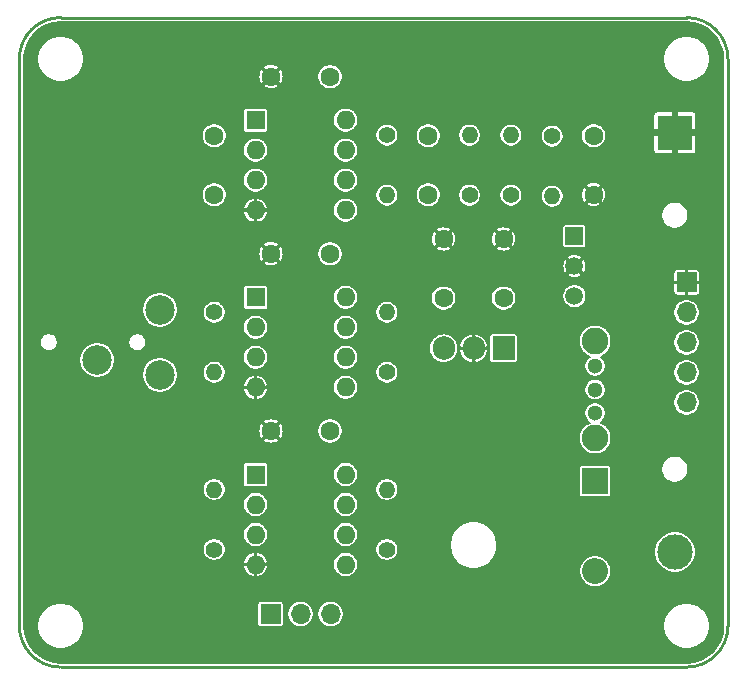
<source format=gbr>
G04 #@! TF.GenerationSoftware,KiCad,Pcbnew,(5.1.8)-1*
G04 #@! TF.CreationDate,2021-01-06T21:55:42-05:00*
G04 #@! TF.ProjectId,ECG_Amplifier,4543475f-416d-4706-9c69-666965722e6b,rev?*
G04 #@! TF.SameCoordinates,Original*
G04 #@! TF.FileFunction,Copper,L2,Bot*
G04 #@! TF.FilePolarity,Positive*
%FSLAX46Y46*%
G04 Gerber Fmt 4.6, Leading zero omitted, Abs format (unit mm)*
G04 Created by KiCad (PCBNEW (5.1.8)-1) date 2021-01-06 21:55:42*
%MOMM*%
%LPD*%
G01*
G04 APERTURE LIST*
G04 #@! TA.AperFunction,Profile*
%ADD10C,0.254000*%
G04 #@! TD*
G04 #@! TA.AperFunction,ComponentPad*
%ADD11R,1.500000X1.500000*%
G04 #@! TD*
G04 #@! TA.AperFunction,ComponentPad*
%ADD12C,1.500000*%
G04 #@! TD*
G04 #@! TA.AperFunction,ComponentPad*
%ADD13C,1.300000*%
G04 #@! TD*
G04 #@! TA.AperFunction,ComponentPad*
%ADD14C,2.250000*%
G04 #@! TD*
G04 #@! TA.AperFunction,ComponentPad*
%ADD15C,2.500000*%
G04 #@! TD*
G04 #@! TA.AperFunction,ComponentPad*
%ADD16O,1.700000X1.700000*%
G04 #@! TD*
G04 #@! TA.AperFunction,ComponentPad*
%ADD17R,1.700000X1.700000*%
G04 #@! TD*
G04 #@! TA.AperFunction,ComponentPad*
%ADD18C,3.000000*%
G04 #@! TD*
G04 #@! TA.AperFunction,ComponentPad*
%ADD19R,3.000000X3.000000*%
G04 #@! TD*
G04 #@! TA.AperFunction,ComponentPad*
%ADD20O,1.905000X2.000000*%
G04 #@! TD*
G04 #@! TA.AperFunction,ComponentPad*
%ADD21R,1.905000X2.000000*%
G04 #@! TD*
G04 #@! TA.AperFunction,ComponentPad*
%ADD22O,1.600000X1.600000*%
G04 #@! TD*
G04 #@! TA.AperFunction,ComponentPad*
%ADD23R,1.600000X1.600000*%
G04 #@! TD*
G04 #@! TA.AperFunction,ComponentPad*
%ADD24O,1.400000X1.400000*%
G04 #@! TD*
G04 #@! TA.AperFunction,ComponentPad*
%ADD25C,1.400000*%
G04 #@! TD*
G04 #@! TA.AperFunction,ComponentPad*
%ADD26C,1.600000*%
G04 #@! TD*
G04 #@! TA.AperFunction,ComponentPad*
%ADD27O,2.200000X2.200000*%
G04 #@! TD*
G04 #@! TA.AperFunction,ComponentPad*
%ADD28R,2.200000X2.200000*%
G04 #@! TD*
G04 #@! TA.AperFunction,ViaPad*
%ADD29C,0.600000*%
G04 #@! TD*
G04 #@! TA.AperFunction,Conductor*
%ADD30C,0.127000*%
G04 #@! TD*
G04 #@! TA.AperFunction,Conductor*
%ADD31C,0.150000*%
G04 #@! TD*
G04 APERTURE END LIST*
D10*
X126500000Y-127500000D02*
G75*
G03*
X130000000Y-124000000I0J3500000D01*
G01*
X130000000Y-76000000D02*
G75*
G03*
X126500000Y-72500000I-3500000J0D01*
G01*
X70000000Y-124000000D02*
G75*
G03*
X73500000Y-127500000I3500000J0D01*
G01*
X73500000Y-72500000D02*
G75*
G03*
X70000000Y-76000000I0J-3500000D01*
G01*
X70000000Y-76000000D02*
X70000000Y-124000000D01*
X130000000Y-76000000D02*
X130000000Y-124000000D01*
X73500000Y-127500000D02*
X126500000Y-127500000D01*
X73500000Y-72500000D02*
X126500000Y-72500000D01*
D11*
X117000000Y-91000000D03*
D12*
X117000000Y-96080000D03*
X117000000Y-93540000D03*
D13*
X118750000Y-104000000D03*
D14*
X118750000Y-99900000D03*
X118750000Y-108100000D03*
D13*
X118750000Y-106000000D03*
X118750000Y-102000000D03*
D15*
X81900000Y-102750000D03*
X81900000Y-97250000D03*
X76600000Y-101500000D03*
D16*
X126500000Y-105080000D03*
X126500000Y-102540000D03*
X126500000Y-100000000D03*
X126500000Y-97460000D03*
D17*
X126500000Y-94920000D03*
D18*
X125500000Y-117750000D03*
D19*
X125500000Y-82250000D03*
D20*
X105920000Y-100500000D03*
X108460000Y-100500000D03*
D21*
X111000000Y-100500000D03*
D22*
X97620000Y-81190000D03*
X90000000Y-88810000D03*
X97620000Y-83730000D03*
X90000000Y-86270000D03*
X97620000Y-86270000D03*
X90000000Y-83730000D03*
X97620000Y-88810000D03*
D23*
X90000000Y-81190000D03*
D22*
X97620000Y-96190000D03*
X90000000Y-103810000D03*
X97620000Y-98730000D03*
X90000000Y-101270000D03*
X97620000Y-101270000D03*
X90000000Y-98730000D03*
X97620000Y-103810000D03*
D23*
X90000000Y-96190000D03*
D24*
X101120000Y-87540000D03*
D25*
X101120000Y-82460000D03*
D22*
X97620000Y-111190000D03*
X90000000Y-118810000D03*
X97620000Y-113730000D03*
X90000000Y-116270000D03*
X97620000Y-116270000D03*
X90000000Y-113730000D03*
X97620000Y-118810000D03*
D23*
X90000000Y-111190000D03*
D17*
X91270000Y-123000000D03*
D16*
X93810000Y-123000000D03*
X96350000Y-123000000D03*
D24*
X86500000Y-112460000D03*
D25*
X86500000Y-117540000D03*
D24*
X101120000Y-112460000D03*
D25*
X101120000Y-117540000D03*
D24*
X101120000Y-97460000D03*
D25*
X101120000Y-102540000D03*
D24*
X86500000Y-102540000D03*
D25*
X86500000Y-97460000D03*
D26*
X91310000Y-107500000D03*
X96310000Y-107500000D03*
D24*
X115120000Y-87620000D03*
D25*
X115120000Y-82540000D03*
D24*
X108120000Y-82460000D03*
D25*
X108120000Y-87540000D03*
D24*
X111620000Y-82460000D03*
D25*
X111620000Y-87540000D03*
D27*
X118750000Y-119370000D03*
D28*
X118750000Y-111750000D03*
D26*
X105920000Y-91250000D03*
X105920000Y-96250000D03*
X111000000Y-91250000D03*
X111000000Y-96250000D03*
X118620000Y-87500000D03*
X118620000Y-82500000D03*
X91310000Y-77500000D03*
X96310000Y-77500000D03*
X104620000Y-82500000D03*
X104620000Y-87500000D03*
X86500000Y-87500000D03*
X86500000Y-82500000D03*
X91310000Y-92500000D03*
X96310000Y-92500000D03*
D29*
X114617500Y-89154000D03*
X105981500Y-79756000D03*
X95440500Y-87503000D03*
X89408000Y-123761500D03*
X88265000Y-84582000D03*
X92837000Y-85979000D03*
X101219000Y-90297000D03*
X102806500Y-84582000D03*
X88265000Y-86804500D03*
X88455500Y-101092000D03*
X93535500Y-80264000D03*
X99504500Y-82994500D03*
X71004999Y-75755000D03*
X71004999Y-84555000D03*
X71004999Y-93355000D03*
X71004999Y-102155000D03*
X71004999Y-110955000D03*
X71004999Y-119755000D03*
X75804999Y-79755000D03*
X75804999Y-97355000D03*
X75804999Y-106155000D03*
X75804999Y-125355000D03*
X78204999Y-118155000D03*
X79004999Y-74155000D03*
X79004999Y-91755000D03*
X82204999Y-82155000D03*
X82204999Y-108555000D03*
X82204999Y-122955000D03*
X83804999Y-95755000D03*
X85404999Y-76555000D03*
X85404999Y-114155000D03*
X87004999Y-90155000D03*
X87804999Y-103755000D03*
X87804999Y-126155000D03*
X91004999Y-109355000D03*
X91004999Y-120555000D03*
X91804999Y-74155000D03*
X91804999Y-82955000D03*
X91804999Y-94155000D03*
X95004999Y-114155000D03*
X95804999Y-98955000D03*
X95804999Y-125355000D03*
X97404999Y-78955000D03*
X97404999Y-90955000D03*
X99004999Y-108555000D03*
X99804999Y-118955000D03*
X100604999Y-84555000D03*
X101404999Y-74155000D03*
X101404999Y-95755000D03*
X103004999Y-113355000D03*
X103804999Y-123755000D03*
X104604999Y-102155000D03*
X106204999Y-81355000D03*
X107804999Y-90955000D03*
X107804999Y-107755000D03*
X108604999Y-119755000D03*
X109404999Y-74955000D03*
X109404999Y-98155000D03*
X111004999Y-126155000D03*
X111804999Y-112555000D03*
X113404999Y-82955000D03*
X114204999Y-105355000D03*
X115004999Y-92555000D03*
X115804999Y-117355000D03*
X116604999Y-76555000D03*
X118204999Y-123755000D03*
X119804999Y-85355000D03*
X120604999Y-101355000D03*
X121404999Y-109355000D03*
X122204999Y-94155000D03*
X123004999Y-74155000D03*
X123804999Y-115755000D03*
X124604999Y-126155000D03*
X126204999Y-79755000D03*
X127004999Y-87755000D03*
X127804999Y-106955000D03*
X127804999Y-120555000D03*
D30*
X127103607Y-72951557D02*
X127684223Y-73126855D01*
X128219736Y-73411592D01*
X128689742Y-73794919D01*
X129076339Y-74262235D01*
X129364808Y-74795749D01*
X129544154Y-75375121D01*
X129609486Y-75996708D01*
X129609500Y-76000783D01*
X129609501Y-123980894D01*
X129548443Y-124603607D01*
X129373145Y-125184225D01*
X129088408Y-125719736D01*
X128705083Y-126189739D01*
X128237765Y-126576339D01*
X127704253Y-126864808D01*
X127124878Y-127044154D01*
X126503292Y-127109486D01*
X126499217Y-127109500D01*
X73519095Y-127109500D01*
X72896393Y-127048443D01*
X72315775Y-126873145D01*
X71780264Y-126588408D01*
X71310261Y-126205083D01*
X70923661Y-125737765D01*
X70635192Y-125204253D01*
X70455846Y-124624878D01*
X70390514Y-124003292D01*
X70390500Y-123999217D01*
X70390500Y-123806612D01*
X71536500Y-123806612D01*
X71536500Y-124193388D01*
X71611956Y-124572732D01*
X71759968Y-124930066D01*
X71974850Y-125251659D01*
X72248341Y-125525150D01*
X72569934Y-125740032D01*
X72927268Y-125888044D01*
X73306612Y-125963500D01*
X73693388Y-125963500D01*
X74072732Y-125888044D01*
X74430066Y-125740032D01*
X74751659Y-125525150D01*
X75025150Y-125251659D01*
X75240032Y-124930066D01*
X75388044Y-124572732D01*
X75463500Y-124193388D01*
X75463500Y-123806612D01*
X75388044Y-123427268D01*
X75240032Y-123069934D01*
X75025150Y-122748341D01*
X74751659Y-122474850D01*
X74430066Y-122259968D01*
X74164579Y-122150000D01*
X90155226Y-122150000D01*
X90155226Y-123850000D01*
X90160314Y-123901655D01*
X90175381Y-123951325D01*
X90199848Y-123997101D01*
X90232777Y-124037223D01*
X90272899Y-124070152D01*
X90318675Y-124094619D01*
X90368345Y-124109686D01*
X90420000Y-124114774D01*
X92120000Y-124114774D01*
X92171655Y-124109686D01*
X92221325Y-124094619D01*
X92267101Y-124070152D01*
X92307223Y-124037223D01*
X92340152Y-123997101D01*
X92364619Y-123951325D01*
X92379686Y-123901655D01*
X92384774Y-123850000D01*
X92384774Y-122890330D01*
X92696500Y-122890330D01*
X92696500Y-123109670D01*
X92739291Y-123324796D01*
X92823229Y-123527440D01*
X92945088Y-123709815D01*
X93100185Y-123864912D01*
X93282560Y-123986771D01*
X93485204Y-124070709D01*
X93700330Y-124113500D01*
X93919670Y-124113500D01*
X94134796Y-124070709D01*
X94337440Y-123986771D01*
X94519815Y-123864912D01*
X94674912Y-123709815D01*
X94796771Y-123527440D01*
X94880709Y-123324796D01*
X94923500Y-123109670D01*
X94923500Y-122890330D01*
X95236500Y-122890330D01*
X95236500Y-123109670D01*
X95279291Y-123324796D01*
X95363229Y-123527440D01*
X95485088Y-123709815D01*
X95640185Y-123864912D01*
X95822560Y-123986771D01*
X96025204Y-124070709D01*
X96240330Y-124113500D01*
X96459670Y-124113500D01*
X96674796Y-124070709D01*
X96877440Y-123986771D01*
X97059815Y-123864912D01*
X97118115Y-123806612D01*
X124536500Y-123806612D01*
X124536500Y-124193388D01*
X124611956Y-124572732D01*
X124759968Y-124930066D01*
X124974850Y-125251659D01*
X125248341Y-125525150D01*
X125569934Y-125740032D01*
X125927268Y-125888044D01*
X126306612Y-125963500D01*
X126693388Y-125963500D01*
X127072732Y-125888044D01*
X127430066Y-125740032D01*
X127751659Y-125525150D01*
X128025150Y-125251659D01*
X128240032Y-124930066D01*
X128388044Y-124572732D01*
X128463500Y-124193388D01*
X128463500Y-123806612D01*
X128388044Y-123427268D01*
X128240032Y-123069934D01*
X128025150Y-122748341D01*
X127751659Y-122474850D01*
X127430066Y-122259968D01*
X127072732Y-122111956D01*
X126693388Y-122036500D01*
X126306612Y-122036500D01*
X125927268Y-122111956D01*
X125569934Y-122259968D01*
X125248341Y-122474850D01*
X124974850Y-122748341D01*
X124759968Y-123069934D01*
X124611956Y-123427268D01*
X124536500Y-123806612D01*
X97118115Y-123806612D01*
X97214912Y-123709815D01*
X97336771Y-123527440D01*
X97420709Y-123324796D01*
X97463500Y-123109670D01*
X97463500Y-122890330D01*
X97420709Y-122675204D01*
X97336771Y-122472560D01*
X97214912Y-122290185D01*
X97059815Y-122135088D01*
X96877440Y-122013229D01*
X96674796Y-121929291D01*
X96459670Y-121886500D01*
X96240330Y-121886500D01*
X96025204Y-121929291D01*
X95822560Y-122013229D01*
X95640185Y-122135088D01*
X95485088Y-122290185D01*
X95363229Y-122472560D01*
X95279291Y-122675204D01*
X95236500Y-122890330D01*
X94923500Y-122890330D01*
X94880709Y-122675204D01*
X94796771Y-122472560D01*
X94674912Y-122290185D01*
X94519815Y-122135088D01*
X94337440Y-122013229D01*
X94134796Y-121929291D01*
X93919670Y-121886500D01*
X93700330Y-121886500D01*
X93485204Y-121929291D01*
X93282560Y-122013229D01*
X93100185Y-122135088D01*
X92945088Y-122290185D01*
X92823229Y-122472560D01*
X92739291Y-122675204D01*
X92696500Y-122890330D01*
X92384774Y-122890330D01*
X92384774Y-122150000D01*
X92379686Y-122098345D01*
X92364619Y-122048675D01*
X92340152Y-122002899D01*
X92307223Y-121962777D01*
X92267101Y-121929848D01*
X92221325Y-121905381D01*
X92171655Y-121890314D01*
X92120000Y-121885226D01*
X90420000Y-121885226D01*
X90368345Y-121890314D01*
X90318675Y-121905381D01*
X90272899Y-121929848D01*
X90232777Y-121962777D01*
X90199848Y-122002899D01*
X90175381Y-122048675D01*
X90160314Y-122098345D01*
X90155226Y-122150000D01*
X74164579Y-122150000D01*
X74072732Y-122111956D01*
X73693388Y-122036500D01*
X73306612Y-122036500D01*
X72927268Y-122111956D01*
X72569934Y-122259968D01*
X72248341Y-122474850D01*
X71974850Y-122748341D01*
X71759968Y-123069934D01*
X71611956Y-123427268D01*
X71536500Y-123806612D01*
X70390500Y-123806612D01*
X70390500Y-119038790D01*
X88961401Y-119038790D01*
X89009325Y-119196785D01*
X89103819Y-119382624D01*
X89232752Y-119546457D01*
X89391170Y-119681989D01*
X89572985Y-119784011D01*
X89771210Y-119848602D01*
X89936500Y-119805731D01*
X89936500Y-118873500D01*
X90063500Y-118873500D01*
X90063500Y-119805731D01*
X90228790Y-119848602D01*
X90427015Y-119784011D01*
X90608830Y-119681989D01*
X90767248Y-119546457D01*
X90896181Y-119382624D01*
X90990675Y-119196785D01*
X91038599Y-119038790D01*
X90995602Y-118873500D01*
X90063500Y-118873500D01*
X89936500Y-118873500D01*
X89004398Y-118873500D01*
X88961401Y-119038790D01*
X70390500Y-119038790D01*
X70390500Y-118581210D01*
X88961401Y-118581210D01*
X89004398Y-118746500D01*
X89936500Y-118746500D01*
X89936500Y-117814269D01*
X90063500Y-117814269D01*
X90063500Y-118746500D01*
X90995602Y-118746500D01*
X91006331Y-118705254D01*
X96556500Y-118705254D01*
X96556500Y-118914746D01*
X96597370Y-119120212D01*
X96677538Y-119313756D01*
X96793925Y-119487942D01*
X96942058Y-119636075D01*
X97116244Y-119752462D01*
X97309788Y-119832630D01*
X97515254Y-119873500D01*
X97724746Y-119873500D01*
X97930212Y-119832630D01*
X98123756Y-119752462D01*
X98297942Y-119636075D01*
X98446075Y-119487942D01*
X98562462Y-119313756D01*
X98594790Y-119235707D01*
X117386500Y-119235707D01*
X117386500Y-119504293D01*
X117438899Y-119767718D01*
X117541682Y-120015859D01*
X117690901Y-120239180D01*
X117880820Y-120429099D01*
X118104141Y-120578318D01*
X118352282Y-120681101D01*
X118615707Y-120733500D01*
X118884293Y-120733500D01*
X119147718Y-120681101D01*
X119395859Y-120578318D01*
X119619180Y-120429099D01*
X119809099Y-120239180D01*
X119958318Y-120015859D01*
X120061101Y-119767718D01*
X120113500Y-119504293D01*
X120113500Y-119235707D01*
X120061101Y-118972282D01*
X119958318Y-118724141D01*
X119809099Y-118500820D01*
X119619180Y-118310901D01*
X119395859Y-118161682D01*
X119147718Y-118058899D01*
X118884293Y-118006500D01*
X118615707Y-118006500D01*
X118352282Y-118058899D01*
X118104141Y-118161682D01*
X117880820Y-118310901D01*
X117690901Y-118500820D01*
X117541682Y-118724141D01*
X117438899Y-118972282D01*
X117386500Y-119235707D01*
X98594790Y-119235707D01*
X98642630Y-119120212D01*
X98683500Y-118914746D01*
X98683500Y-118705254D01*
X98642630Y-118499788D01*
X98562462Y-118306244D01*
X98446075Y-118132058D01*
X98297942Y-117983925D01*
X98123756Y-117867538D01*
X97930212Y-117787370D01*
X97724746Y-117746500D01*
X97515254Y-117746500D01*
X97309788Y-117787370D01*
X97116244Y-117867538D01*
X96942058Y-117983925D01*
X96793925Y-118132058D01*
X96677538Y-118306244D01*
X96597370Y-118499788D01*
X96556500Y-118705254D01*
X91006331Y-118705254D01*
X91038599Y-118581210D01*
X90990675Y-118423215D01*
X90896181Y-118237376D01*
X90767248Y-118073543D01*
X90608830Y-117938011D01*
X90427015Y-117835989D01*
X90228790Y-117771398D01*
X90063500Y-117814269D01*
X89936500Y-117814269D01*
X89771210Y-117771398D01*
X89572985Y-117835989D01*
X89391170Y-117938011D01*
X89232752Y-118073543D01*
X89103819Y-118237376D01*
X89009325Y-118423215D01*
X88961401Y-118581210D01*
X70390500Y-118581210D01*
X70390500Y-117445104D01*
X85536500Y-117445104D01*
X85536500Y-117634896D01*
X85573527Y-117821043D01*
X85646157Y-117996388D01*
X85751601Y-118154195D01*
X85885805Y-118288399D01*
X86043612Y-118393843D01*
X86218957Y-118466473D01*
X86405104Y-118503500D01*
X86594896Y-118503500D01*
X86781043Y-118466473D01*
X86956388Y-118393843D01*
X87114195Y-118288399D01*
X87248399Y-118154195D01*
X87353843Y-117996388D01*
X87426473Y-117821043D01*
X87463500Y-117634896D01*
X87463500Y-117445104D01*
X100156500Y-117445104D01*
X100156500Y-117634896D01*
X100193527Y-117821043D01*
X100266157Y-117996388D01*
X100371601Y-118154195D01*
X100505805Y-118288399D01*
X100663612Y-118393843D01*
X100838957Y-118466473D01*
X101025104Y-118503500D01*
X101214896Y-118503500D01*
X101401043Y-118466473D01*
X101576388Y-118393843D01*
X101734195Y-118288399D01*
X101868399Y-118154195D01*
X101973843Y-117996388D01*
X102046473Y-117821043D01*
X102083500Y-117634896D01*
X102083500Y-117445104D01*
X102046473Y-117258957D01*
X101973843Y-117083612D01*
X101892376Y-116961688D01*
X106446500Y-116961688D01*
X106446500Y-117358312D01*
X106523878Y-117747316D01*
X106675660Y-118113750D01*
X106896013Y-118443531D01*
X107176469Y-118723987D01*
X107506250Y-118944340D01*
X107872684Y-119096122D01*
X108261688Y-119173500D01*
X108658312Y-119173500D01*
X109047316Y-119096122D01*
X109413750Y-118944340D01*
X109743531Y-118723987D01*
X110023987Y-118443531D01*
X110244340Y-118113750D01*
X110396122Y-117747316D01*
X110430137Y-117576310D01*
X123736500Y-117576310D01*
X123736500Y-117923690D01*
X123804270Y-118264394D01*
X123937206Y-118585331D01*
X124130200Y-118874166D01*
X124375834Y-119119800D01*
X124664669Y-119312794D01*
X124985606Y-119445730D01*
X125326310Y-119513500D01*
X125673690Y-119513500D01*
X126014394Y-119445730D01*
X126335331Y-119312794D01*
X126624166Y-119119800D01*
X126869800Y-118874166D01*
X127062794Y-118585331D01*
X127195730Y-118264394D01*
X127263500Y-117923690D01*
X127263500Y-117576310D01*
X127195730Y-117235606D01*
X127062794Y-116914669D01*
X126869800Y-116625834D01*
X126624166Y-116380200D01*
X126335331Y-116187206D01*
X126014394Y-116054270D01*
X125673690Y-115986500D01*
X125326310Y-115986500D01*
X124985606Y-116054270D01*
X124664669Y-116187206D01*
X124375834Y-116380200D01*
X124130200Y-116625834D01*
X123937206Y-116914669D01*
X123804270Y-117235606D01*
X123736500Y-117576310D01*
X110430137Y-117576310D01*
X110473500Y-117358312D01*
X110473500Y-116961688D01*
X110396122Y-116572684D01*
X110244340Y-116206250D01*
X110023987Y-115876469D01*
X109743531Y-115596013D01*
X109413750Y-115375660D01*
X109047316Y-115223878D01*
X108658312Y-115146500D01*
X108261688Y-115146500D01*
X107872684Y-115223878D01*
X107506250Y-115375660D01*
X107176469Y-115596013D01*
X106896013Y-115876469D01*
X106675660Y-116206250D01*
X106523878Y-116572684D01*
X106446500Y-116961688D01*
X101892376Y-116961688D01*
X101868399Y-116925805D01*
X101734195Y-116791601D01*
X101576388Y-116686157D01*
X101401043Y-116613527D01*
X101214896Y-116576500D01*
X101025104Y-116576500D01*
X100838957Y-116613527D01*
X100663612Y-116686157D01*
X100505805Y-116791601D01*
X100371601Y-116925805D01*
X100266157Y-117083612D01*
X100193527Y-117258957D01*
X100156500Y-117445104D01*
X87463500Y-117445104D01*
X87426473Y-117258957D01*
X87353843Y-117083612D01*
X87248399Y-116925805D01*
X87114195Y-116791601D01*
X86956388Y-116686157D01*
X86781043Y-116613527D01*
X86594896Y-116576500D01*
X86405104Y-116576500D01*
X86218957Y-116613527D01*
X86043612Y-116686157D01*
X85885805Y-116791601D01*
X85751601Y-116925805D01*
X85646157Y-117083612D01*
X85573527Y-117258957D01*
X85536500Y-117445104D01*
X70390500Y-117445104D01*
X70390500Y-116165254D01*
X88936500Y-116165254D01*
X88936500Y-116374746D01*
X88977370Y-116580212D01*
X89057538Y-116773756D01*
X89173925Y-116947942D01*
X89322058Y-117096075D01*
X89496244Y-117212462D01*
X89689788Y-117292630D01*
X89895254Y-117333500D01*
X90104746Y-117333500D01*
X90310212Y-117292630D01*
X90503756Y-117212462D01*
X90677942Y-117096075D01*
X90826075Y-116947942D01*
X90942462Y-116773756D01*
X91022630Y-116580212D01*
X91063500Y-116374746D01*
X91063500Y-116165254D01*
X96556500Y-116165254D01*
X96556500Y-116374746D01*
X96597370Y-116580212D01*
X96677538Y-116773756D01*
X96793925Y-116947942D01*
X96942058Y-117096075D01*
X97116244Y-117212462D01*
X97309788Y-117292630D01*
X97515254Y-117333500D01*
X97724746Y-117333500D01*
X97930212Y-117292630D01*
X98123756Y-117212462D01*
X98297942Y-117096075D01*
X98446075Y-116947942D01*
X98562462Y-116773756D01*
X98642630Y-116580212D01*
X98683500Y-116374746D01*
X98683500Y-116165254D01*
X98642630Y-115959788D01*
X98562462Y-115766244D01*
X98446075Y-115592058D01*
X98297942Y-115443925D01*
X98123756Y-115327538D01*
X97930212Y-115247370D01*
X97724746Y-115206500D01*
X97515254Y-115206500D01*
X97309788Y-115247370D01*
X97116244Y-115327538D01*
X96942058Y-115443925D01*
X96793925Y-115592058D01*
X96677538Y-115766244D01*
X96597370Y-115959788D01*
X96556500Y-116165254D01*
X91063500Y-116165254D01*
X91022630Y-115959788D01*
X90942462Y-115766244D01*
X90826075Y-115592058D01*
X90677942Y-115443925D01*
X90503756Y-115327538D01*
X90310212Y-115247370D01*
X90104746Y-115206500D01*
X89895254Y-115206500D01*
X89689788Y-115247370D01*
X89496244Y-115327538D01*
X89322058Y-115443925D01*
X89173925Y-115592058D01*
X89057538Y-115766244D01*
X88977370Y-115959788D01*
X88936500Y-116165254D01*
X70390500Y-116165254D01*
X70390500Y-113625254D01*
X88936500Y-113625254D01*
X88936500Y-113834746D01*
X88977370Y-114040212D01*
X89057538Y-114233756D01*
X89173925Y-114407942D01*
X89322058Y-114556075D01*
X89496244Y-114672462D01*
X89689788Y-114752630D01*
X89895254Y-114793500D01*
X90104746Y-114793500D01*
X90310212Y-114752630D01*
X90503756Y-114672462D01*
X90677942Y-114556075D01*
X90826075Y-114407942D01*
X90942462Y-114233756D01*
X91022630Y-114040212D01*
X91063500Y-113834746D01*
X91063500Y-113625254D01*
X96556500Y-113625254D01*
X96556500Y-113834746D01*
X96597370Y-114040212D01*
X96677538Y-114233756D01*
X96793925Y-114407942D01*
X96942058Y-114556075D01*
X97116244Y-114672462D01*
X97309788Y-114752630D01*
X97515254Y-114793500D01*
X97724746Y-114793500D01*
X97930212Y-114752630D01*
X98123756Y-114672462D01*
X98297942Y-114556075D01*
X98446075Y-114407942D01*
X98562462Y-114233756D01*
X98642630Y-114040212D01*
X98683500Y-113834746D01*
X98683500Y-113625254D01*
X98642630Y-113419788D01*
X98562462Y-113226244D01*
X98446075Y-113052058D01*
X98297942Y-112903925D01*
X98123756Y-112787538D01*
X97930212Y-112707370D01*
X97724746Y-112666500D01*
X97515254Y-112666500D01*
X97309788Y-112707370D01*
X97116244Y-112787538D01*
X96942058Y-112903925D01*
X96793925Y-113052058D01*
X96677538Y-113226244D01*
X96597370Y-113419788D01*
X96556500Y-113625254D01*
X91063500Y-113625254D01*
X91022630Y-113419788D01*
X90942462Y-113226244D01*
X90826075Y-113052058D01*
X90677942Y-112903925D01*
X90503756Y-112787538D01*
X90310212Y-112707370D01*
X90104746Y-112666500D01*
X89895254Y-112666500D01*
X89689788Y-112707370D01*
X89496244Y-112787538D01*
X89322058Y-112903925D01*
X89173925Y-113052058D01*
X89057538Y-113226244D01*
X88977370Y-113419788D01*
X88936500Y-113625254D01*
X70390500Y-113625254D01*
X70390500Y-112365104D01*
X85536500Y-112365104D01*
X85536500Y-112554896D01*
X85573527Y-112741043D01*
X85646157Y-112916388D01*
X85751601Y-113074195D01*
X85885805Y-113208399D01*
X86043612Y-113313843D01*
X86218957Y-113386473D01*
X86405104Y-113423500D01*
X86594896Y-113423500D01*
X86781043Y-113386473D01*
X86956388Y-113313843D01*
X87114195Y-113208399D01*
X87248399Y-113074195D01*
X87353843Y-112916388D01*
X87426473Y-112741043D01*
X87463500Y-112554896D01*
X87463500Y-112365104D01*
X100156500Y-112365104D01*
X100156500Y-112554896D01*
X100193527Y-112741043D01*
X100266157Y-112916388D01*
X100371601Y-113074195D01*
X100505805Y-113208399D01*
X100663612Y-113313843D01*
X100838957Y-113386473D01*
X101025104Y-113423500D01*
X101214896Y-113423500D01*
X101401043Y-113386473D01*
X101576388Y-113313843D01*
X101734195Y-113208399D01*
X101868399Y-113074195D01*
X101973843Y-112916388D01*
X102046473Y-112741043D01*
X102083500Y-112554896D01*
X102083500Y-112365104D01*
X102046473Y-112178957D01*
X101973843Y-112003612D01*
X101868399Y-111845805D01*
X101734195Y-111711601D01*
X101576388Y-111606157D01*
X101401043Y-111533527D01*
X101214896Y-111496500D01*
X101025104Y-111496500D01*
X100838957Y-111533527D01*
X100663612Y-111606157D01*
X100505805Y-111711601D01*
X100371601Y-111845805D01*
X100266157Y-112003612D01*
X100193527Y-112178957D01*
X100156500Y-112365104D01*
X87463500Y-112365104D01*
X87426473Y-112178957D01*
X87353843Y-112003612D01*
X87248399Y-111845805D01*
X87114195Y-111711601D01*
X86956388Y-111606157D01*
X86781043Y-111533527D01*
X86594896Y-111496500D01*
X86405104Y-111496500D01*
X86218957Y-111533527D01*
X86043612Y-111606157D01*
X85885805Y-111711601D01*
X85751601Y-111845805D01*
X85646157Y-112003612D01*
X85573527Y-112178957D01*
X85536500Y-112365104D01*
X70390500Y-112365104D01*
X70390500Y-110390000D01*
X88935226Y-110390000D01*
X88935226Y-111990000D01*
X88940314Y-112041655D01*
X88955381Y-112091325D01*
X88979848Y-112137101D01*
X89012777Y-112177223D01*
X89052899Y-112210152D01*
X89098675Y-112234619D01*
X89148345Y-112249686D01*
X89200000Y-112254774D01*
X90800000Y-112254774D01*
X90851655Y-112249686D01*
X90901325Y-112234619D01*
X90947101Y-112210152D01*
X90987223Y-112177223D01*
X91020152Y-112137101D01*
X91044619Y-112091325D01*
X91059686Y-112041655D01*
X91064774Y-111990000D01*
X91064774Y-111085254D01*
X96556500Y-111085254D01*
X96556500Y-111294746D01*
X96597370Y-111500212D01*
X96677538Y-111693756D01*
X96793925Y-111867942D01*
X96942058Y-112016075D01*
X97116244Y-112132462D01*
X97309788Y-112212630D01*
X97515254Y-112253500D01*
X97724746Y-112253500D01*
X97930212Y-112212630D01*
X98123756Y-112132462D01*
X98297942Y-112016075D01*
X98446075Y-111867942D01*
X98562462Y-111693756D01*
X98642630Y-111500212D01*
X98683500Y-111294746D01*
X98683500Y-111085254D01*
X98642630Y-110879788D01*
X98562462Y-110686244D01*
X98538245Y-110650000D01*
X117385226Y-110650000D01*
X117385226Y-112850000D01*
X117390314Y-112901655D01*
X117405381Y-112951325D01*
X117429848Y-112997101D01*
X117462777Y-113037223D01*
X117502899Y-113070152D01*
X117548675Y-113094619D01*
X117598345Y-113109686D01*
X117650000Y-113114774D01*
X119850000Y-113114774D01*
X119901655Y-113109686D01*
X119951325Y-113094619D01*
X119997101Y-113070152D01*
X120037223Y-113037223D01*
X120070152Y-112997101D01*
X120094619Y-112951325D01*
X120109686Y-112901655D01*
X120114774Y-112850000D01*
X120114774Y-110650000D01*
X120113580Y-110637868D01*
X124361500Y-110637868D01*
X124361500Y-110862132D01*
X124405252Y-111082088D01*
X124491074Y-111289282D01*
X124615669Y-111475752D01*
X124774248Y-111634331D01*
X124960718Y-111758926D01*
X125167912Y-111844748D01*
X125387868Y-111888500D01*
X125612132Y-111888500D01*
X125832088Y-111844748D01*
X126039282Y-111758926D01*
X126225752Y-111634331D01*
X126384331Y-111475752D01*
X126508926Y-111289282D01*
X126594748Y-111082088D01*
X126638500Y-110862132D01*
X126638500Y-110637868D01*
X126594748Y-110417912D01*
X126508926Y-110210718D01*
X126384331Y-110024248D01*
X126225752Y-109865669D01*
X126039282Y-109741074D01*
X125832088Y-109655252D01*
X125612132Y-109611500D01*
X125387868Y-109611500D01*
X125167912Y-109655252D01*
X124960718Y-109741074D01*
X124774248Y-109865669D01*
X124615669Y-110024248D01*
X124491074Y-110210718D01*
X124405252Y-110417912D01*
X124361500Y-110637868D01*
X120113580Y-110637868D01*
X120109686Y-110598345D01*
X120094619Y-110548675D01*
X120070152Y-110502899D01*
X120037223Y-110462777D01*
X119997101Y-110429848D01*
X119951325Y-110405381D01*
X119901655Y-110390314D01*
X119850000Y-110385226D01*
X117650000Y-110385226D01*
X117598345Y-110390314D01*
X117548675Y-110405381D01*
X117502899Y-110429848D01*
X117462777Y-110462777D01*
X117429848Y-110502899D01*
X117405381Y-110548675D01*
X117390314Y-110598345D01*
X117385226Y-110650000D01*
X98538245Y-110650000D01*
X98446075Y-110512058D01*
X98297942Y-110363925D01*
X98123756Y-110247538D01*
X97930212Y-110167370D01*
X97724746Y-110126500D01*
X97515254Y-110126500D01*
X97309788Y-110167370D01*
X97116244Y-110247538D01*
X96942058Y-110363925D01*
X96793925Y-110512058D01*
X96677538Y-110686244D01*
X96597370Y-110879788D01*
X96556500Y-111085254D01*
X91064774Y-111085254D01*
X91064774Y-110390000D01*
X91059686Y-110338345D01*
X91044619Y-110288675D01*
X91020152Y-110242899D01*
X90987223Y-110202777D01*
X90947101Y-110169848D01*
X90901325Y-110145381D01*
X90851655Y-110130314D01*
X90800000Y-110125226D01*
X89200000Y-110125226D01*
X89148345Y-110130314D01*
X89098675Y-110145381D01*
X89052899Y-110169848D01*
X89012777Y-110202777D01*
X88979848Y-110242899D01*
X88955381Y-110288675D01*
X88940314Y-110338345D01*
X88935226Y-110390000D01*
X70390500Y-110390000D01*
X70390500Y-108252544D01*
X90647259Y-108252544D01*
X90734348Y-108400350D01*
X90921058Y-108495354D01*
X91122716Y-108552107D01*
X91331570Y-108568428D01*
X91539595Y-108543691D01*
X91738797Y-108478845D01*
X91885652Y-108400350D01*
X91972741Y-108252544D01*
X91310000Y-107589803D01*
X90647259Y-108252544D01*
X70390500Y-108252544D01*
X70390500Y-107521570D01*
X90241572Y-107521570D01*
X90266309Y-107729595D01*
X90331155Y-107928797D01*
X90409650Y-108075652D01*
X90557456Y-108162741D01*
X91220197Y-107500000D01*
X91399803Y-107500000D01*
X92062544Y-108162741D01*
X92210350Y-108075652D01*
X92305354Y-107888942D01*
X92362107Y-107687284D01*
X92378428Y-107478430D01*
X92368538Y-107395254D01*
X95246500Y-107395254D01*
X95246500Y-107604746D01*
X95287370Y-107810212D01*
X95367538Y-108003756D01*
X95483925Y-108177942D01*
X95632058Y-108326075D01*
X95806244Y-108442462D01*
X95999788Y-108522630D01*
X96205254Y-108563500D01*
X96414746Y-108563500D01*
X96620212Y-108522630D01*
X96813756Y-108442462D01*
X96987942Y-108326075D01*
X97136075Y-108177942D01*
X97252462Y-108003756D01*
X97269242Y-107963245D01*
X117361500Y-107963245D01*
X117361500Y-108236755D01*
X117414860Y-108505010D01*
X117519528Y-108757701D01*
X117671482Y-108985117D01*
X117864883Y-109178518D01*
X118092299Y-109330472D01*
X118344990Y-109435140D01*
X118613245Y-109488500D01*
X118886755Y-109488500D01*
X119155010Y-109435140D01*
X119407701Y-109330472D01*
X119635117Y-109178518D01*
X119828518Y-108985117D01*
X119980472Y-108757701D01*
X120085140Y-108505010D01*
X120138500Y-108236755D01*
X120138500Y-107963245D01*
X120085140Y-107694990D01*
X119980472Y-107442299D01*
X119828518Y-107214883D01*
X119635117Y-107021482D01*
X119407701Y-106869528D01*
X119213379Y-106789037D01*
X119332322Y-106709562D01*
X119459562Y-106582322D01*
X119559533Y-106432704D01*
X119628395Y-106266458D01*
X119663500Y-106089972D01*
X119663500Y-105910028D01*
X119628395Y-105733542D01*
X119559533Y-105567296D01*
X119459562Y-105417678D01*
X119332322Y-105290438D01*
X119182704Y-105190467D01*
X119016458Y-105121605D01*
X118839972Y-105086500D01*
X118660028Y-105086500D01*
X118483542Y-105121605D01*
X118317296Y-105190467D01*
X118167678Y-105290438D01*
X118040438Y-105417678D01*
X117940467Y-105567296D01*
X117871605Y-105733542D01*
X117836500Y-105910028D01*
X117836500Y-106089972D01*
X117871605Y-106266458D01*
X117940467Y-106432704D01*
X118040438Y-106582322D01*
X118167678Y-106709562D01*
X118286621Y-106789037D01*
X118092299Y-106869528D01*
X117864883Y-107021482D01*
X117671482Y-107214883D01*
X117519528Y-107442299D01*
X117414860Y-107694990D01*
X117361500Y-107963245D01*
X97269242Y-107963245D01*
X97332630Y-107810212D01*
X97373500Y-107604746D01*
X97373500Y-107395254D01*
X97332630Y-107189788D01*
X97252462Y-106996244D01*
X97136075Y-106822058D01*
X96987942Y-106673925D01*
X96813756Y-106557538D01*
X96620212Y-106477370D01*
X96414746Y-106436500D01*
X96205254Y-106436500D01*
X95999788Y-106477370D01*
X95806244Y-106557538D01*
X95632058Y-106673925D01*
X95483925Y-106822058D01*
X95367538Y-106996244D01*
X95287370Y-107189788D01*
X95246500Y-107395254D01*
X92368538Y-107395254D01*
X92353691Y-107270405D01*
X92288845Y-107071203D01*
X92210350Y-106924348D01*
X92062544Y-106837259D01*
X91399803Y-107500000D01*
X91220197Y-107500000D01*
X90557456Y-106837259D01*
X90409650Y-106924348D01*
X90314646Y-107111058D01*
X90257893Y-107312716D01*
X90241572Y-107521570D01*
X70390500Y-107521570D01*
X70390500Y-106747456D01*
X90647259Y-106747456D01*
X91310000Y-107410197D01*
X91972741Y-106747456D01*
X91885652Y-106599650D01*
X91698942Y-106504646D01*
X91497284Y-106447893D01*
X91288430Y-106431572D01*
X91080405Y-106456309D01*
X90881203Y-106521155D01*
X90734348Y-106599650D01*
X90647259Y-106747456D01*
X70390500Y-106747456D01*
X70390500Y-104970330D01*
X125386500Y-104970330D01*
X125386500Y-105189670D01*
X125429291Y-105404796D01*
X125513229Y-105607440D01*
X125635088Y-105789815D01*
X125790185Y-105944912D01*
X125972560Y-106066771D01*
X126175204Y-106150709D01*
X126390330Y-106193500D01*
X126609670Y-106193500D01*
X126824796Y-106150709D01*
X127027440Y-106066771D01*
X127209815Y-105944912D01*
X127364912Y-105789815D01*
X127486771Y-105607440D01*
X127570709Y-105404796D01*
X127613500Y-105189670D01*
X127613500Y-104970330D01*
X127570709Y-104755204D01*
X127486771Y-104552560D01*
X127364912Y-104370185D01*
X127209815Y-104215088D01*
X127027440Y-104093229D01*
X126824796Y-104009291D01*
X126609670Y-103966500D01*
X126390330Y-103966500D01*
X126175204Y-104009291D01*
X125972560Y-104093229D01*
X125790185Y-104215088D01*
X125635088Y-104370185D01*
X125513229Y-104552560D01*
X125429291Y-104755204D01*
X125386500Y-104970330D01*
X70390500Y-104970330D01*
X70390500Y-101350933D01*
X75086500Y-101350933D01*
X75086500Y-101649067D01*
X75144663Y-101941472D01*
X75258754Y-102216911D01*
X75424388Y-102464800D01*
X75635200Y-102675612D01*
X75883089Y-102841246D01*
X76158528Y-102955337D01*
X76450933Y-103013500D01*
X76749067Y-103013500D01*
X77041472Y-102955337D01*
X77316911Y-102841246D01*
X77564800Y-102675612D01*
X77639479Y-102600933D01*
X80386500Y-102600933D01*
X80386500Y-102899067D01*
X80444663Y-103191472D01*
X80558754Y-103466911D01*
X80724388Y-103714800D01*
X80935200Y-103925612D01*
X81183089Y-104091246D01*
X81458528Y-104205337D01*
X81750933Y-104263500D01*
X82049067Y-104263500D01*
X82341472Y-104205337D01*
X82616911Y-104091246D01*
X82695417Y-104038790D01*
X88961401Y-104038790D01*
X89009325Y-104196785D01*
X89103819Y-104382624D01*
X89232752Y-104546457D01*
X89391170Y-104681989D01*
X89572985Y-104784011D01*
X89771210Y-104848602D01*
X89936500Y-104805731D01*
X89936500Y-103873500D01*
X90063500Y-103873500D01*
X90063500Y-104805731D01*
X90228790Y-104848602D01*
X90427015Y-104784011D01*
X90608830Y-104681989D01*
X90767248Y-104546457D01*
X90896181Y-104382624D01*
X90990675Y-104196785D01*
X91038599Y-104038790D01*
X90995602Y-103873500D01*
X90063500Y-103873500D01*
X89936500Y-103873500D01*
X89004398Y-103873500D01*
X88961401Y-104038790D01*
X82695417Y-104038790D01*
X82864800Y-103925612D01*
X83075612Y-103714800D01*
X83164873Y-103581210D01*
X88961401Y-103581210D01*
X89004398Y-103746500D01*
X89936500Y-103746500D01*
X89936500Y-102814269D01*
X90063500Y-102814269D01*
X90063500Y-103746500D01*
X90995602Y-103746500D01*
X91006331Y-103705254D01*
X96556500Y-103705254D01*
X96556500Y-103914746D01*
X96597370Y-104120212D01*
X96677538Y-104313756D01*
X96793925Y-104487942D01*
X96942058Y-104636075D01*
X97116244Y-104752462D01*
X97309788Y-104832630D01*
X97515254Y-104873500D01*
X97724746Y-104873500D01*
X97930212Y-104832630D01*
X98123756Y-104752462D01*
X98297942Y-104636075D01*
X98446075Y-104487942D01*
X98562462Y-104313756D01*
X98642630Y-104120212D01*
X98683500Y-103914746D01*
X98683500Y-103910028D01*
X117836500Y-103910028D01*
X117836500Y-104089972D01*
X117871605Y-104266458D01*
X117940467Y-104432704D01*
X118040438Y-104582322D01*
X118167678Y-104709562D01*
X118317296Y-104809533D01*
X118483542Y-104878395D01*
X118660028Y-104913500D01*
X118839972Y-104913500D01*
X119016458Y-104878395D01*
X119182704Y-104809533D01*
X119332322Y-104709562D01*
X119459562Y-104582322D01*
X119559533Y-104432704D01*
X119628395Y-104266458D01*
X119663500Y-104089972D01*
X119663500Y-103910028D01*
X119628395Y-103733542D01*
X119559533Y-103567296D01*
X119459562Y-103417678D01*
X119332322Y-103290438D01*
X119182704Y-103190467D01*
X119016458Y-103121605D01*
X118839972Y-103086500D01*
X118660028Y-103086500D01*
X118483542Y-103121605D01*
X118317296Y-103190467D01*
X118167678Y-103290438D01*
X118040438Y-103417678D01*
X117940467Y-103567296D01*
X117871605Y-103733542D01*
X117836500Y-103910028D01*
X98683500Y-103910028D01*
X98683500Y-103705254D01*
X98642630Y-103499788D01*
X98562462Y-103306244D01*
X98446075Y-103132058D01*
X98297942Y-102983925D01*
X98123756Y-102867538D01*
X97930212Y-102787370D01*
X97724746Y-102746500D01*
X97515254Y-102746500D01*
X97309788Y-102787370D01*
X97116244Y-102867538D01*
X96942058Y-102983925D01*
X96793925Y-103132058D01*
X96677538Y-103306244D01*
X96597370Y-103499788D01*
X96556500Y-103705254D01*
X91006331Y-103705254D01*
X91038599Y-103581210D01*
X90990675Y-103423215D01*
X90896181Y-103237376D01*
X90767248Y-103073543D01*
X90608830Y-102938011D01*
X90427015Y-102835989D01*
X90228790Y-102771398D01*
X90063500Y-102814269D01*
X89936500Y-102814269D01*
X89771210Y-102771398D01*
X89572985Y-102835989D01*
X89391170Y-102938011D01*
X89232752Y-103073543D01*
X89103819Y-103237376D01*
X89009325Y-103423215D01*
X88961401Y-103581210D01*
X83164873Y-103581210D01*
X83241246Y-103466911D01*
X83355337Y-103191472D01*
X83413500Y-102899067D01*
X83413500Y-102600933D01*
X83382504Y-102445104D01*
X85536500Y-102445104D01*
X85536500Y-102634896D01*
X85573527Y-102821043D01*
X85646157Y-102996388D01*
X85751601Y-103154195D01*
X85885805Y-103288399D01*
X86043612Y-103393843D01*
X86218957Y-103466473D01*
X86405104Y-103503500D01*
X86594896Y-103503500D01*
X86781043Y-103466473D01*
X86956388Y-103393843D01*
X87114195Y-103288399D01*
X87248399Y-103154195D01*
X87353843Y-102996388D01*
X87426473Y-102821043D01*
X87463500Y-102634896D01*
X87463500Y-102445104D01*
X100156500Y-102445104D01*
X100156500Y-102634896D01*
X100193527Y-102821043D01*
X100266157Y-102996388D01*
X100371601Y-103154195D01*
X100505805Y-103288399D01*
X100663612Y-103393843D01*
X100838957Y-103466473D01*
X101025104Y-103503500D01*
X101214896Y-103503500D01*
X101401043Y-103466473D01*
X101576388Y-103393843D01*
X101734195Y-103288399D01*
X101868399Y-103154195D01*
X101973843Y-102996388D01*
X102046473Y-102821043D01*
X102083500Y-102634896D01*
X102083500Y-102445104D01*
X102046473Y-102258957D01*
X101973843Y-102083612D01*
X101868399Y-101925805D01*
X101734195Y-101791601D01*
X101576388Y-101686157D01*
X101401043Y-101613527D01*
X101214896Y-101576500D01*
X101025104Y-101576500D01*
X100838957Y-101613527D01*
X100663612Y-101686157D01*
X100505805Y-101791601D01*
X100371601Y-101925805D01*
X100266157Y-102083612D01*
X100193527Y-102258957D01*
X100156500Y-102445104D01*
X87463500Y-102445104D01*
X87426473Y-102258957D01*
X87353843Y-102083612D01*
X87248399Y-101925805D01*
X87114195Y-101791601D01*
X86956388Y-101686157D01*
X86781043Y-101613527D01*
X86594896Y-101576500D01*
X86405104Y-101576500D01*
X86218957Y-101613527D01*
X86043612Y-101686157D01*
X85885805Y-101791601D01*
X85751601Y-101925805D01*
X85646157Y-102083612D01*
X85573527Y-102258957D01*
X85536500Y-102445104D01*
X83382504Y-102445104D01*
X83355337Y-102308528D01*
X83241246Y-102033089D01*
X83075612Y-101785200D01*
X82864800Y-101574388D01*
X82616911Y-101408754D01*
X82341472Y-101294663D01*
X82049067Y-101236500D01*
X81750933Y-101236500D01*
X81458528Y-101294663D01*
X81183089Y-101408754D01*
X80935200Y-101574388D01*
X80724388Y-101785200D01*
X80558754Y-102033089D01*
X80444663Y-102308528D01*
X80386500Y-102600933D01*
X77639479Y-102600933D01*
X77775612Y-102464800D01*
X77941246Y-102216911D01*
X78055337Y-101941472D01*
X78113500Y-101649067D01*
X78113500Y-101350933D01*
X78076567Y-101165254D01*
X88936500Y-101165254D01*
X88936500Y-101374746D01*
X88977370Y-101580212D01*
X89057538Y-101773756D01*
X89173925Y-101947942D01*
X89322058Y-102096075D01*
X89496244Y-102212462D01*
X89689788Y-102292630D01*
X89895254Y-102333500D01*
X90104746Y-102333500D01*
X90310212Y-102292630D01*
X90503756Y-102212462D01*
X90677942Y-102096075D01*
X90826075Y-101947942D01*
X90942462Y-101773756D01*
X91022630Y-101580212D01*
X91063500Y-101374746D01*
X91063500Y-101165254D01*
X96556500Y-101165254D01*
X96556500Y-101374746D01*
X96597370Y-101580212D01*
X96677538Y-101773756D01*
X96793925Y-101947942D01*
X96942058Y-102096075D01*
X97116244Y-102212462D01*
X97309788Y-102292630D01*
X97515254Y-102333500D01*
X97724746Y-102333500D01*
X97930212Y-102292630D01*
X98123756Y-102212462D01*
X98297942Y-102096075D01*
X98446075Y-101947942D01*
X98562462Y-101773756D01*
X98642630Y-101580212D01*
X98683500Y-101374746D01*
X98683500Y-101165254D01*
X98642630Y-100959788D01*
X98562462Y-100766244D01*
X98446075Y-100592058D01*
X98297942Y-100443925D01*
X98221380Y-100392768D01*
X104704000Y-100392768D01*
X104704000Y-100607231D01*
X104721595Y-100785877D01*
X104791127Y-101015093D01*
X104904041Y-101226341D01*
X105055998Y-101411502D01*
X105241158Y-101563459D01*
X105452406Y-101676373D01*
X105681622Y-101745905D01*
X105920000Y-101769383D01*
X106158377Y-101745905D01*
X106387593Y-101676373D01*
X106598841Y-101563459D01*
X106784002Y-101411502D01*
X106935959Y-101226342D01*
X107048873Y-101015094D01*
X107118405Y-100785878D01*
X107121597Y-100753462D01*
X107261886Y-100753462D01*
X107325089Y-100983245D01*
X107431906Y-101196282D01*
X107578232Y-101384387D01*
X107758443Y-101540331D01*
X107965615Y-101658121D01*
X108191786Y-101733230D01*
X108207317Y-101736957D01*
X108396500Y-101695871D01*
X108396500Y-100563500D01*
X108523500Y-100563500D01*
X108523500Y-101695871D01*
X108712683Y-101736957D01*
X108728214Y-101733230D01*
X108954385Y-101658121D01*
X109161557Y-101540331D01*
X109341768Y-101384387D01*
X109488094Y-101196282D01*
X109594911Y-100983245D01*
X109658114Y-100753462D01*
X109609708Y-100563500D01*
X108523500Y-100563500D01*
X108396500Y-100563500D01*
X107310292Y-100563500D01*
X107261886Y-100753462D01*
X107121597Y-100753462D01*
X107136000Y-100607232D01*
X107136000Y-100392769D01*
X107121598Y-100246538D01*
X107261886Y-100246538D01*
X107310292Y-100436500D01*
X108396500Y-100436500D01*
X108396500Y-99304129D01*
X108523500Y-99304129D01*
X108523500Y-100436500D01*
X109609708Y-100436500D01*
X109658114Y-100246538D01*
X109594911Y-100016755D01*
X109488094Y-99803718D01*
X109341768Y-99615613D01*
X109208165Y-99500000D01*
X109782726Y-99500000D01*
X109782726Y-101500000D01*
X109787814Y-101551655D01*
X109802881Y-101601325D01*
X109827348Y-101647101D01*
X109860277Y-101687223D01*
X109900399Y-101720152D01*
X109946175Y-101744619D01*
X109995845Y-101759686D01*
X110047500Y-101764774D01*
X111952500Y-101764774D01*
X112004155Y-101759686D01*
X112053825Y-101744619D01*
X112099601Y-101720152D01*
X112139723Y-101687223D01*
X112172652Y-101647101D01*
X112197119Y-101601325D01*
X112212186Y-101551655D01*
X112217274Y-101500000D01*
X112217274Y-99763245D01*
X117361500Y-99763245D01*
X117361500Y-100036755D01*
X117414860Y-100305010D01*
X117519528Y-100557701D01*
X117671482Y-100785117D01*
X117864883Y-100978518D01*
X118092299Y-101130472D01*
X118286621Y-101210963D01*
X118167678Y-101290438D01*
X118040438Y-101417678D01*
X117940467Y-101567296D01*
X117871605Y-101733542D01*
X117836500Y-101910028D01*
X117836500Y-102089972D01*
X117871605Y-102266458D01*
X117940467Y-102432704D01*
X118040438Y-102582322D01*
X118167678Y-102709562D01*
X118317296Y-102809533D01*
X118483542Y-102878395D01*
X118660028Y-102913500D01*
X118839972Y-102913500D01*
X119016458Y-102878395D01*
X119182704Y-102809533D01*
X119332322Y-102709562D01*
X119459562Y-102582322D01*
X119559533Y-102432704D01*
X119560516Y-102430330D01*
X125386500Y-102430330D01*
X125386500Y-102649670D01*
X125429291Y-102864796D01*
X125513229Y-103067440D01*
X125635088Y-103249815D01*
X125790185Y-103404912D01*
X125972560Y-103526771D01*
X126175204Y-103610709D01*
X126390330Y-103653500D01*
X126609670Y-103653500D01*
X126824796Y-103610709D01*
X127027440Y-103526771D01*
X127209815Y-103404912D01*
X127364912Y-103249815D01*
X127486771Y-103067440D01*
X127570709Y-102864796D01*
X127613500Y-102649670D01*
X127613500Y-102430330D01*
X127570709Y-102215204D01*
X127486771Y-102012560D01*
X127364912Y-101830185D01*
X127209815Y-101675088D01*
X127027440Y-101553229D01*
X126824796Y-101469291D01*
X126609670Y-101426500D01*
X126390330Y-101426500D01*
X126175204Y-101469291D01*
X125972560Y-101553229D01*
X125790185Y-101675088D01*
X125635088Y-101830185D01*
X125513229Y-102012560D01*
X125429291Y-102215204D01*
X125386500Y-102430330D01*
X119560516Y-102430330D01*
X119628395Y-102266458D01*
X119663500Y-102089972D01*
X119663500Y-101910028D01*
X119628395Y-101733542D01*
X119559533Y-101567296D01*
X119459562Y-101417678D01*
X119332322Y-101290438D01*
X119213379Y-101210963D01*
X119407701Y-101130472D01*
X119635117Y-100978518D01*
X119828518Y-100785117D01*
X119980472Y-100557701D01*
X120085140Y-100305010D01*
X120138500Y-100036755D01*
X120138500Y-99890330D01*
X125386500Y-99890330D01*
X125386500Y-100109670D01*
X125429291Y-100324796D01*
X125513229Y-100527440D01*
X125635088Y-100709815D01*
X125790185Y-100864912D01*
X125972560Y-100986771D01*
X126175204Y-101070709D01*
X126390330Y-101113500D01*
X126609670Y-101113500D01*
X126824796Y-101070709D01*
X127027440Y-100986771D01*
X127209815Y-100864912D01*
X127364912Y-100709815D01*
X127486771Y-100527440D01*
X127570709Y-100324796D01*
X127613500Y-100109670D01*
X127613500Y-99890330D01*
X127570709Y-99675204D01*
X127486771Y-99472560D01*
X127364912Y-99290185D01*
X127209815Y-99135088D01*
X127027440Y-99013229D01*
X126824796Y-98929291D01*
X126609670Y-98886500D01*
X126390330Y-98886500D01*
X126175204Y-98929291D01*
X125972560Y-99013229D01*
X125790185Y-99135088D01*
X125635088Y-99290185D01*
X125513229Y-99472560D01*
X125429291Y-99675204D01*
X125386500Y-99890330D01*
X120138500Y-99890330D01*
X120138500Y-99763245D01*
X120085140Y-99494990D01*
X119980472Y-99242299D01*
X119828518Y-99014883D01*
X119635117Y-98821482D01*
X119407701Y-98669528D01*
X119155010Y-98564860D01*
X118886755Y-98511500D01*
X118613245Y-98511500D01*
X118344990Y-98564860D01*
X118092299Y-98669528D01*
X117864883Y-98821482D01*
X117671482Y-99014883D01*
X117519528Y-99242299D01*
X117414860Y-99494990D01*
X117361500Y-99763245D01*
X112217274Y-99763245D01*
X112217274Y-99500000D01*
X112212186Y-99448345D01*
X112197119Y-99398675D01*
X112172652Y-99352899D01*
X112139723Y-99312777D01*
X112099601Y-99279848D01*
X112053825Y-99255381D01*
X112004155Y-99240314D01*
X111952500Y-99235226D01*
X110047500Y-99235226D01*
X109995845Y-99240314D01*
X109946175Y-99255381D01*
X109900399Y-99279848D01*
X109860277Y-99312777D01*
X109827348Y-99352899D01*
X109802881Y-99398675D01*
X109787814Y-99448345D01*
X109782726Y-99500000D01*
X109208165Y-99500000D01*
X109161557Y-99459669D01*
X108954385Y-99341879D01*
X108728214Y-99266770D01*
X108712683Y-99263043D01*
X108523500Y-99304129D01*
X108396500Y-99304129D01*
X108207317Y-99263043D01*
X108191786Y-99266770D01*
X107965615Y-99341879D01*
X107758443Y-99459669D01*
X107578232Y-99615613D01*
X107431906Y-99803718D01*
X107325089Y-100016755D01*
X107261886Y-100246538D01*
X107121598Y-100246538D01*
X107118405Y-100214123D01*
X107048873Y-99984907D01*
X106935959Y-99773659D01*
X106784002Y-99588498D01*
X106598842Y-99436541D01*
X106387594Y-99323627D01*
X106158378Y-99254095D01*
X105920000Y-99230617D01*
X105681623Y-99254095D01*
X105452407Y-99323627D01*
X105241159Y-99436541D01*
X105055999Y-99588498D01*
X104904041Y-99773658D01*
X104791127Y-99984906D01*
X104721595Y-100214122D01*
X104704000Y-100392768D01*
X98221380Y-100392768D01*
X98123756Y-100327538D01*
X97930212Y-100247370D01*
X97724746Y-100206500D01*
X97515254Y-100206500D01*
X97309788Y-100247370D01*
X97116244Y-100327538D01*
X96942058Y-100443925D01*
X96793925Y-100592058D01*
X96677538Y-100766244D01*
X96597370Y-100959788D01*
X96556500Y-101165254D01*
X91063500Y-101165254D01*
X91022630Y-100959788D01*
X90942462Y-100766244D01*
X90826075Y-100592058D01*
X90677942Y-100443925D01*
X90503756Y-100327538D01*
X90310212Y-100247370D01*
X90104746Y-100206500D01*
X89895254Y-100206500D01*
X89689788Y-100247370D01*
X89496244Y-100327538D01*
X89322058Y-100443925D01*
X89173925Y-100592058D01*
X89057538Y-100766244D01*
X88977370Y-100959788D01*
X88936500Y-101165254D01*
X78076567Y-101165254D01*
X78055337Y-101058528D01*
X77941246Y-100783089D01*
X77775612Y-100535200D01*
X77564800Y-100324388D01*
X77316911Y-100158754D01*
X77041472Y-100044663D01*
X76749067Y-99986500D01*
X76450933Y-99986500D01*
X76158528Y-100044663D01*
X75883089Y-100158754D01*
X75635200Y-100324388D01*
X75424388Y-100535200D01*
X75258754Y-100783089D01*
X75144663Y-101058528D01*
X75086500Y-101350933D01*
X70390500Y-101350933D01*
X70390500Y-99924802D01*
X71736500Y-99924802D01*
X71736500Y-100075198D01*
X71765841Y-100222705D01*
X71823395Y-100361653D01*
X71906951Y-100486703D01*
X72013297Y-100593049D01*
X72138347Y-100676605D01*
X72277295Y-100734159D01*
X72424802Y-100763500D01*
X72575198Y-100763500D01*
X72722705Y-100734159D01*
X72861653Y-100676605D01*
X72986703Y-100593049D01*
X73093049Y-100486703D01*
X73176605Y-100361653D01*
X73234159Y-100222705D01*
X73263500Y-100075198D01*
X73263500Y-99924802D01*
X79236500Y-99924802D01*
X79236500Y-100075198D01*
X79265841Y-100222705D01*
X79323395Y-100361653D01*
X79406951Y-100486703D01*
X79513297Y-100593049D01*
X79638347Y-100676605D01*
X79777295Y-100734159D01*
X79924802Y-100763500D01*
X80075198Y-100763500D01*
X80222705Y-100734159D01*
X80361653Y-100676605D01*
X80486703Y-100593049D01*
X80593049Y-100486703D01*
X80676605Y-100361653D01*
X80734159Y-100222705D01*
X80763500Y-100075198D01*
X80763500Y-99924802D01*
X80734159Y-99777295D01*
X80676605Y-99638347D01*
X80593049Y-99513297D01*
X80486703Y-99406951D01*
X80361653Y-99323395D01*
X80222705Y-99265841D01*
X80075198Y-99236500D01*
X79924802Y-99236500D01*
X79777295Y-99265841D01*
X79638347Y-99323395D01*
X79513297Y-99406951D01*
X79406951Y-99513297D01*
X79323395Y-99638347D01*
X79265841Y-99777295D01*
X79236500Y-99924802D01*
X73263500Y-99924802D01*
X73234159Y-99777295D01*
X73176605Y-99638347D01*
X73093049Y-99513297D01*
X72986703Y-99406951D01*
X72861653Y-99323395D01*
X72722705Y-99265841D01*
X72575198Y-99236500D01*
X72424802Y-99236500D01*
X72277295Y-99265841D01*
X72138347Y-99323395D01*
X72013297Y-99406951D01*
X71906951Y-99513297D01*
X71823395Y-99638347D01*
X71765841Y-99777295D01*
X71736500Y-99924802D01*
X70390500Y-99924802D01*
X70390500Y-97100933D01*
X80386500Y-97100933D01*
X80386500Y-97399067D01*
X80444663Y-97691472D01*
X80558754Y-97966911D01*
X80724388Y-98214800D01*
X80935200Y-98425612D01*
X81183089Y-98591246D01*
X81458528Y-98705337D01*
X81750933Y-98763500D01*
X82049067Y-98763500D01*
X82341472Y-98705337D01*
X82534808Y-98625254D01*
X88936500Y-98625254D01*
X88936500Y-98834746D01*
X88977370Y-99040212D01*
X89057538Y-99233756D01*
X89173925Y-99407942D01*
X89322058Y-99556075D01*
X89496244Y-99672462D01*
X89689788Y-99752630D01*
X89895254Y-99793500D01*
X90104746Y-99793500D01*
X90310212Y-99752630D01*
X90503756Y-99672462D01*
X90677942Y-99556075D01*
X90826075Y-99407942D01*
X90942462Y-99233756D01*
X91022630Y-99040212D01*
X91063500Y-98834746D01*
X91063500Y-98625254D01*
X96556500Y-98625254D01*
X96556500Y-98834746D01*
X96597370Y-99040212D01*
X96677538Y-99233756D01*
X96793925Y-99407942D01*
X96942058Y-99556075D01*
X97116244Y-99672462D01*
X97309788Y-99752630D01*
X97515254Y-99793500D01*
X97724746Y-99793500D01*
X97930212Y-99752630D01*
X98123756Y-99672462D01*
X98297942Y-99556075D01*
X98446075Y-99407942D01*
X98562462Y-99233756D01*
X98642630Y-99040212D01*
X98683500Y-98834746D01*
X98683500Y-98625254D01*
X98642630Y-98419788D01*
X98562462Y-98226244D01*
X98446075Y-98052058D01*
X98297942Y-97903925D01*
X98123756Y-97787538D01*
X97930212Y-97707370D01*
X97724746Y-97666500D01*
X97515254Y-97666500D01*
X97309788Y-97707370D01*
X97116244Y-97787538D01*
X96942058Y-97903925D01*
X96793925Y-98052058D01*
X96677538Y-98226244D01*
X96597370Y-98419788D01*
X96556500Y-98625254D01*
X91063500Y-98625254D01*
X91022630Y-98419788D01*
X90942462Y-98226244D01*
X90826075Y-98052058D01*
X90677942Y-97903925D01*
X90503756Y-97787538D01*
X90310212Y-97707370D01*
X90104746Y-97666500D01*
X89895254Y-97666500D01*
X89689788Y-97707370D01*
X89496244Y-97787538D01*
X89322058Y-97903925D01*
X89173925Y-98052058D01*
X89057538Y-98226244D01*
X88977370Y-98419788D01*
X88936500Y-98625254D01*
X82534808Y-98625254D01*
X82616911Y-98591246D01*
X82864800Y-98425612D01*
X83075612Y-98214800D01*
X83241246Y-97966911D01*
X83355337Y-97691472D01*
X83413500Y-97399067D01*
X83413500Y-97365104D01*
X85536500Y-97365104D01*
X85536500Y-97554896D01*
X85573527Y-97741043D01*
X85646157Y-97916388D01*
X85751601Y-98074195D01*
X85885805Y-98208399D01*
X86043612Y-98313843D01*
X86218957Y-98386473D01*
X86405104Y-98423500D01*
X86594896Y-98423500D01*
X86781043Y-98386473D01*
X86956388Y-98313843D01*
X87114195Y-98208399D01*
X87248399Y-98074195D01*
X87353843Y-97916388D01*
X87426473Y-97741043D01*
X87463500Y-97554896D01*
X87463500Y-97365104D01*
X100156500Y-97365104D01*
X100156500Y-97554896D01*
X100193527Y-97741043D01*
X100266157Y-97916388D01*
X100371601Y-98074195D01*
X100505805Y-98208399D01*
X100663612Y-98313843D01*
X100838957Y-98386473D01*
X101025104Y-98423500D01*
X101214896Y-98423500D01*
X101401043Y-98386473D01*
X101576388Y-98313843D01*
X101734195Y-98208399D01*
X101868399Y-98074195D01*
X101973843Y-97916388D01*
X102046473Y-97741043D01*
X102083500Y-97554896D01*
X102083500Y-97365104D01*
X102080562Y-97350330D01*
X125386500Y-97350330D01*
X125386500Y-97569670D01*
X125429291Y-97784796D01*
X125513229Y-97987440D01*
X125635088Y-98169815D01*
X125790185Y-98324912D01*
X125972560Y-98446771D01*
X126175204Y-98530709D01*
X126390330Y-98573500D01*
X126609670Y-98573500D01*
X126824796Y-98530709D01*
X127027440Y-98446771D01*
X127209815Y-98324912D01*
X127364912Y-98169815D01*
X127486771Y-97987440D01*
X127570709Y-97784796D01*
X127613500Y-97569670D01*
X127613500Y-97350330D01*
X127570709Y-97135204D01*
X127486771Y-96932560D01*
X127364912Y-96750185D01*
X127209815Y-96595088D01*
X127027440Y-96473229D01*
X126824796Y-96389291D01*
X126609670Y-96346500D01*
X126390330Y-96346500D01*
X126175204Y-96389291D01*
X125972560Y-96473229D01*
X125790185Y-96595088D01*
X125635088Y-96750185D01*
X125513229Y-96932560D01*
X125429291Y-97135204D01*
X125386500Y-97350330D01*
X102080562Y-97350330D01*
X102046473Y-97178957D01*
X101973843Y-97003612D01*
X101868399Y-96845805D01*
X101734195Y-96711601D01*
X101576388Y-96606157D01*
X101401043Y-96533527D01*
X101214896Y-96496500D01*
X101025104Y-96496500D01*
X100838957Y-96533527D01*
X100663612Y-96606157D01*
X100505805Y-96711601D01*
X100371601Y-96845805D01*
X100266157Y-97003612D01*
X100193527Y-97178957D01*
X100156500Y-97365104D01*
X87463500Y-97365104D01*
X87426473Y-97178957D01*
X87353843Y-97003612D01*
X87248399Y-96845805D01*
X87114195Y-96711601D01*
X86956388Y-96606157D01*
X86781043Y-96533527D01*
X86594896Y-96496500D01*
X86405104Y-96496500D01*
X86218957Y-96533527D01*
X86043612Y-96606157D01*
X85885805Y-96711601D01*
X85751601Y-96845805D01*
X85646157Y-97003612D01*
X85573527Y-97178957D01*
X85536500Y-97365104D01*
X83413500Y-97365104D01*
X83413500Y-97100933D01*
X83355337Y-96808528D01*
X83241246Y-96533089D01*
X83075612Y-96285200D01*
X82864800Y-96074388D01*
X82616911Y-95908754D01*
X82341472Y-95794663D01*
X82049067Y-95736500D01*
X81750933Y-95736500D01*
X81458528Y-95794663D01*
X81183089Y-95908754D01*
X80935200Y-96074388D01*
X80724388Y-96285200D01*
X80558754Y-96533089D01*
X80444663Y-96808528D01*
X80386500Y-97100933D01*
X70390500Y-97100933D01*
X70390500Y-95390000D01*
X88935226Y-95390000D01*
X88935226Y-96990000D01*
X88940314Y-97041655D01*
X88955381Y-97091325D01*
X88979848Y-97137101D01*
X89012777Y-97177223D01*
X89052899Y-97210152D01*
X89098675Y-97234619D01*
X89148345Y-97249686D01*
X89200000Y-97254774D01*
X90800000Y-97254774D01*
X90851655Y-97249686D01*
X90901325Y-97234619D01*
X90947101Y-97210152D01*
X90987223Y-97177223D01*
X91020152Y-97137101D01*
X91044619Y-97091325D01*
X91059686Y-97041655D01*
X91064774Y-96990000D01*
X91064774Y-96085254D01*
X96556500Y-96085254D01*
X96556500Y-96294746D01*
X96597370Y-96500212D01*
X96677538Y-96693756D01*
X96793925Y-96867942D01*
X96942058Y-97016075D01*
X97116244Y-97132462D01*
X97309788Y-97212630D01*
X97515254Y-97253500D01*
X97724746Y-97253500D01*
X97930212Y-97212630D01*
X98123756Y-97132462D01*
X98297942Y-97016075D01*
X98446075Y-96867942D01*
X98562462Y-96693756D01*
X98642630Y-96500212D01*
X98683500Y-96294746D01*
X98683500Y-96145254D01*
X104856500Y-96145254D01*
X104856500Y-96354746D01*
X104897370Y-96560212D01*
X104977538Y-96753756D01*
X105093925Y-96927942D01*
X105242058Y-97076075D01*
X105416244Y-97192462D01*
X105609788Y-97272630D01*
X105815254Y-97313500D01*
X106024746Y-97313500D01*
X106230212Y-97272630D01*
X106423756Y-97192462D01*
X106597942Y-97076075D01*
X106746075Y-96927942D01*
X106862462Y-96753756D01*
X106942630Y-96560212D01*
X106983500Y-96354746D01*
X106983500Y-96145254D01*
X109936500Y-96145254D01*
X109936500Y-96354746D01*
X109977370Y-96560212D01*
X110057538Y-96753756D01*
X110173925Y-96927942D01*
X110322058Y-97076075D01*
X110496244Y-97192462D01*
X110689788Y-97272630D01*
X110895254Y-97313500D01*
X111104746Y-97313500D01*
X111310212Y-97272630D01*
X111503756Y-97192462D01*
X111677942Y-97076075D01*
X111826075Y-96927942D01*
X111942462Y-96753756D01*
X112022630Y-96560212D01*
X112063500Y-96354746D01*
X112063500Y-96145254D01*
X112030665Y-95980179D01*
X115986500Y-95980179D01*
X115986500Y-96179821D01*
X116025448Y-96375627D01*
X116101848Y-96560072D01*
X116212763Y-96726069D01*
X116353931Y-96867237D01*
X116519928Y-96978152D01*
X116704373Y-97054552D01*
X116900179Y-97093500D01*
X117099821Y-97093500D01*
X117295627Y-97054552D01*
X117480072Y-96978152D01*
X117646069Y-96867237D01*
X117787237Y-96726069D01*
X117898152Y-96560072D01*
X117974552Y-96375627D01*
X118013500Y-96179821D01*
X118013500Y-95980179D01*
X117974552Y-95784373D01*
X117968599Y-95770000D01*
X125385225Y-95770000D01*
X125390313Y-95821655D01*
X125405380Y-95871325D01*
X125429848Y-95917101D01*
X125462776Y-95957224D01*
X125502899Y-95990152D01*
X125548675Y-96014620D01*
X125598345Y-96029687D01*
X125650000Y-96034775D01*
X126370625Y-96033500D01*
X126436500Y-95967625D01*
X126436500Y-94983500D01*
X126563500Y-94983500D01*
X126563500Y-95967625D01*
X126629375Y-96033500D01*
X127350000Y-96034775D01*
X127401655Y-96029687D01*
X127451325Y-96014620D01*
X127497101Y-95990152D01*
X127537224Y-95957224D01*
X127570152Y-95917101D01*
X127594620Y-95871325D01*
X127609687Y-95821655D01*
X127614775Y-95770000D01*
X127613500Y-95049375D01*
X127547625Y-94983500D01*
X126563500Y-94983500D01*
X126436500Y-94983500D01*
X125452375Y-94983500D01*
X125386500Y-95049375D01*
X125385225Y-95770000D01*
X117968599Y-95770000D01*
X117898152Y-95599928D01*
X117787237Y-95433931D01*
X117646069Y-95292763D01*
X117480072Y-95181848D01*
X117295627Y-95105448D01*
X117099821Y-95066500D01*
X116900179Y-95066500D01*
X116704373Y-95105448D01*
X116519928Y-95181848D01*
X116353931Y-95292763D01*
X116212763Y-95433931D01*
X116101848Y-95599928D01*
X116025448Y-95784373D01*
X115986500Y-95980179D01*
X112030665Y-95980179D01*
X112022630Y-95939788D01*
X111942462Y-95746244D01*
X111826075Y-95572058D01*
X111677942Y-95423925D01*
X111503756Y-95307538D01*
X111310212Y-95227370D01*
X111104746Y-95186500D01*
X110895254Y-95186500D01*
X110689788Y-95227370D01*
X110496244Y-95307538D01*
X110322058Y-95423925D01*
X110173925Y-95572058D01*
X110057538Y-95746244D01*
X109977370Y-95939788D01*
X109936500Y-96145254D01*
X106983500Y-96145254D01*
X106942630Y-95939788D01*
X106862462Y-95746244D01*
X106746075Y-95572058D01*
X106597942Y-95423925D01*
X106423756Y-95307538D01*
X106230212Y-95227370D01*
X106024746Y-95186500D01*
X105815254Y-95186500D01*
X105609788Y-95227370D01*
X105416244Y-95307538D01*
X105242058Y-95423925D01*
X105093925Y-95572058D01*
X104977538Y-95746244D01*
X104897370Y-95939788D01*
X104856500Y-96145254D01*
X98683500Y-96145254D01*
X98683500Y-96085254D01*
X98642630Y-95879788D01*
X98562462Y-95686244D01*
X98446075Y-95512058D01*
X98297942Y-95363925D01*
X98123756Y-95247538D01*
X97930212Y-95167370D01*
X97724746Y-95126500D01*
X97515254Y-95126500D01*
X97309788Y-95167370D01*
X97116244Y-95247538D01*
X96942058Y-95363925D01*
X96793925Y-95512058D01*
X96677538Y-95686244D01*
X96597370Y-95879788D01*
X96556500Y-96085254D01*
X91064774Y-96085254D01*
X91064774Y-95390000D01*
X91059686Y-95338345D01*
X91044619Y-95288675D01*
X91020152Y-95242899D01*
X90987223Y-95202777D01*
X90947101Y-95169848D01*
X90901325Y-95145381D01*
X90851655Y-95130314D01*
X90800000Y-95125226D01*
X89200000Y-95125226D01*
X89148345Y-95130314D01*
X89098675Y-95145381D01*
X89052899Y-95169848D01*
X89012777Y-95202777D01*
X88979848Y-95242899D01*
X88955381Y-95288675D01*
X88940314Y-95338345D01*
X88935226Y-95390000D01*
X70390500Y-95390000D01*
X70390500Y-94256943D01*
X116372860Y-94256943D01*
X116453935Y-94399628D01*
X116632133Y-94489642D01*
X116824467Y-94543163D01*
X117023547Y-94558133D01*
X117221723Y-94533976D01*
X117411378Y-94471620D01*
X117546065Y-94399628D01*
X117627140Y-94256943D01*
X117000000Y-93629803D01*
X116372860Y-94256943D01*
X70390500Y-94256943D01*
X70390500Y-93252544D01*
X90647259Y-93252544D01*
X90734348Y-93400350D01*
X90921058Y-93495354D01*
X91122716Y-93552107D01*
X91331570Y-93568428D01*
X91372616Y-93563547D01*
X115981867Y-93563547D01*
X116006024Y-93761723D01*
X116068380Y-93951378D01*
X116140372Y-94086065D01*
X116283057Y-94167140D01*
X116910197Y-93540000D01*
X117089803Y-93540000D01*
X117716943Y-94167140D01*
X117859628Y-94086065D01*
X117867742Y-94070000D01*
X125385225Y-94070000D01*
X125386500Y-94790625D01*
X125452375Y-94856500D01*
X126436500Y-94856500D01*
X126436500Y-93872375D01*
X126563500Y-93872375D01*
X126563500Y-94856500D01*
X127547625Y-94856500D01*
X127613500Y-94790625D01*
X127614775Y-94070000D01*
X127609687Y-94018345D01*
X127594620Y-93968675D01*
X127570152Y-93922899D01*
X127537224Y-93882776D01*
X127497101Y-93849848D01*
X127451325Y-93825380D01*
X127401655Y-93810313D01*
X127350000Y-93805225D01*
X126629375Y-93806500D01*
X126563500Y-93872375D01*
X126436500Y-93872375D01*
X126370625Y-93806500D01*
X125650000Y-93805225D01*
X125598345Y-93810313D01*
X125548675Y-93825380D01*
X125502899Y-93849848D01*
X125462776Y-93882776D01*
X125429848Y-93922899D01*
X125405380Y-93968675D01*
X125390313Y-94018345D01*
X125385225Y-94070000D01*
X117867742Y-94070000D01*
X117949642Y-93907867D01*
X118003163Y-93715533D01*
X118018133Y-93516453D01*
X117993976Y-93318277D01*
X117931620Y-93128622D01*
X117859628Y-92993935D01*
X117716943Y-92912860D01*
X117089803Y-93540000D01*
X116910197Y-93540000D01*
X116283057Y-92912860D01*
X116140372Y-92993935D01*
X116050358Y-93172133D01*
X115996837Y-93364467D01*
X115981867Y-93563547D01*
X91372616Y-93563547D01*
X91539595Y-93543691D01*
X91738797Y-93478845D01*
X91885652Y-93400350D01*
X91972741Y-93252544D01*
X91310000Y-92589803D01*
X90647259Y-93252544D01*
X70390500Y-93252544D01*
X70390500Y-92521570D01*
X90241572Y-92521570D01*
X90266309Y-92729595D01*
X90331155Y-92928797D01*
X90409650Y-93075652D01*
X90557456Y-93162741D01*
X91220197Y-92500000D01*
X91399803Y-92500000D01*
X92062544Y-93162741D01*
X92210350Y-93075652D01*
X92305354Y-92888942D01*
X92362107Y-92687284D01*
X92378428Y-92478430D01*
X92368538Y-92395254D01*
X95246500Y-92395254D01*
X95246500Y-92604746D01*
X95287370Y-92810212D01*
X95367538Y-93003756D01*
X95483925Y-93177942D01*
X95632058Y-93326075D01*
X95806244Y-93442462D01*
X95999788Y-93522630D01*
X96205254Y-93563500D01*
X96414746Y-93563500D01*
X96620212Y-93522630D01*
X96813756Y-93442462D01*
X96987942Y-93326075D01*
X97136075Y-93177942D01*
X97252462Y-93003756D01*
X97327309Y-92823057D01*
X116372860Y-92823057D01*
X117000000Y-93450197D01*
X117627140Y-92823057D01*
X117546065Y-92680372D01*
X117367867Y-92590358D01*
X117175533Y-92536837D01*
X116976453Y-92521867D01*
X116778277Y-92546024D01*
X116588622Y-92608380D01*
X116453935Y-92680372D01*
X116372860Y-92823057D01*
X97327309Y-92823057D01*
X97332630Y-92810212D01*
X97373500Y-92604746D01*
X97373500Y-92395254D01*
X97332630Y-92189788D01*
X97255072Y-92002544D01*
X105257259Y-92002544D01*
X105344348Y-92150350D01*
X105531058Y-92245354D01*
X105732716Y-92302107D01*
X105941570Y-92318428D01*
X106149595Y-92293691D01*
X106348797Y-92228845D01*
X106495652Y-92150350D01*
X106582741Y-92002544D01*
X110337259Y-92002544D01*
X110424348Y-92150350D01*
X110611058Y-92245354D01*
X110812716Y-92302107D01*
X111021570Y-92318428D01*
X111229595Y-92293691D01*
X111428797Y-92228845D01*
X111575652Y-92150350D01*
X111662741Y-92002544D01*
X111000000Y-91339803D01*
X110337259Y-92002544D01*
X106582741Y-92002544D01*
X105920000Y-91339803D01*
X105257259Y-92002544D01*
X97255072Y-92002544D01*
X97252462Y-91996244D01*
X97136075Y-91822058D01*
X96987942Y-91673925D01*
X96813756Y-91557538D01*
X96620212Y-91477370D01*
X96414746Y-91436500D01*
X96205254Y-91436500D01*
X95999788Y-91477370D01*
X95806244Y-91557538D01*
X95632058Y-91673925D01*
X95483925Y-91822058D01*
X95367538Y-91996244D01*
X95287370Y-92189788D01*
X95246500Y-92395254D01*
X92368538Y-92395254D01*
X92353691Y-92270405D01*
X92288845Y-92071203D01*
X92210350Y-91924348D01*
X92062544Y-91837259D01*
X91399803Y-92500000D01*
X91220197Y-92500000D01*
X90557456Y-91837259D01*
X90409650Y-91924348D01*
X90314646Y-92111058D01*
X90257893Y-92312716D01*
X90241572Y-92521570D01*
X70390500Y-92521570D01*
X70390500Y-91747456D01*
X90647259Y-91747456D01*
X91310000Y-92410197D01*
X91972741Y-91747456D01*
X91885652Y-91599650D01*
X91698942Y-91504646D01*
X91497284Y-91447893D01*
X91288430Y-91431572D01*
X91080405Y-91456309D01*
X90881203Y-91521155D01*
X90734348Y-91599650D01*
X90647259Y-91747456D01*
X70390500Y-91747456D01*
X70390500Y-91271570D01*
X104851572Y-91271570D01*
X104876309Y-91479595D01*
X104941155Y-91678797D01*
X105019650Y-91825652D01*
X105167456Y-91912741D01*
X105830197Y-91250000D01*
X106009803Y-91250000D01*
X106672544Y-91912741D01*
X106820350Y-91825652D01*
X106915354Y-91638942D01*
X106972107Y-91437284D01*
X106985056Y-91271570D01*
X109931572Y-91271570D01*
X109956309Y-91479595D01*
X110021155Y-91678797D01*
X110099650Y-91825652D01*
X110247456Y-91912741D01*
X110910197Y-91250000D01*
X111089803Y-91250000D01*
X111752544Y-91912741D01*
X111900350Y-91825652D01*
X111995354Y-91638942D01*
X112052107Y-91437284D01*
X112068428Y-91228430D01*
X112043691Y-91020405D01*
X111978845Y-90821203D01*
X111900350Y-90674348D01*
X111752544Y-90587259D01*
X111089803Y-91250000D01*
X110910197Y-91250000D01*
X110247456Y-90587259D01*
X110099650Y-90674348D01*
X110004646Y-90861058D01*
X109947893Y-91062716D01*
X109931572Y-91271570D01*
X106985056Y-91271570D01*
X106988428Y-91228430D01*
X106963691Y-91020405D01*
X106898845Y-90821203D01*
X106820350Y-90674348D01*
X106672544Y-90587259D01*
X106009803Y-91250000D01*
X105830197Y-91250000D01*
X105167456Y-90587259D01*
X105019650Y-90674348D01*
X104924646Y-90861058D01*
X104867893Y-91062716D01*
X104851572Y-91271570D01*
X70390500Y-91271570D01*
X70390500Y-90497456D01*
X105257259Y-90497456D01*
X105920000Y-91160197D01*
X106582741Y-90497456D01*
X110337259Y-90497456D01*
X111000000Y-91160197D01*
X111662741Y-90497456D01*
X111575652Y-90349650D01*
X111388942Y-90254646D01*
X111372434Y-90250000D01*
X115985226Y-90250000D01*
X115985226Y-91750000D01*
X115990314Y-91801655D01*
X116005381Y-91851325D01*
X116029848Y-91897101D01*
X116062777Y-91937223D01*
X116102899Y-91970152D01*
X116148675Y-91994619D01*
X116198345Y-92009686D01*
X116250000Y-92014774D01*
X117750000Y-92014774D01*
X117801655Y-92009686D01*
X117851325Y-91994619D01*
X117897101Y-91970152D01*
X117937223Y-91937223D01*
X117970152Y-91897101D01*
X117994619Y-91851325D01*
X118009686Y-91801655D01*
X118014774Y-91750000D01*
X118014774Y-90250000D01*
X118009686Y-90198345D01*
X117994619Y-90148675D01*
X117970152Y-90102899D01*
X117937223Y-90062777D01*
X117897101Y-90029848D01*
X117851325Y-90005381D01*
X117801655Y-89990314D01*
X117750000Y-89985226D01*
X116250000Y-89985226D01*
X116198345Y-89990314D01*
X116148675Y-90005381D01*
X116102899Y-90029848D01*
X116062777Y-90062777D01*
X116029848Y-90102899D01*
X116005381Y-90148675D01*
X115990314Y-90198345D01*
X115985226Y-90250000D01*
X111372434Y-90250000D01*
X111187284Y-90197893D01*
X110978430Y-90181572D01*
X110770405Y-90206309D01*
X110571203Y-90271155D01*
X110424348Y-90349650D01*
X110337259Y-90497456D01*
X106582741Y-90497456D01*
X106495652Y-90349650D01*
X106308942Y-90254646D01*
X106107284Y-90197893D01*
X105898430Y-90181572D01*
X105690405Y-90206309D01*
X105491203Y-90271155D01*
X105344348Y-90349650D01*
X105257259Y-90497456D01*
X70390500Y-90497456D01*
X70390500Y-89038790D01*
X88961401Y-89038790D01*
X89009325Y-89196785D01*
X89103819Y-89382624D01*
X89232752Y-89546457D01*
X89391170Y-89681989D01*
X89572985Y-89784011D01*
X89771210Y-89848602D01*
X89936500Y-89805731D01*
X89936500Y-88873500D01*
X90063500Y-88873500D01*
X90063500Y-89805731D01*
X90228790Y-89848602D01*
X90427015Y-89784011D01*
X90608830Y-89681989D01*
X90767248Y-89546457D01*
X90896181Y-89382624D01*
X90990675Y-89196785D01*
X91038599Y-89038790D01*
X90995602Y-88873500D01*
X90063500Y-88873500D01*
X89936500Y-88873500D01*
X89004398Y-88873500D01*
X88961401Y-89038790D01*
X70390500Y-89038790D01*
X70390500Y-88581210D01*
X88961401Y-88581210D01*
X89004398Y-88746500D01*
X89936500Y-88746500D01*
X89936500Y-87814269D01*
X90063500Y-87814269D01*
X90063500Y-88746500D01*
X90995602Y-88746500D01*
X91006331Y-88705254D01*
X96556500Y-88705254D01*
X96556500Y-88914746D01*
X96597370Y-89120212D01*
X96677538Y-89313756D01*
X96793925Y-89487942D01*
X96942058Y-89636075D01*
X97116244Y-89752462D01*
X97309788Y-89832630D01*
X97515254Y-89873500D01*
X97724746Y-89873500D01*
X97930212Y-89832630D01*
X98123756Y-89752462D01*
X98297942Y-89636075D01*
X98446075Y-89487942D01*
X98562462Y-89313756D01*
X98635316Y-89137868D01*
X124361500Y-89137868D01*
X124361500Y-89362132D01*
X124405252Y-89582088D01*
X124491074Y-89789282D01*
X124615669Y-89975752D01*
X124774248Y-90134331D01*
X124960718Y-90258926D01*
X125167912Y-90344748D01*
X125387868Y-90388500D01*
X125612132Y-90388500D01*
X125832088Y-90344748D01*
X126039282Y-90258926D01*
X126225752Y-90134331D01*
X126384331Y-89975752D01*
X126508926Y-89789282D01*
X126594748Y-89582088D01*
X126638500Y-89362132D01*
X126638500Y-89137868D01*
X126594748Y-88917912D01*
X126508926Y-88710718D01*
X126384331Y-88524248D01*
X126225752Y-88365669D01*
X126039282Y-88241074D01*
X125832088Y-88155252D01*
X125612132Y-88111500D01*
X125387868Y-88111500D01*
X125167912Y-88155252D01*
X124960718Y-88241074D01*
X124774248Y-88365669D01*
X124615669Y-88524248D01*
X124491074Y-88710718D01*
X124405252Y-88917912D01*
X124361500Y-89137868D01*
X98635316Y-89137868D01*
X98642630Y-89120212D01*
X98683500Y-88914746D01*
X98683500Y-88705254D01*
X98642630Y-88499788D01*
X98562462Y-88306244D01*
X98446075Y-88132058D01*
X98297942Y-87983925D01*
X98123756Y-87867538D01*
X97930212Y-87787370D01*
X97724746Y-87746500D01*
X97515254Y-87746500D01*
X97309788Y-87787370D01*
X97116244Y-87867538D01*
X96942058Y-87983925D01*
X96793925Y-88132058D01*
X96677538Y-88306244D01*
X96597370Y-88499788D01*
X96556500Y-88705254D01*
X91006331Y-88705254D01*
X91038599Y-88581210D01*
X90990675Y-88423215D01*
X90896181Y-88237376D01*
X90767248Y-88073543D01*
X90608830Y-87938011D01*
X90427015Y-87835989D01*
X90228790Y-87771398D01*
X90063500Y-87814269D01*
X89936500Y-87814269D01*
X89771210Y-87771398D01*
X89572985Y-87835989D01*
X89391170Y-87938011D01*
X89232752Y-88073543D01*
X89103819Y-88237376D01*
X89009325Y-88423215D01*
X88961401Y-88581210D01*
X70390500Y-88581210D01*
X70390500Y-87395254D01*
X85436500Y-87395254D01*
X85436500Y-87604746D01*
X85477370Y-87810212D01*
X85557538Y-88003756D01*
X85673925Y-88177942D01*
X85822058Y-88326075D01*
X85996244Y-88442462D01*
X86189788Y-88522630D01*
X86395254Y-88563500D01*
X86604746Y-88563500D01*
X86810212Y-88522630D01*
X87003756Y-88442462D01*
X87177942Y-88326075D01*
X87326075Y-88177942D01*
X87442462Y-88003756D01*
X87522630Y-87810212D01*
X87563500Y-87604746D01*
X87563500Y-87445104D01*
X100156500Y-87445104D01*
X100156500Y-87634896D01*
X100193527Y-87821043D01*
X100266157Y-87996388D01*
X100371601Y-88154195D01*
X100505805Y-88288399D01*
X100663612Y-88393843D01*
X100838957Y-88466473D01*
X101025104Y-88503500D01*
X101214896Y-88503500D01*
X101401043Y-88466473D01*
X101576388Y-88393843D01*
X101734195Y-88288399D01*
X101868399Y-88154195D01*
X101973843Y-87996388D01*
X102046473Y-87821043D01*
X102083500Y-87634896D01*
X102083500Y-87445104D01*
X102073585Y-87395254D01*
X103556500Y-87395254D01*
X103556500Y-87604746D01*
X103597370Y-87810212D01*
X103677538Y-88003756D01*
X103793925Y-88177942D01*
X103942058Y-88326075D01*
X104116244Y-88442462D01*
X104309788Y-88522630D01*
X104515254Y-88563500D01*
X104724746Y-88563500D01*
X104930212Y-88522630D01*
X105123756Y-88442462D01*
X105297942Y-88326075D01*
X105446075Y-88177942D01*
X105562462Y-88003756D01*
X105642630Y-87810212D01*
X105683500Y-87604746D01*
X105683500Y-87445104D01*
X107156500Y-87445104D01*
X107156500Y-87634896D01*
X107193527Y-87821043D01*
X107266157Y-87996388D01*
X107371601Y-88154195D01*
X107505805Y-88288399D01*
X107663612Y-88393843D01*
X107838957Y-88466473D01*
X108025104Y-88503500D01*
X108214896Y-88503500D01*
X108401043Y-88466473D01*
X108576388Y-88393843D01*
X108734195Y-88288399D01*
X108868399Y-88154195D01*
X108973843Y-87996388D01*
X109046473Y-87821043D01*
X109083500Y-87634896D01*
X109083500Y-87445104D01*
X110656500Y-87445104D01*
X110656500Y-87634896D01*
X110693527Y-87821043D01*
X110766157Y-87996388D01*
X110871601Y-88154195D01*
X111005805Y-88288399D01*
X111163612Y-88393843D01*
X111338957Y-88466473D01*
X111525104Y-88503500D01*
X111714896Y-88503500D01*
X111901043Y-88466473D01*
X112076388Y-88393843D01*
X112234195Y-88288399D01*
X112368399Y-88154195D01*
X112473843Y-87996388D01*
X112546473Y-87821043D01*
X112583500Y-87634896D01*
X112583500Y-87525104D01*
X114156500Y-87525104D01*
X114156500Y-87714896D01*
X114193527Y-87901043D01*
X114266157Y-88076388D01*
X114371601Y-88234195D01*
X114505805Y-88368399D01*
X114663612Y-88473843D01*
X114838957Y-88546473D01*
X115025104Y-88583500D01*
X115214896Y-88583500D01*
X115401043Y-88546473D01*
X115576388Y-88473843D01*
X115734195Y-88368399D01*
X115850050Y-88252544D01*
X117957259Y-88252544D01*
X118044348Y-88400350D01*
X118231058Y-88495354D01*
X118432716Y-88552107D01*
X118641570Y-88568428D01*
X118849595Y-88543691D01*
X119048797Y-88478845D01*
X119195652Y-88400350D01*
X119282741Y-88252544D01*
X118620000Y-87589803D01*
X117957259Y-88252544D01*
X115850050Y-88252544D01*
X115868399Y-88234195D01*
X115973843Y-88076388D01*
X116046473Y-87901043D01*
X116083500Y-87714896D01*
X116083500Y-87525104D01*
X116082798Y-87521570D01*
X117551572Y-87521570D01*
X117576309Y-87729595D01*
X117641155Y-87928797D01*
X117719650Y-88075652D01*
X117867456Y-88162741D01*
X118530197Y-87500000D01*
X118709803Y-87500000D01*
X119372544Y-88162741D01*
X119520350Y-88075652D01*
X119615354Y-87888942D01*
X119672107Y-87687284D01*
X119688428Y-87478430D01*
X119663691Y-87270405D01*
X119598845Y-87071203D01*
X119520350Y-86924348D01*
X119372544Y-86837259D01*
X118709803Y-87500000D01*
X118530197Y-87500000D01*
X117867456Y-86837259D01*
X117719650Y-86924348D01*
X117624646Y-87111058D01*
X117567893Y-87312716D01*
X117551572Y-87521570D01*
X116082798Y-87521570D01*
X116046473Y-87338957D01*
X115973843Y-87163612D01*
X115868399Y-87005805D01*
X115734195Y-86871601D01*
X115576388Y-86766157D01*
X115531240Y-86747456D01*
X117957259Y-86747456D01*
X118620000Y-87410197D01*
X119282741Y-86747456D01*
X119195652Y-86599650D01*
X119008942Y-86504646D01*
X118807284Y-86447893D01*
X118598430Y-86431572D01*
X118390405Y-86456309D01*
X118191203Y-86521155D01*
X118044348Y-86599650D01*
X117957259Y-86747456D01*
X115531240Y-86747456D01*
X115401043Y-86693527D01*
X115214896Y-86656500D01*
X115025104Y-86656500D01*
X114838957Y-86693527D01*
X114663612Y-86766157D01*
X114505805Y-86871601D01*
X114371601Y-87005805D01*
X114266157Y-87163612D01*
X114193527Y-87338957D01*
X114156500Y-87525104D01*
X112583500Y-87525104D01*
X112583500Y-87445104D01*
X112546473Y-87258957D01*
X112473843Y-87083612D01*
X112368399Y-86925805D01*
X112234195Y-86791601D01*
X112076388Y-86686157D01*
X111901043Y-86613527D01*
X111714896Y-86576500D01*
X111525104Y-86576500D01*
X111338957Y-86613527D01*
X111163612Y-86686157D01*
X111005805Y-86791601D01*
X110871601Y-86925805D01*
X110766157Y-87083612D01*
X110693527Y-87258957D01*
X110656500Y-87445104D01*
X109083500Y-87445104D01*
X109046473Y-87258957D01*
X108973843Y-87083612D01*
X108868399Y-86925805D01*
X108734195Y-86791601D01*
X108576388Y-86686157D01*
X108401043Y-86613527D01*
X108214896Y-86576500D01*
X108025104Y-86576500D01*
X107838957Y-86613527D01*
X107663612Y-86686157D01*
X107505805Y-86791601D01*
X107371601Y-86925805D01*
X107266157Y-87083612D01*
X107193527Y-87258957D01*
X107156500Y-87445104D01*
X105683500Y-87445104D01*
X105683500Y-87395254D01*
X105642630Y-87189788D01*
X105562462Y-86996244D01*
X105446075Y-86822058D01*
X105297942Y-86673925D01*
X105123756Y-86557538D01*
X104930212Y-86477370D01*
X104724746Y-86436500D01*
X104515254Y-86436500D01*
X104309788Y-86477370D01*
X104116244Y-86557538D01*
X103942058Y-86673925D01*
X103793925Y-86822058D01*
X103677538Y-86996244D01*
X103597370Y-87189788D01*
X103556500Y-87395254D01*
X102073585Y-87395254D01*
X102046473Y-87258957D01*
X101973843Y-87083612D01*
X101868399Y-86925805D01*
X101734195Y-86791601D01*
X101576388Y-86686157D01*
X101401043Y-86613527D01*
X101214896Y-86576500D01*
X101025104Y-86576500D01*
X100838957Y-86613527D01*
X100663612Y-86686157D01*
X100505805Y-86791601D01*
X100371601Y-86925805D01*
X100266157Y-87083612D01*
X100193527Y-87258957D01*
X100156500Y-87445104D01*
X87563500Y-87445104D01*
X87563500Y-87395254D01*
X87522630Y-87189788D01*
X87442462Y-86996244D01*
X87326075Y-86822058D01*
X87177942Y-86673925D01*
X87003756Y-86557538D01*
X86810212Y-86477370D01*
X86604746Y-86436500D01*
X86395254Y-86436500D01*
X86189788Y-86477370D01*
X85996244Y-86557538D01*
X85822058Y-86673925D01*
X85673925Y-86822058D01*
X85557538Y-86996244D01*
X85477370Y-87189788D01*
X85436500Y-87395254D01*
X70390500Y-87395254D01*
X70390500Y-86165254D01*
X88936500Y-86165254D01*
X88936500Y-86374746D01*
X88977370Y-86580212D01*
X89057538Y-86773756D01*
X89173925Y-86947942D01*
X89322058Y-87096075D01*
X89496244Y-87212462D01*
X89689788Y-87292630D01*
X89895254Y-87333500D01*
X90104746Y-87333500D01*
X90310212Y-87292630D01*
X90503756Y-87212462D01*
X90677942Y-87096075D01*
X90826075Y-86947942D01*
X90942462Y-86773756D01*
X91022630Y-86580212D01*
X91063500Y-86374746D01*
X91063500Y-86165254D01*
X96556500Y-86165254D01*
X96556500Y-86374746D01*
X96597370Y-86580212D01*
X96677538Y-86773756D01*
X96793925Y-86947942D01*
X96942058Y-87096075D01*
X97116244Y-87212462D01*
X97309788Y-87292630D01*
X97515254Y-87333500D01*
X97724746Y-87333500D01*
X97930212Y-87292630D01*
X98123756Y-87212462D01*
X98297942Y-87096075D01*
X98446075Y-86947942D01*
X98562462Y-86773756D01*
X98642630Y-86580212D01*
X98683500Y-86374746D01*
X98683500Y-86165254D01*
X98642630Y-85959788D01*
X98562462Y-85766244D01*
X98446075Y-85592058D01*
X98297942Y-85443925D01*
X98123756Y-85327538D01*
X97930212Y-85247370D01*
X97724746Y-85206500D01*
X97515254Y-85206500D01*
X97309788Y-85247370D01*
X97116244Y-85327538D01*
X96942058Y-85443925D01*
X96793925Y-85592058D01*
X96677538Y-85766244D01*
X96597370Y-85959788D01*
X96556500Y-86165254D01*
X91063500Y-86165254D01*
X91022630Y-85959788D01*
X90942462Y-85766244D01*
X90826075Y-85592058D01*
X90677942Y-85443925D01*
X90503756Y-85327538D01*
X90310212Y-85247370D01*
X90104746Y-85206500D01*
X89895254Y-85206500D01*
X89689788Y-85247370D01*
X89496244Y-85327538D01*
X89322058Y-85443925D01*
X89173925Y-85592058D01*
X89057538Y-85766244D01*
X88977370Y-85959788D01*
X88936500Y-86165254D01*
X70390500Y-86165254D01*
X70390500Y-83625254D01*
X88936500Y-83625254D01*
X88936500Y-83834746D01*
X88977370Y-84040212D01*
X89057538Y-84233756D01*
X89173925Y-84407942D01*
X89322058Y-84556075D01*
X89496244Y-84672462D01*
X89689788Y-84752630D01*
X89895254Y-84793500D01*
X90104746Y-84793500D01*
X90310212Y-84752630D01*
X90503756Y-84672462D01*
X90677942Y-84556075D01*
X90826075Y-84407942D01*
X90942462Y-84233756D01*
X91022630Y-84040212D01*
X91063500Y-83834746D01*
X91063500Y-83625254D01*
X96556500Y-83625254D01*
X96556500Y-83834746D01*
X96597370Y-84040212D01*
X96677538Y-84233756D01*
X96793925Y-84407942D01*
X96942058Y-84556075D01*
X97116244Y-84672462D01*
X97309788Y-84752630D01*
X97515254Y-84793500D01*
X97724746Y-84793500D01*
X97930212Y-84752630D01*
X98123756Y-84672462D01*
X98297942Y-84556075D01*
X98446075Y-84407942D01*
X98562462Y-84233756D01*
X98642630Y-84040212D01*
X98683500Y-83834746D01*
X98683500Y-83750000D01*
X123684983Y-83750000D01*
X123691036Y-83811457D01*
X123708962Y-83870552D01*
X123738073Y-83925014D01*
X123777249Y-83972751D01*
X123824986Y-84011927D01*
X123879448Y-84041038D01*
X123938543Y-84058964D01*
X124000000Y-84065017D01*
X125231125Y-84063500D01*
X125309500Y-83985125D01*
X125309500Y-82440500D01*
X125690500Y-82440500D01*
X125690500Y-83985125D01*
X125768875Y-84063500D01*
X127000000Y-84065017D01*
X127061457Y-84058964D01*
X127120552Y-84041038D01*
X127175014Y-84011927D01*
X127222751Y-83972751D01*
X127261927Y-83925014D01*
X127291038Y-83870552D01*
X127308964Y-83811457D01*
X127315017Y-83750000D01*
X127313500Y-82518875D01*
X127235125Y-82440500D01*
X125690500Y-82440500D01*
X125309500Y-82440500D01*
X123764875Y-82440500D01*
X123686500Y-82518875D01*
X123684983Y-83750000D01*
X98683500Y-83750000D01*
X98683500Y-83625254D01*
X98642630Y-83419788D01*
X98562462Y-83226244D01*
X98446075Y-83052058D01*
X98297942Y-82903925D01*
X98123756Y-82787538D01*
X97930212Y-82707370D01*
X97724746Y-82666500D01*
X97515254Y-82666500D01*
X97309788Y-82707370D01*
X97116244Y-82787538D01*
X96942058Y-82903925D01*
X96793925Y-83052058D01*
X96677538Y-83226244D01*
X96597370Y-83419788D01*
X96556500Y-83625254D01*
X91063500Y-83625254D01*
X91022630Y-83419788D01*
X90942462Y-83226244D01*
X90826075Y-83052058D01*
X90677942Y-82903925D01*
X90503756Y-82787538D01*
X90310212Y-82707370D01*
X90104746Y-82666500D01*
X89895254Y-82666500D01*
X89689788Y-82707370D01*
X89496244Y-82787538D01*
X89322058Y-82903925D01*
X89173925Y-83052058D01*
X89057538Y-83226244D01*
X88977370Y-83419788D01*
X88936500Y-83625254D01*
X70390500Y-83625254D01*
X70390500Y-82395254D01*
X85436500Y-82395254D01*
X85436500Y-82604746D01*
X85477370Y-82810212D01*
X85557538Y-83003756D01*
X85673925Y-83177942D01*
X85822058Y-83326075D01*
X85996244Y-83442462D01*
X86189788Y-83522630D01*
X86395254Y-83563500D01*
X86604746Y-83563500D01*
X86810212Y-83522630D01*
X87003756Y-83442462D01*
X87177942Y-83326075D01*
X87326075Y-83177942D01*
X87442462Y-83003756D01*
X87522630Y-82810212D01*
X87563500Y-82604746D01*
X87563500Y-82395254D01*
X87557503Y-82365104D01*
X100156500Y-82365104D01*
X100156500Y-82554896D01*
X100193527Y-82741043D01*
X100266157Y-82916388D01*
X100371601Y-83074195D01*
X100505805Y-83208399D01*
X100663612Y-83313843D01*
X100838957Y-83386473D01*
X101025104Y-83423500D01*
X101214896Y-83423500D01*
X101401043Y-83386473D01*
X101576388Y-83313843D01*
X101734195Y-83208399D01*
X101868399Y-83074195D01*
X101973843Y-82916388D01*
X102046473Y-82741043D01*
X102083500Y-82554896D01*
X102083500Y-82395254D01*
X103556500Y-82395254D01*
X103556500Y-82604746D01*
X103597370Y-82810212D01*
X103677538Y-83003756D01*
X103793925Y-83177942D01*
X103942058Y-83326075D01*
X104116244Y-83442462D01*
X104309788Y-83522630D01*
X104515254Y-83563500D01*
X104724746Y-83563500D01*
X104930212Y-83522630D01*
X105123756Y-83442462D01*
X105297942Y-83326075D01*
X105446075Y-83177942D01*
X105562462Y-83003756D01*
X105642630Y-82810212D01*
X105683500Y-82604746D01*
X105683500Y-82395254D01*
X105677503Y-82365104D01*
X107156500Y-82365104D01*
X107156500Y-82554896D01*
X107193527Y-82741043D01*
X107266157Y-82916388D01*
X107371601Y-83074195D01*
X107505805Y-83208399D01*
X107663612Y-83313843D01*
X107838957Y-83386473D01*
X108025104Y-83423500D01*
X108214896Y-83423500D01*
X108401043Y-83386473D01*
X108576388Y-83313843D01*
X108734195Y-83208399D01*
X108868399Y-83074195D01*
X108973843Y-82916388D01*
X109046473Y-82741043D01*
X109083500Y-82554896D01*
X109083500Y-82365104D01*
X110656500Y-82365104D01*
X110656500Y-82554896D01*
X110693527Y-82741043D01*
X110766157Y-82916388D01*
X110871601Y-83074195D01*
X111005805Y-83208399D01*
X111163612Y-83313843D01*
X111338957Y-83386473D01*
X111525104Y-83423500D01*
X111714896Y-83423500D01*
X111901043Y-83386473D01*
X112076388Y-83313843D01*
X112234195Y-83208399D01*
X112368399Y-83074195D01*
X112473843Y-82916388D01*
X112546473Y-82741043D01*
X112583500Y-82554896D01*
X112583500Y-82445104D01*
X114156500Y-82445104D01*
X114156500Y-82634896D01*
X114193527Y-82821043D01*
X114266157Y-82996388D01*
X114371601Y-83154195D01*
X114505805Y-83288399D01*
X114663612Y-83393843D01*
X114838957Y-83466473D01*
X115025104Y-83503500D01*
X115214896Y-83503500D01*
X115401043Y-83466473D01*
X115576388Y-83393843D01*
X115734195Y-83288399D01*
X115868399Y-83154195D01*
X115973843Y-82996388D01*
X116046473Y-82821043D01*
X116083500Y-82634896D01*
X116083500Y-82445104D01*
X116073585Y-82395254D01*
X117556500Y-82395254D01*
X117556500Y-82604746D01*
X117597370Y-82810212D01*
X117677538Y-83003756D01*
X117793925Y-83177942D01*
X117942058Y-83326075D01*
X118116244Y-83442462D01*
X118309788Y-83522630D01*
X118515254Y-83563500D01*
X118724746Y-83563500D01*
X118930212Y-83522630D01*
X119123756Y-83442462D01*
X119297942Y-83326075D01*
X119446075Y-83177942D01*
X119562462Y-83003756D01*
X119642630Y-82810212D01*
X119683500Y-82604746D01*
X119683500Y-82395254D01*
X119642630Y-82189788D01*
X119562462Y-81996244D01*
X119446075Y-81822058D01*
X119297942Y-81673925D01*
X119123756Y-81557538D01*
X118930212Y-81477370D01*
X118724746Y-81436500D01*
X118515254Y-81436500D01*
X118309788Y-81477370D01*
X118116244Y-81557538D01*
X117942058Y-81673925D01*
X117793925Y-81822058D01*
X117677538Y-81996244D01*
X117597370Y-82189788D01*
X117556500Y-82395254D01*
X116073585Y-82395254D01*
X116046473Y-82258957D01*
X115973843Y-82083612D01*
X115868399Y-81925805D01*
X115734195Y-81791601D01*
X115576388Y-81686157D01*
X115401043Y-81613527D01*
X115214896Y-81576500D01*
X115025104Y-81576500D01*
X114838957Y-81613527D01*
X114663612Y-81686157D01*
X114505805Y-81791601D01*
X114371601Y-81925805D01*
X114266157Y-82083612D01*
X114193527Y-82258957D01*
X114156500Y-82445104D01*
X112583500Y-82445104D01*
X112583500Y-82365104D01*
X112546473Y-82178957D01*
X112473843Y-82003612D01*
X112368399Y-81845805D01*
X112234195Y-81711601D01*
X112076388Y-81606157D01*
X111901043Y-81533527D01*
X111714896Y-81496500D01*
X111525104Y-81496500D01*
X111338957Y-81533527D01*
X111163612Y-81606157D01*
X111005805Y-81711601D01*
X110871601Y-81845805D01*
X110766157Y-82003612D01*
X110693527Y-82178957D01*
X110656500Y-82365104D01*
X109083500Y-82365104D01*
X109046473Y-82178957D01*
X108973843Y-82003612D01*
X108868399Y-81845805D01*
X108734195Y-81711601D01*
X108576388Y-81606157D01*
X108401043Y-81533527D01*
X108214896Y-81496500D01*
X108025104Y-81496500D01*
X107838957Y-81533527D01*
X107663612Y-81606157D01*
X107505805Y-81711601D01*
X107371601Y-81845805D01*
X107266157Y-82003612D01*
X107193527Y-82178957D01*
X107156500Y-82365104D01*
X105677503Y-82365104D01*
X105642630Y-82189788D01*
X105562462Y-81996244D01*
X105446075Y-81822058D01*
X105297942Y-81673925D01*
X105123756Y-81557538D01*
X104930212Y-81477370D01*
X104724746Y-81436500D01*
X104515254Y-81436500D01*
X104309788Y-81477370D01*
X104116244Y-81557538D01*
X103942058Y-81673925D01*
X103793925Y-81822058D01*
X103677538Y-81996244D01*
X103597370Y-82189788D01*
X103556500Y-82395254D01*
X102083500Y-82395254D01*
X102083500Y-82365104D01*
X102046473Y-82178957D01*
X101973843Y-82003612D01*
X101868399Y-81845805D01*
X101734195Y-81711601D01*
X101576388Y-81606157D01*
X101401043Y-81533527D01*
X101214896Y-81496500D01*
X101025104Y-81496500D01*
X100838957Y-81533527D01*
X100663612Y-81606157D01*
X100505805Y-81711601D01*
X100371601Y-81845805D01*
X100266157Y-82003612D01*
X100193527Y-82178957D01*
X100156500Y-82365104D01*
X87557503Y-82365104D01*
X87522630Y-82189788D01*
X87442462Y-81996244D01*
X87326075Y-81822058D01*
X87177942Y-81673925D01*
X87003756Y-81557538D01*
X86810212Y-81477370D01*
X86604746Y-81436500D01*
X86395254Y-81436500D01*
X86189788Y-81477370D01*
X85996244Y-81557538D01*
X85822058Y-81673925D01*
X85673925Y-81822058D01*
X85557538Y-81996244D01*
X85477370Y-82189788D01*
X85436500Y-82395254D01*
X70390500Y-82395254D01*
X70390500Y-80390000D01*
X88935226Y-80390000D01*
X88935226Y-81990000D01*
X88940314Y-82041655D01*
X88955381Y-82091325D01*
X88979848Y-82137101D01*
X89012777Y-82177223D01*
X89052899Y-82210152D01*
X89098675Y-82234619D01*
X89148345Y-82249686D01*
X89200000Y-82254774D01*
X90800000Y-82254774D01*
X90851655Y-82249686D01*
X90901325Y-82234619D01*
X90947101Y-82210152D01*
X90987223Y-82177223D01*
X91020152Y-82137101D01*
X91044619Y-82091325D01*
X91059686Y-82041655D01*
X91064774Y-81990000D01*
X91064774Y-81085254D01*
X96556500Y-81085254D01*
X96556500Y-81294746D01*
X96597370Y-81500212D01*
X96677538Y-81693756D01*
X96793925Y-81867942D01*
X96942058Y-82016075D01*
X97116244Y-82132462D01*
X97309788Y-82212630D01*
X97515254Y-82253500D01*
X97724746Y-82253500D01*
X97930212Y-82212630D01*
X98123756Y-82132462D01*
X98297942Y-82016075D01*
X98446075Y-81867942D01*
X98562462Y-81693756D01*
X98642630Y-81500212D01*
X98683500Y-81294746D01*
X98683500Y-81085254D01*
X98642630Y-80879788D01*
X98588871Y-80750000D01*
X123684983Y-80750000D01*
X123686500Y-81981125D01*
X123764875Y-82059500D01*
X125309500Y-82059500D01*
X125309500Y-80514875D01*
X125690500Y-80514875D01*
X125690500Y-82059500D01*
X127235125Y-82059500D01*
X127313500Y-81981125D01*
X127315017Y-80750000D01*
X127308964Y-80688543D01*
X127291038Y-80629448D01*
X127261927Y-80574986D01*
X127222751Y-80527249D01*
X127175014Y-80488073D01*
X127120552Y-80458962D01*
X127061457Y-80441036D01*
X127000000Y-80434983D01*
X125768875Y-80436500D01*
X125690500Y-80514875D01*
X125309500Y-80514875D01*
X125231125Y-80436500D01*
X124000000Y-80434983D01*
X123938543Y-80441036D01*
X123879448Y-80458962D01*
X123824986Y-80488073D01*
X123777249Y-80527249D01*
X123738073Y-80574986D01*
X123708962Y-80629448D01*
X123691036Y-80688543D01*
X123684983Y-80750000D01*
X98588871Y-80750000D01*
X98562462Y-80686244D01*
X98446075Y-80512058D01*
X98297942Y-80363925D01*
X98123756Y-80247538D01*
X97930212Y-80167370D01*
X97724746Y-80126500D01*
X97515254Y-80126500D01*
X97309788Y-80167370D01*
X97116244Y-80247538D01*
X96942058Y-80363925D01*
X96793925Y-80512058D01*
X96677538Y-80686244D01*
X96597370Y-80879788D01*
X96556500Y-81085254D01*
X91064774Y-81085254D01*
X91064774Y-80390000D01*
X91059686Y-80338345D01*
X91044619Y-80288675D01*
X91020152Y-80242899D01*
X90987223Y-80202777D01*
X90947101Y-80169848D01*
X90901325Y-80145381D01*
X90851655Y-80130314D01*
X90800000Y-80125226D01*
X89200000Y-80125226D01*
X89148345Y-80130314D01*
X89098675Y-80145381D01*
X89052899Y-80169848D01*
X89012777Y-80202777D01*
X88979848Y-80242899D01*
X88955381Y-80288675D01*
X88940314Y-80338345D01*
X88935226Y-80390000D01*
X70390500Y-80390000D01*
X70390500Y-78252544D01*
X90647259Y-78252544D01*
X90734348Y-78400350D01*
X90921058Y-78495354D01*
X91122716Y-78552107D01*
X91331570Y-78568428D01*
X91539595Y-78543691D01*
X91738797Y-78478845D01*
X91885652Y-78400350D01*
X91972741Y-78252544D01*
X91310000Y-77589803D01*
X90647259Y-78252544D01*
X70390500Y-78252544D01*
X70390500Y-76019095D01*
X70411334Y-75806612D01*
X71536500Y-75806612D01*
X71536500Y-76193388D01*
X71611956Y-76572732D01*
X71759968Y-76930066D01*
X71974850Y-77251659D01*
X72248341Y-77525150D01*
X72569934Y-77740032D01*
X72927268Y-77888044D01*
X73306612Y-77963500D01*
X73693388Y-77963500D01*
X74072732Y-77888044D01*
X74430066Y-77740032D01*
X74751659Y-77525150D01*
X74755239Y-77521570D01*
X90241572Y-77521570D01*
X90266309Y-77729595D01*
X90331155Y-77928797D01*
X90409650Y-78075652D01*
X90557456Y-78162741D01*
X91220197Y-77500000D01*
X91399803Y-77500000D01*
X92062544Y-78162741D01*
X92210350Y-78075652D01*
X92305354Y-77888942D01*
X92362107Y-77687284D01*
X92378428Y-77478430D01*
X92368538Y-77395254D01*
X95246500Y-77395254D01*
X95246500Y-77604746D01*
X95287370Y-77810212D01*
X95367538Y-78003756D01*
X95483925Y-78177942D01*
X95632058Y-78326075D01*
X95806244Y-78442462D01*
X95999788Y-78522630D01*
X96205254Y-78563500D01*
X96414746Y-78563500D01*
X96620212Y-78522630D01*
X96813756Y-78442462D01*
X96987942Y-78326075D01*
X97136075Y-78177942D01*
X97252462Y-78003756D01*
X97332630Y-77810212D01*
X97373500Y-77604746D01*
X97373500Y-77395254D01*
X97332630Y-77189788D01*
X97252462Y-76996244D01*
X97136075Y-76822058D01*
X96987942Y-76673925D01*
X96813756Y-76557538D01*
X96620212Y-76477370D01*
X96414746Y-76436500D01*
X96205254Y-76436500D01*
X95999788Y-76477370D01*
X95806244Y-76557538D01*
X95632058Y-76673925D01*
X95483925Y-76822058D01*
X95367538Y-76996244D01*
X95287370Y-77189788D01*
X95246500Y-77395254D01*
X92368538Y-77395254D01*
X92353691Y-77270405D01*
X92288845Y-77071203D01*
X92210350Y-76924348D01*
X92062544Y-76837259D01*
X91399803Y-77500000D01*
X91220197Y-77500000D01*
X90557456Y-76837259D01*
X90409650Y-76924348D01*
X90314646Y-77111058D01*
X90257893Y-77312716D01*
X90241572Y-77521570D01*
X74755239Y-77521570D01*
X75025150Y-77251659D01*
X75240032Y-76930066D01*
X75315671Y-76747456D01*
X90647259Y-76747456D01*
X91310000Y-77410197D01*
X91972741Y-76747456D01*
X91885652Y-76599650D01*
X91698942Y-76504646D01*
X91497284Y-76447893D01*
X91288430Y-76431572D01*
X91080405Y-76456309D01*
X90881203Y-76521155D01*
X90734348Y-76599650D01*
X90647259Y-76747456D01*
X75315671Y-76747456D01*
X75388044Y-76572732D01*
X75463500Y-76193388D01*
X75463500Y-75806612D01*
X124536500Y-75806612D01*
X124536500Y-76193388D01*
X124611956Y-76572732D01*
X124759968Y-76930066D01*
X124974850Y-77251659D01*
X125248341Y-77525150D01*
X125569934Y-77740032D01*
X125927268Y-77888044D01*
X126306612Y-77963500D01*
X126693388Y-77963500D01*
X127072732Y-77888044D01*
X127430066Y-77740032D01*
X127751659Y-77525150D01*
X128025150Y-77251659D01*
X128240032Y-76930066D01*
X128388044Y-76572732D01*
X128463500Y-76193388D01*
X128463500Y-75806612D01*
X128388044Y-75427268D01*
X128240032Y-75069934D01*
X128025150Y-74748341D01*
X127751659Y-74474850D01*
X127430066Y-74259968D01*
X127072732Y-74111956D01*
X126693388Y-74036500D01*
X126306612Y-74036500D01*
X125927268Y-74111956D01*
X125569934Y-74259968D01*
X125248341Y-74474850D01*
X124974850Y-74748341D01*
X124759968Y-75069934D01*
X124611956Y-75427268D01*
X124536500Y-75806612D01*
X75463500Y-75806612D01*
X75388044Y-75427268D01*
X75240032Y-75069934D01*
X75025150Y-74748341D01*
X74751659Y-74474850D01*
X74430066Y-74259968D01*
X74072732Y-74111956D01*
X73693388Y-74036500D01*
X73306612Y-74036500D01*
X72927268Y-74111956D01*
X72569934Y-74259968D01*
X72248341Y-74474850D01*
X71974850Y-74748341D01*
X71759968Y-75069934D01*
X71611956Y-75427268D01*
X71536500Y-75806612D01*
X70411334Y-75806612D01*
X70451557Y-75396393D01*
X70626855Y-74815777D01*
X70911592Y-74280264D01*
X71294919Y-73810258D01*
X71762235Y-73423661D01*
X72295749Y-73135192D01*
X72875121Y-72955846D01*
X73496708Y-72890514D01*
X73500783Y-72890500D01*
X126480905Y-72890500D01*
X127103607Y-72951557D01*
G04 #@! TA.AperFunction,Conductor*
D31*
G36*
X127103607Y-72951557D02*
G01*
X127684223Y-73126855D01*
X128219736Y-73411592D01*
X128689742Y-73794919D01*
X129076339Y-74262235D01*
X129364808Y-74795749D01*
X129544154Y-75375121D01*
X129609486Y-75996708D01*
X129609500Y-76000783D01*
X129609501Y-123980894D01*
X129548443Y-124603607D01*
X129373145Y-125184225D01*
X129088408Y-125719736D01*
X128705083Y-126189739D01*
X128237765Y-126576339D01*
X127704253Y-126864808D01*
X127124878Y-127044154D01*
X126503292Y-127109486D01*
X126499217Y-127109500D01*
X73519095Y-127109500D01*
X72896393Y-127048443D01*
X72315775Y-126873145D01*
X71780264Y-126588408D01*
X71310261Y-126205083D01*
X70923661Y-125737765D01*
X70635192Y-125204253D01*
X70455846Y-124624878D01*
X70390514Y-124003292D01*
X70390500Y-123999217D01*
X70390500Y-123806612D01*
X71536500Y-123806612D01*
X71536500Y-124193388D01*
X71611956Y-124572732D01*
X71759968Y-124930066D01*
X71974850Y-125251659D01*
X72248341Y-125525150D01*
X72569934Y-125740032D01*
X72927268Y-125888044D01*
X73306612Y-125963500D01*
X73693388Y-125963500D01*
X74072732Y-125888044D01*
X74430066Y-125740032D01*
X74751659Y-125525150D01*
X75025150Y-125251659D01*
X75240032Y-124930066D01*
X75388044Y-124572732D01*
X75463500Y-124193388D01*
X75463500Y-123806612D01*
X75388044Y-123427268D01*
X75240032Y-123069934D01*
X75025150Y-122748341D01*
X74751659Y-122474850D01*
X74430066Y-122259968D01*
X74164579Y-122150000D01*
X90155226Y-122150000D01*
X90155226Y-123850000D01*
X90160314Y-123901655D01*
X90175381Y-123951325D01*
X90199848Y-123997101D01*
X90232777Y-124037223D01*
X90272899Y-124070152D01*
X90318675Y-124094619D01*
X90368345Y-124109686D01*
X90420000Y-124114774D01*
X92120000Y-124114774D01*
X92171655Y-124109686D01*
X92221325Y-124094619D01*
X92267101Y-124070152D01*
X92307223Y-124037223D01*
X92340152Y-123997101D01*
X92364619Y-123951325D01*
X92379686Y-123901655D01*
X92384774Y-123850000D01*
X92384774Y-122890330D01*
X92696500Y-122890330D01*
X92696500Y-123109670D01*
X92739291Y-123324796D01*
X92823229Y-123527440D01*
X92945088Y-123709815D01*
X93100185Y-123864912D01*
X93282560Y-123986771D01*
X93485204Y-124070709D01*
X93700330Y-124113500D01*
X93919670Y-124113500D01*
X94134796Y-124070709D01*
X94337440Y-123986771D01*
X94519815Y-123864912D01*
X94674912Y-123709815D01*
X94796771Y-123527440D01*
X94880709Y-123324796D01*
X94923500Y-123109670D01*
X94923500Y-122890330D01*
X95236500Y-122890330D01*
X95236500Y-123109670D01*
X95279291Y-123324796D01*
X95363229Y-123527440D01*
X95485088Y-123709815D01*
X95640185Y-123864912D01*
X95822560Y-123986771D01*
X96025204Y-124070709D01*
X96240330Y-124113500D01*
X96459670Y-124113500D01*
X96674796Y-124070709D01*
X96877440Y-123986771D01*
X97059815Y-123864912D01*
X97118115Y-123806612D01*
X124536500Y-123806612D01*
X124536500Y-124193388D01*
X124611956Y-124572732D01*
X124759968Y-124930066D01*
X124974850Y-125251659D01*
X125248341Y-125525150D01*
X125569934Y-125740032D01*
X125927268Y-125888044D01*
X126306612Y-125963500D01*
X126693388Y-125963500D01*
X127072732Y-125888044D01*
X127430066Y-125740032D01*
X127751659Y-125525150D01*
X128025150Y-125251659D01*
X128240032Y-124930066D01*
X128388044Y-124572732D01*
X128463500Y-124193388D01*
X128463500Y-123806612D01*
X128388044Y-123427268D01*
X128240032Y-123069934D01*
X128025150Y-122748341D01*
X127751659Y-122474850D01*
X127430066Y-122259968D01*
X127072732Y-122111956D01*
X126693388Y-122036500D01*
X126306612Y-122036500D01*
X125927268Y-122111956D01*
X125569934Y-122259968D01*
X125248341Y-122474850D01*
X124974850Y-122748341D01*
X124759968Y-123069934D01*
X124611956Y-123427268D01*
X124536500Y-123806612D01*
X97118115Y-123806612D01*
X97214912Y-123709815D01*
X97336771Y-123527440D01*
X97420709Y-123324796D01*
X97463500Y-123109670D01*
X97463500Y-122890330D01*
X97420709Y-122675204D01*
X97336771Y-122472560D01*
X97214912Y-122290185D01*
X97059815Y-122135088D01*
X96877440Y-122013229D01*
X96674796Y-121929291D01*
X96459670Y-121886500D01*
X96240330Y-121886500D01*
X96025204Y-121929291D01*
X95822560Y-122013229D01*
X95640185Y-122135088D01*
X95485088Y-122290185D01*
X95363229Y-122472560D01*
X95279291Y-122675204D01*
X95236500Y-122890330D01*
X94923500Y-122890330D01*
X94880709Y-122675204D01*
X94796771Y-122472560D01*
X94674912Y-122290185D01*
X94519815Y-122135088D01*
X94337440Y-122013229D01*
X94134796Y-121929291D01*
X93919670Y-121886500D01*
X93700330Y-121886500D01*
X93485204Y-121929291D01*
X93282560Y-122013229D01*
X93100185Y-122135088D01*
X92945088Y-122290185D01*
X92823229Y-122472560D01*
X92739291Y-122675204D01*
X92696500Y-122890330D01*
X92384774Y-122890330D01*
X92384774Y-122150000D01*
X92379686Y-122098345D01*
X92364619Y-122048675D01*
X92340152Y-122002899D01*
X92307223Y-121962777D01*
X92267101Y-121929848D01*
X92221325Y-121905381D01*
X92171655Y-121890314D01*
X92120000Y-121885226D01*
X90420000Y-121885226D01*
X90368345Y-121890314D01*
X90318675Y-121905381D01*
X90272899Y-121929848D01*
X90232777Y-121962777D01*
X90199848Y-122002899D01*
X90175381Y-122048675D01*
X90160314Y-122098345D01*
X90155226Y-122150000D01*
X74164579Y-122150000D01*
X74072732Y-122111956D01*
X73693388Y-122036500D01*
X73306612Y-122036500D01*
X72927268Y-122111956D01*
X72569934Y-122259968D01*
X72248341Y-122474850D01*
X71974850Y-122748341D01*
X71759968Y-123069934D01*
X71611956Y-123427268D01*
X71536500Y-123806612D01*
X70390500Y-123806612D01*
X70390500Y-119038790D01*
X88961401Y-119038790D01*
X89009325Y-119196785D01*
X89103819Y-119382624D01*
X89232752Y-119546457D01*
X89391170Y-119681989D01*
X89572985Y-119784011D01*
X89771210Y-119848602D01*
X89936500Y-119805731D01*
X89936500Y-118873500D01*
X90063500Y-118873500D01*
X90063500Y-119805731D01*
X90228790Y-119848602D01*
X90427015Y-119784011D01*
X90608830Y-119681989D01*
X90767248Y-119546457D01*
X90896181Y-119382624D01*
X90990675Y-119196785D01*
X91038599Y-119038790D01*
X90995602Y-118873500D01*
X90063500Y-118873500D01*
X89936500Y-118873500D01*
X89004398Y-118873500D01*
X88961401Y-119038790D01*
X70390500Y-119038790D01*
X70390500Y-118581210D01*
X88961401Y-118581210D01*
X89004398Y-118746500D01*
X89936500Y-118746500D01*
X89936500Y-117814269D01*
X90063500Y-117814269D01*
X90063500Y-118746500D01*
X90995602Y-118746500D01*
X91006331Y-118705254D01*
X96556500Y-118705254D01*
X96556500Y-118914746D01*
X96597370Y-119120212D01*
X96677538Y-119313756D01*
X96793925Y-119487942D01*
X96942058Y-119636075D01*
X97116244Y-119752462D01*
X97309788Y-119832630D01*
X97515254Y-119873500D01*
X97724746Y-119873500D01*
X97930212Y-119832630D01*
X98123756Y-119752462D01*
X98297942Y-119636075D01*
X98446075Y-119487942D01*
X98562462Y-119313756D01*
X98594790Y-119235707D01*
X117386500Y-119235707D01*
X117386500Y-119504293D01*
X117438899Y-119767718D01*
X117541682Y-120015859D01*
X117690901Y-120239180D01*
X117880820Y-120429099D01*
X118104141Y-120578318D01*
X118352282Y-120681101D01*
X118615707Y-120733500D01*
X118884293Y-120733500D01*
X119147718Y-120681101D01*
X119395859Y-120578318D01*
X119619180Y-120429099D01*
X119809099Y-120239180D01*
X119958318Y-120015859D01*
X120061101Y-119767718D01*
X120113500Y-119504293D01*
X120113500Y-119235707D01*
X120061101Y-118972282D01*
X119958318Y-118724141D01*
X119809099Y-118500820D01*
X119619180Y-118310901D01*
X119395859Y-118161682D01*
X119147718Y-118058899D01*
X118884293Y-118006500D01*
X118615707Y-118006500D01*
X118352282Y-118058899D01*
X118104141Y-118161682D01*
X117880820Y-118310901D01*
X117690901Y-118500820D01*
X117541682Y-118724141D01*
X117438899Y-118972282D01*
X117386500Y-119235707D01*
X98594790Y-119235707D01*
X98642630Y-119120212D01*
X98683500Y-118914746D01*
X98683500Y-118705254D01*
X98642630Y-118499788D01*
X98562462Y-118306244D01*
X98446075Y-118132058D01*
X98297942Y-117983925D01*
X98123756Y-117867538D01*
X97930212Y-117787370D01*
X97724746Y-117746500D01*
X97515254Y-117746500D01*
X97309788Y-117787370D01*
X97116244Y-117867538D01*
X96942058Y-117983925D01*
X96793925Y-118132058D01*
X96677538Y-118306244D01*
X96597370Y-118499788D01*
X96556500Y-118705254D01*
X91006331Y-118705254D01*
X91038599Y-118581210D01*
X90990675Y-118423215D01*
X90896181Y-118237376D01*
X90767248Y-118073543D01*
X90608830Y-117938011D01*
X90427015Y-117835989D01*
X90228790Y-117771398D01*
X90063500Y-117814269D01*
X89936500Y-117814269D01*
X89771210Y-117771398D01*
X89572985Y-117835989D01*
X89391170Y-117938011D01*
X89232752Y-118073543D01*
X89103819Y-118237376D01*
X89009325Y-118423215D01*
X88961401Y-118581210D01*
X70390500Y-118581210D01*
X70390500Y-117445104D01*
X85536500Y-117445104D01*
X85536500Y-117634896D01*
X85573527Y-117821043D01*
X85646157Y-117996388D01*
X85751601Y-118154195D01*
X85885805Y-118288399D01*
X86043612Y-118393843D01*
X86218957Y-118466473D01*
X86405104Y-118503500D01*
X86594896Y-118503500D01*
X86781043Y-118466473D01*
X86956388Y-118393843D01*
X87114195Y-118288399D01*
X87248399Y-118154195D01*
X87353843Y-117996388D01*
X87426473Y-117821043D01*
X87463500Y-117634896D01*
X87463500Y-117445104D01*
X100156500Y-117445104D01*
X100156500Y-117634896D01*
X100193527Y-117821043D01*
X100266157Y-117996388D01*
X100371601Y-118154195D01*
X100505805Y-118288399D01*
X100663612Y-118393843D01*
X100838957Y-118466473D01*
X101025104Y-118503500D01*
X101214896Y-118503500D01*
X101401043Y-118466473D01*
X101576388Y-118393843D01*
X101734195Y-118288399D01*
X101868399Y-118154195D01*
X101973843Y-117996388D01*
X102046473Y-117821043D01*
X102083500Y-117634896D01*
X102083500Y-117445104D01*
X102046473Y-117258957D01*
X101973843Y-117083612D01*
X101892376Y-116961688D01*
X106446500Y-116961688D01*
X106446500Y-117358312D01*
X106523878Y-117747316D01*
X106675660Y-118113750D01*
X106896013Y-118443531D01*
X107176469Y-118723987D01*
X107506250Y-118944340D01*
X107872684Y-119096122D01*
X108261688Y-119173500D01*
X108658312Y-119173500D01*
X109047316Y-119096122D01*
X109413750Y-118944340D01*
X109743531Y-118723987D01*
X110023987Y-118443531D01*
X110244340Y-118113750D01*
X110396122Y-117747316D01*
X110430137Y-117576310D01*
X123736500Y-117576310D01*
X123736500Y-117923690D01*
X123804270Y-118264394D01*
X123937206Y-118585331D01*
X124130200Y-118874166D01*
X124375834Y-119119800D01*
X124664669Y-119312794D01*
X124985606Y-119445730D01*
X125326310Y-119513500D01*
X125673690Y-119513500D01*
X126014394Y-119445730D01*
X126335331Y-119312794D01*
X126624166Y-119119800D01*
X126869800Y-118874166D01*
X127062794Y-118585331D01*
X127195730Y-118264394D01*
X127263500Y-117923690D01*
X127263500Y-117576310D01*
X127195730Y-117235606D01*
X127062794Y-116914669D01*
X126869800Y-116625834D01*
X126624166Y-116380200D01*
X126335331Y-116187206D01*
X126014394Y-116054270D01*
X125673690Y-115986500D01*
X125326310Y-115986500D01*
X124985606Y-116054270D01*
X124664669Y-116187206D01*
X124375834Y-116380200D01*
X124130200Y-116625834D01*
X123937206Y-116914669D01*
X123804270Y-117235606D01*
X123736500Y-117576310D01*
X110430137Y-117576310D01*
X110473500Y-117358312D01*
X110473500Y-116961688D01*
X110396122Y-116572684D01*
X110244340Y-116206250D01*
X110023987Y-115876469D01*
X109743531Y-115596013D01*
X109413750Y-115375660D01*
X109047316Y-115223878D01*
X108658312Y-115146500D01*
X108261688Y-115146500D01*
X107872684Y-115223878D01*
X107506250Y-115375660D01*
X107176469Y-115596013D01*
X106896013Y-115876469D01*
X106675660Y-116206250D01*
X106523878Y-116572684D01*
X106446500Y-116961688D01*
X101892376Y-116961688D01*
X101868399Y-116925805D01*
X101734195Y-116791601D01*
X101576388Y-116686157D01*
X101401043Y-116613527D01*
X101214896Y-116576500D01*
X101025104Y-116576500D01*
X100838957Y-116613527D01*
X100663612Y-116686157D01*
X100505805Y-116791601D01*
X100371601Y-116925805D01*
X100266157Y-117083612D01*
X100193527Y-117258957D01*
X100156500Y-117445104D01*
X87463500Y-117445104D01*
X87426473Y-117258957D01*
X87353843Y-117083612D01*
X87248399Y-116925805D01*
X87114195Y-116791601D01*
X86956388Y-116686157D01*
X86781043Y-116613527D01*
X86594896Y-116576500D01*
X86405104Y-116576500D01*
X86218957Y-116613527D01*
X86043612Y-116686157D01*
X85885805Y-116791601D01*
X85751601Y-116925805D01*
X85646157Y-117083612D01*
X85573527Y-117258957D01*
X85536500Y-117445104D01*
X70390500Y-117445104D01*
X70390500Y-116165254D01*
X88936500Y-116165254D01*
X88936500Y-116374746D01*
X88977370Y-116580212D01*
X89057538Y-116773756D01*
X89173925Y-116947942D01*
X89322058Y-117096075D01*
X89496244Y-117212462D01*
X89689788Y-117292630D01*
X89895254Y-117333500D01*
X90104746Y-117333500D01*
X90310212Y-117292630D01*
X90503756Y-117212462D01*
X90677942Y-117096075D01*
X90826075Y-116947942D01*
X90942462Y-116773756D01*
X91022630Y-116580212D01*
X91063500Y-116374746D01*
X91063500Y-116165254D01*
X96556500Y-116165254D01*
X96556500Y-116374746D01*
X96597370Y-116580212D01*
X96677538Y-116773756D01*
X96793925Y-116947942D01*
X96942058Y-117096075D01*
X97116244Y-117212462D01*
X97309788Y-117292630D01*
X97515254Y-117333500D01*
X97724746Y-117333500D01*
X97930212Y-117292630D01*
X98123756Y-117212462D01*
X98297942Y-117096075D01*
X98446075Y-116947942D01*
X98562462Y-116773756D01*
X98642630Y-116580212D01*
X98683500Y-116374746D01*
X98683500Y-116165254D01*
X98642630Y-115959788D01*
X98562462Y-115766244D01*
X98446075Y-115592058D01*
X98297942Y-115443925D01*
X98123756Y-115327538D01*
X97930212Y-115247370D01*
X97724746Y-115206500D01*
X97515254Y-115206500D01*
X97309788Y-115247370D01*
X97116244Y-115327538D01*
X96942058Y-115443925D01*
X96793925Y-115592058D01*
X96677538Y-115766244D01*
X96597370Y-115959788D01*
X96556500Y-116165254D01*
X91063500Y-116165254D01*
X91022630Y-115959788D01*
X90942462Y-115766244D01*
X90826075Y-115592058D01*
X90677942Y-115443925D01*
X90503756Y-115327538D01*
X90310212Y-115247370D01*
X90104746Y-115206500D01*
X89895254Y-115206500D01*
X89689788Y-115247370D01*
X89496244Y-115327538D01*
X89322058Y-115443925D01*
X89173925Y-115592058D01*
X89057538Y-115766244D01*
X88977370Y-115959788D01*
X88936500Y-116165254D01*
X70390500Y-116165254D01*
X70390500Y-113625254D01*
X88936500Y-113625254D01*
X88936500Y-113834746D01*
X88977370Y-114040212D01*
X89057538Y-114233756D01*
X89173925Y-114407942D01*
X89322058Y-114556075D01*
X89496244Y-114672462D01*
X89689788Y-114752630D01*
X89895254Y-114793500D01*
X90104746Y-114793500D01*
X90310212Y-114752630D01*
X90503756Y-114672462D01*
X90677942Y-114556075D01*
X90826075Y-114407942D01*
X90942462Y-114233756D01*
X91022630Y-114040212D01*
X91063500Y-113834746D01*
X91063500Y-113625254D01*
X96556500Y-113625254D01*
X96556500Y-113834746D01*
X96597370Y-114040212D01*
X96677538Y-114233756D01*
X96793925Y-114407942D01*
X96942058Y-114556075D01*
X97116244Y-114672462D01*
X97309788Y-114752630D01*
X97515254Y-114793500D01*
X97724746Y-114793500D01*
X97930212Y-114752630D01*
X98123756Y-114672462D01*
X98297942Y-114556075D01*
X98446075Y-114407942D01*
X98562462Y-114233756D01*
X98642630Y-114040212D01*
X98683500Y-113834746D01*
X98683500Y-113625254D01*
X98642630Y-113419788D01*
X98562462Y-113226244D01*
X98446075Y-113052058D01*
X98297942Y-112903925D01*
X98123756Y-112787538D01*
X97930212Y-112707370D01*
X97724746Y-112666500D01*
X97515254Y-112666500D01*
X97309788Y-112707370D01*
X97116244Y-112787538D01*
X96942058Y-112903925D01*
X96793925Y-113052058D01*
X96677538Y-113226244D01*
X96597370Y-113419788D01*
X96556500Y-113625254D01*
X91063500Y-113625254D01*
X91022630Y-113419788D01*
X90942462Y-113226244D01*
X90826075Y-113052058D01*
X90677942Y-112903925D01*
X90503756Y-112787538D01*
X90310212Y-112707370D01*
X90104746Y-112666500D01*
X89895254Y-112666500D01*
X89689788Y-112707370D01*
X89496244Y-112787538D01*
X89322058Y-112903925D01*
X89173925Y-113052058D01*
X89057538Y-113226244D01*
X88977370Y-113419788D01*
X88936500Y-113625254D01*
X70390500Y-113625254D01*
X70390500Y-112365104D01*
X85536500Y-112365104D01*
X85536500Y-112554896D01*
X85573527Y-112741043D01*
X85646157Y-112916388D01*
X85751601Y-113074195D01*
X85885805Y-113208399D01*
X86043612Y-113313843D01*
X86218957Y-113386473D01*
X86405104Y-113423500D01*
X86594896Y-113423500D01*
X86781043Y-113386473D01*
X86956388Y-113313843D01*
X87114195Y-113208399D01*
X87248399Y-113074195D01*
X87353843Y-112916388D01*
X87426473Y-112741043D01*
X87463500Y-112554896D01*
X87463500Y-112365104D01*
X100156500Y-112365104D01*
X100156500Y-112554896D01*
X100193527Y-112741043D01*
X100266157Y-112916388D01*
X100371601Y-113074195D01*
X100505805Y-113208399D01*
X100663612Y-113313843D01*
X100838957Y-113386473D01*
X101025104Y-113423500D01*
X101214896Y-113423500D01*
X101401043Y-113386473D01*
X101576388Y-113313843D01*
X101734195Y-113208399D01*
X101868399Y-113074195D01*
X101973843Y-112916388D01*
X102046473Y-112741043D01*
X102083500Y-112554896D01*
X102083500Y-112365104D01*
X102046473Y-112178957D01*
X101973843Y-112003612D01*
X101868399Y-111845805D01*
X101734195Y-111711601D01*
X101576388Y-111606157D01*
X101401043Y-111533527D01*
X101214896Y-111496500D01*
X101025104Y-111496500D01*
X100838957Y-111533527D01*
X100663612Y-111606157D01*
X100505805Y-111711601D01*
X100371601Y-111845805D01*
X100266157Y-112003612D01*
X100193527Y-112178957D01*
X100156500Y-112365104D01*
X87463500Y-112365104D01*
X87426473Y-112178957D01*
X87353843Y-112003612D01*
X87248399Y-111845805D01*
X87114195Y-111711601D01*
X86956388Y-111606157D01*
X86781043Y-111533527D01*
X86594896Y-111496500D01*
X86405104Y-111496500D01*
X86218957Y-111533527D01*
X86043612Y-111606157D01*
X85885805Y-111711601D01*
X85751601Y-111845805D01*
X85646157Y-112003612D01*
X85573527Y-112178957D01*
X85536500Y-112365104D01*
X70390500Y-112365104D01*
X70390500Y-110390000D01*
X88935226Y-110390000D01*
X88935226Y-111990000D01*
X88940314Y-112041655D01*
X88955381Y-112091325D01*
X88979848Y-112137101D01*
X89012777Y-112177223D01*
X89052899Y-112210152D01*
X89098675Y-112234619D01*
X89148345Y-112249686D01*
X89200000Y-112254774D01*
X90800000Y-112254774D01*
X90851655Y-112249686D01*
X90901325Y-112234619D01*
X90947101Y-112210152D01*
X90987223Y-112177223D01*
X91020152Y-112137101D01*
X91044619Y-112091325D01*
X91059686Y-112041655D01*
X91064774Y-111990000D01*
X91064774Y-111085254D01*
X96556500Y-111085254D01*
X96556500Y-111294746D01*
X96597370Y-111500212D01*
X96677538Y-111693756D01*
X96793925Y-111867942D01*
X96942058Y-112016075D01*
X97116244Y-112132462D01*
X97309788Y-112212630D01*
X97515254Y-112253500D01*
X97724746Y-112253500D01*
X97930212Y-112212630D01*
X98123756Y-112132462D01*
X98297942Y-112016075D01*
X98446075Y-111867942D01*
X98562462Y-111693756D01*
X98642630Y-111500212D01*
X98683500Y-111294746D01*
X98683500Y-111085254D01*
X98642630Y-110879788D01*
X98562462Y-110686244D01*
X98538245Y-110650000D01*
X117385226Y-110650000D01*
X117385226Y-112850000D01*
X117390314Y-112901655D01*
X117405381Y-112951325D01*
X117429848Y-112997101D01*
X117462777Y-113037223D01*
X117502899Y-113070152D01*
X117548675Y-113094619D01*
X117598345Y-113109686D01*
X117650000Y-113114774D01*
X119850000Y-113114774D01*
X119901655Y-113109686D01*
X119951325Y-113094619D01*
X119997101Y-113070152D01*
X120037223Y-113037223D01*
X120070152Y-112997101D01*
X120094619Y-112951325D01*
X120109686Y-112901655D01*
X120114774Y-112850000D01*
X120114774Y-110650000D01*
X120113580Y-110637868D01*
X124361500Y-110637868D01*
X124361500Y-110862132D01*
X124405252Y-111082088D01*
X124491074Y-111289282D01*
X124615669Y-111475752D01*
X124774248Y-111634331D01*
X124960718Y-111758926D01*
X125167912Y-111844748D01*
X125387868Y-111888500D01*
X125612132Y-111888500D01*
X125832088Y-111844748D01*
X126039282Y-111758926D01*
X126225752Y-111634331D01*
X126384331Y-111475752D01*
X126508926Y-111289282D01*
X126594748Y-111082088D01*
X126638500Y-110862132D01*
X126638500Y-110637868D01*
X126594748Y-110417912D01*
X126508926Y-110210718D01*
X126384331Y-110024248D01*
X126225752Y-109865669D01*
X126039282Y-109741074D01*
X125832088Y-109655252D01*
X125612132Y-109611500D01*
X125387868Y-109611500D01*
X125167912Y-109655252D01*
X124960718Y-109741074D01*
X124774248Y-109865669D01*
X124615669Y-110024248D01*
X124491074Y-110210718D01*
X124405252Y-110417912D01*
X124361500Y-110637868D01*
X120113580Y-110637868D01*
X120109686Y-110598345D01*
X120094619Y-110548675D01*
X120070152Y-110502899D01*
X120037223Y-110462777D01*
X119997101Y-110429848D01*
X119951325Y-110405381D01*
X119901655Y-110390314D01*
X119850000Y-110385226D01*
X117650000Y-110385226D01*
X117598345Y-110390314D01*
X117548675Y-110405381D01*
X117502899Y-110429848D01*
X117462777Y-110462777D01*
X117429848Y-110502899D01*
X117405381Y-110548675D01*
X117390314Y-110598345D01*
X117385226Y-110650000D01*
X98538245Y-110650000D01*
X98446075Y-110512058D01*
X98297942Y-110363925D01*
X98123756Y-110247538D01*
X97930212Y-110167370D01*
X97724746Y-110126500D01*
X97515254Y-110126500D01*
X97309788Y-110167370D01*
X97116244Y-110247538D01*
X96942058Y-110363925D01*
X96793925Y-110512058D01*
X96677538Y-110686244D01*
X96597370Y-110879788D01*
X96556500Y-111085254D01*
X91064774Y-111085254D01*
X91064774Y-110390000D01*
X91059686Y-110338345D01*
X91044619Y-110288675D01*
X91020152Y-110242899D01*
X90987223Y-110202777D01*
X90947101Y-110169848D01*
X90901325Y-110145381D01*
X90851655Y-110130314D01*
X90800000Y-110125226D01*
X89200000Y-110125226D01*
X89148345Y-110130314D01*
X89098675Y-110145381D01*
X89052899Y-110169848D01*
X89012777Y-110202777D01*
X88979848Y-110242899D01*
X88955381Y-110288675D01*
X88940314Y-110338345D01*
X88935226Y-110390000D01*
X70390500Y-110390000D01*
X70390500Y-108252544D01*
X90647259Y-108252544D01*
X90734348Y-108400350D01*
X90921058Y-108495354D01*
X91122716Y-108552107D01*
X91331570Y-108568428D01*
X91539595Y-108543691D01*
X91738797Y-108478845D01*
X91885652Y-108400350D01*
X91972741Y-108252544D01*
X91310000Y-107589803D01*
X90647259Y-108252544D01*
X70390500Y-108252544D01*
X70390500Y-107521570D01*
X90241572Y-107521570D01*
X90266309Y-107729595D01*
X90331155Y-107928797D01*
X90409650Y-108075652D01*
X90557456Y-108162741D01*
X91220197Y-107500000D01*
X91399803Y-107500000D01*
X92062544Y-108162741D01*
X92210350Y-108075652D01*
X92305354Y-107888942D01*
X92362107Y-107687284D01*
X92378428Y-107478430D01*
X92368538Y-107395254D01*
X95246500Y-107395254D01*
X95246500Y-107604746D01*
X95287370Y-107810212D01*
X95367538Y-108003756D01*
X95483925Y-108177942D01*
X95632058Y-108326075D01*
X95806244Y-108442462D01*
X95999788Y-108522630D01*
X96205254Y-108563500D01*
X96414746Y-108563500D01*
X96620212Y-108522630D01*
X96813756Y-108442462D01*
X96987942Y-108326075D01*
X97136075Y-108177942D01*
X97252462Y-108003756D01*
X97269242Y-107963245D01*
X117361500Y-107963245D01*
X117361500Y-108236755D01*
X117414860Y-108505010D01*
X117519528Y-108757701D01*
X117671482Y-108985117D01*
X117864883Y-109178518D01*
X118092299Y-109330472D01*
X118344990Y-109435140D01*
X118613245Y-109488500D01*
X118886755Y-109488500D01*
X119155010Y-109435140D01*
X119407701Y-109330472D01*
X119635117Y-109178518D01*
X119828518Y-108985117D01*
X119980472Y-108757701D01*
X120085140Y-108505010D01*
X120138500Y-108236755D01*
X120138500Y-107963245D01*
X120085140Y-107694990D01*
X119980472Y-107442299D01*
X119828518Y-107214883D01*
X119635117Y-107021482D01*
X119407701Y-106869528D01*
X119213379Y-106789037D01*
X119332322Y-106709562D01*
X119459562Y-106582322D01*
X119559533Y-106432704D01*
X119628395Y-106266458D01*
X119663500Y-106089972D01*
X119663500Y-105910028D01*
X119628395Y-105733542D01*
X119559533Y-105567296D01*
X119459562Y-105417678D01*
X119332322Y-105290438D01*
X119182704Y-105190467D01*
X119016458Y-105121605D01*
X118839972Y-105086500D01*
X118660028Y-105086500D01*
X118483542Y-105121605D01*
X118317296Y-105190467D01*
X118167678Y-105290438D01*
X118040438Y-105417678D01*
X117940467Y-105567296D01*
X117871605Y-105733542D01*
X117836500Y-105910028D01*
X117836500Y-106089972D01*
X117871605Y-106266458D01*
X117940467Y-106432704D01*
X118040438Y-106582322D01*
X118167678Y-106709562D01*
X118286621Y-106789037D01*
X118092299Y-106869528D01*
X117864883Y-107021482D01*
X117671482Y-107214883D01*
X117519528Y-107442299D01*
X117414860Y-107694990D01*
X117361500Y-107963245D01*
X97269242Y-107963245D01*
X97332630Y-107810212D01*
X97373500Y-107604746D01*
X97373500Y-107395254D01*
X97332630Y-107189788D01*
X97252462Y-106996244D01*
X97136075Y-106822058D01*
X96987942Y-106673925D01*
X96813756Y-106557538D01*
X96620212Y-106477370D01*
X96414746Y-106436500D01*
X96205254Y-106436500D01*
X95999788Y-106477370D01*
X95806244Y-106557538D01*
X95632058Y-106673925D01*
X95483925Y-106822058D01*
X95367538Y-106996244D01*
X95287370Y-107189788D01*
X95246500Y-107395254D01*
X92368538Y-107395254D01*
X92353691Y-107270405D01*
X92288845Y-107071203D01*
X92210350Y-106924348D01*
X92062544Y-106837259D01*
X91399803Y-107500000D01*
X91220197Y-107500000D01*
X90557456Y-106837259D01*
X90409650Y-106924348D01*
X90314646Y-107111058D01*
X90257893Y-107312716D01*
X90241572Y-107521570D01*
X70390500Y-107521570D01*
X70390500Y-106747456D01*
X90647259Y-106747456D01*
X91310000Y-107410197D01*
X91972741Y-106747456D01*
X91885652Y-106599650D01*
X91698942Y-106504646D01*
X91497284Y-106447893D01*
X91288430Y-106431572D01*
X91080405Y-106456309D01*
X90881203Y-106521155D01*
X90734348Y-106599650D01*
X90647259Y-106747456D01*
X70390500Y-106747456D01*
X70390500Y-104970330D01*
X125386500Y-104970330D01*
X125386500Y-105189670D01*
X125429291Y-105404796D01*
X125513229Y-105607440D01*
X125635088Y-105789815D01*
X125790185Y-105944912D01*
X125972560Y-106066771D01*
X126175204Y-106150709D01*
X126390330Y-106193500D01*
X126609670Y-106193500D01*
X126824796Y-106150709D01*
X127027440Y-106066771D01*
X127209815Y-105944912D01*
X127364912Y-105789815D01*
X127486771Y-105607440D01*
X127570709Y-105404796D01*
X127613500Y-105189670D01*
X127613500Y-104970330D01*
X127570709Y-104755204D01*
X127486771Y-104552560D01*
X127364912Y-104370185D01*
X127209815Y-104215088D01*
X127027440Y-104093229D01*
X126824796Y-104009291D01*
X126609670Y-103966500D01*
X126390330Y-103966500D01*
X126175204Y-104009291D01*
X125972560Y-104093229D01*
X125790185Y-104215088D01*
X125635088Y-104370185D01*
X125513229Y-104552560D01*
X125429291Y-104755204D01*
X125386500Y-104970330D01*
X70390500Y-104970330D01*
X70390500Y-101350933D01*
X75086500Y-101350933D01*
X75086500Y-101649067D01*
X75144663Y-101941472D01*
X75258754Y-102216911D01*
X75424388Y-102464800D01*
X75635200Y-102675612D01*
X75883089Y-102841246D01*
X76158528Y-102955337D01*
X76450933Y-103013500D01*
X76749067Y-103013500D01*
X77041472Y-102955337D01*
X77316911Y-102841246D01*
X77564800Y-102675612D01*
X77639479Y-102600933D01*
X80386500Y-102600933D01*
X80386500Y-102899067D01*
X80444663Y-103191472D01*
X80558754Y-103466911D01*
X80724388Y-103714800D01*
X80935200Y-103925612D01*
X81183089Y-104091246D01*
X81458528Y-104205337D01*
X81750933Y-104263500D01*
X82049067Y-104263500D01*
X82341472Y-104205337D01*
X82616911Y-104091246D01*
X82695417Y-104038790D01*
X88961401Y-104038790D01*
X89009325Y-104196785D01*
X89103819Y-104382624D01*
X89232752Y-104546457D01*
X89391170Y-104681989D01*
X89572985Y-104784011D01*
X89771210Y-104848602D01*
X89936500Y-104805731D01*
X89936500Y-103873500D01*
X90063500Y-103873500D01*
X90063500Y-104805731D01*
X90228790Y-104848602D01*
X90427015Y-104784011D01*
X90608830Y-104681989D01*
X90767248Y-104546457D01*
X90896181Y-104382624D01*
X90990675Y-104196785D01*
X91038599Y-104038790D01*
X90995602Y-103873500D01*
X90063500Y-103873500D01*
X89936500Y-103873500D01*
X89004398Y-103873500D01*
X88961401Y-104038790D01*
X82695417Y-104038790D01*
X82864800Y-103925612D01*
X83075612Y-103714800D01*
X83164873Y-103581210D01*
X88961401Y-103581210D01*
X89004398Y-103746500D01*
X89936500Y-103746500D01*
X89936500Y-102814269D01*
X90063500Y-102814269D01*
X90063500Y-103746500D01*
X90995602Y-103746500D01*
X91006331Y-103705254D01*
X96556500Y-103705254D01*
X96556500Y-103914746D01*
X96597370Y-104120212D01*
X96677538Y-104313756D01*
X96793925Y-104487942D01*
X96942058Y-104636075D01*
X97116244Y-104752462D01*
X97309788Y-104832630D01*
X97515254Y-104873500D01*
X97724746Y-104873500D01*
X97930212Y-104832630D01*
X98123756Y-104752462D01*
X98297942Y-104636075D01*
X98446075Y-104487942D01*
X98562462Y-104313756D01*
X98642630Y-104120212D01*
X98683500Y-103914746D01*
X98683500Y-103910028D01*
X117836500Y-103910028D01*
X117836500Y-104089972D01*
X117871605Y-104266458D01*
X117940467Y-104432704D01*
X118040438Y-104582322D01*
X118167678Y-104709562D01*
X118317296Y-104809533D01*
X118483542Y-104878395D01*
X118660028Y-104913500D01*
X118839972Y-104913500D01*
X119016458Y-104878395D01*
X119182704Y-104809533D01*
X119332322Y-104709562D01*
X119459562Y-104582322D01*
X119559533Y-104432704D01*
X119628395Y-104266458D01*
X119663500Y-104089972D01*
X119663500Y-103910028D01*
X119628395Y-103733542D01*
X119559533Y-103567296D01*
X119459562Y-103417678D01*
X119332322Y-103290438D01*
X119182704Y-103190467D01*
X119016458Y-103121605D01*
X118839972Y-103086500D01*
X118660028Y-103086500D01*
X118483542Y-103121605D01*
X118317296Y-103190467D01*
X118167678Y-103290438D01*
X118040438Y-103417678D01*
X117940467Y-103567296D01*
X117871605Y-103733542D01*
X117836500Y-103910028D01*
X98683500Y-103910028D01*
X98683500Y-103705254D01*
X98642630Y-103499788D01*
X98562462Y-103306244D01*
X98446075Y-103132058D01*
X98297942Y-102983925D01*
X98123756Y-102867538D01*
X97930212Y-102787370D01*
X97724746Y-102746500D01*
X97515254Y-102746500D01*
X97309788Y-102787370D01*
X97116244Y-102867538D01*
X96942058Y-102983925D01*
X96793925Y-103132058D01*
X96677538Y-103306244D01*
X96597370Y-103499788D01*
X96556500Y-103705254D01*
X91006331Y-103705254D01*
X91038599Y-103581210D01*
X90990675Y-103423215D01*
X90896181Y-103237376D01*
X90767248Y-103073543D01*
X90608830Y-102938011D01*
X90427015Y-102835989D01*
X90228790Y-102771398D01*
X90063500Y-102814269D01*
X89936500Y-102814269D01*
X89771210Y-102771398D01*
X89572985Y-102835989D01*
X89391170Y-102938011D01*
X89232752Y-103073543D01*
X89103819Y-103237376D01*
X89009325Y-103423215D01*
X88961401Y-103581210D01*
X83164873Y-103581210D01*
X83241246Y-103466911D01*
X83355337Y-103191472D01*
X83413500Y-102899067D01*
X83413500Y-102600933D01*
X83382504Y-102445104D01*
X85536500Y-102445104D01*
X85536500Y-102634896D01*
X85573527Y-102821043D01*
X85646157Y-102996388D01*
X85751601Y-103154195D01*
X85885805Y-103288399D01*
X86043612Y-103393843D01*
X86218957Y-103466473D01*
X86405104Y-103503500D01*
X86594896Y-103503500D01*
X86781043Y-103466473D01*
X86956388Y-103393843D01*
X87114195Y-103288399D01*
X87248399Y-103154195D01*
X87353843Y-102996388D01*
X87426473Y-102821043D01*
X87463500Y-102634896D01*
X87463500Y-102445104D01*
X100156500Y-102445104D01*
X100156500Y-102634896D01*
X100193527Y-102821043D01*
X100266157Y-102996388D01*
X100371601Y-103154195D01*
X100505805Y-103288399D01*
X100663612Y-103393843D01*
X100838957Y-103466473D01*
X101025104Y-103503500D01*
X101214896Y-103503500D01*
X101401043Y-103466473D01*
X101576388Y-103393843D01*
X101734195Y-103288399D01*
X101868399Y-103154195D01*
X101973843Y-102996388D01*
X102046473Y-102821043D01*
X102083500Y-102634896D01*
X102083500Y-102445104D01*
X102046473Y-102258957D01*
X101973843Y-102083612D01*
X101868399Y-101925805D01*
X101734195Y-101791601D01*
X101576388Y-101686157D01*
X101401043Y-101613527D01*
X101214896Y-101576500D01*
X101025104Y-101576500D01*
X100838957Y-101613527D01*
X100663612Y-101686157D01*
X100505805Y-101791601D01*
X100371601Y-101925805D01*
X100266157Y-102083612D01*
X100193527Y-102258957D01*
X100156500Y-102445104D01*
X87463500Y-102445104D01*
X87426473Y-102258957D01*
X87353843Y-102083612D01*
X87248399Y-101925805D01*
X87114195Y-101791601D01*
X86956388Y-101686157D01*
X86781043Y-101613527D01*
X86594896Y-101576500D01*
X86405104Y-101576500D01*
X86218957Y-101613527D01*
X86043612Y-101686157D01*
X85885805Y-101791601D01*
X85751601Y-101925805D01*
X85646157Y-102083612D01*
X85573527Y-102258957D01*
X85536500Y-102445104D01*
X83382504Y-102445104D01*
X83355337Y-102308528D01*
X83241246Y-102033089D01*
X83075612Y-101785200D01*
X82864800Y-101574388D01*
X82616911Y-101408754D01*
X82341472Y-101294663D01*
X82049067Y-101236500D01*
X81750933Y-101236500D01*
X81458528Y-101294663D01*
X81183089Y-101408754D01*
X80935200Y-101574388D01*
X80724388Y-101785200D01*
X80558754Y-102033089D01*
X80444663Y-102308528D01*
X80386500Y-102600933D01*
X77639479Y-102600933D01*
X77775612Y-102464800D01*
X77941246Y-102216911D01*
X78055337Y-101941472D01*
X78113500Y-101649067D01*
X78113500Y-101350933D01*
X78076567Y-101165254D01*
X88936500Y-101165254D01*
X88936500Y-101374746D01*
X88977370Y-101580212D01*
X89057538Y-101773756D01*
X89173925Y-101947942D01*
X89322058Y-102096075D01*
X89496244Y-102212462D01*
X89689788Y-102292630D01*
X89895254Y-102333500D01*
X90104746Y-102333500D01*
X90310212Y-102292630D01*
X90503756Y-102212462D01*
X90677942Y-102096075D01*
X90826075Y-101947942D01*
X90942462Y-101773756D01*
X91022630Y-101580212D01*
X91063500Y-101374746D01*
X91063500Y-101165254D01*
X96556500Y-101165254D01*
X96556500Y-101374746D01*
X96597370Y-101580212D01*
X96677538Y-101773756D01*
X96793925Y-101947942D01*
X96942058Y-102096075D01*
X97116244Y-102212462D01*
X97309788Y-102292630D01*
X97515254Y-102333500D01*
X97724746Y-102333500D01*
X97930212Y-102292630D01*
X98123756Y-102212462D01*
X98297942Y-102096075D01*
X98446075Y-101947942D01*
X98562462Y-101773756D01*
X98642630Y-101580212D01*
X98683500Y-101374746D01*
X98683500Y-101165254D01*
X98642630Y-100959788D01*
X98562462Y-100766244D01*
X98446075Y-100592058D01*
X98297942Y-100443925D01*
X98221380Y-100392768D01*
X104704000Y-100392768D01*
X104704000Y-100607231D01*
X104721595Y-100785877D01*
X104791127Y-101015093D01*
X104904041Y-101226341D01*
X105055998Y-101411502D01*
X105241158Y-101563459D01*
X105452406Y-101676373D01*
X105681622Y-101745905D01*
X105920000Y-101769383D01*
X106158377Y-101745905D01*
X106387593Y-101676373D01*
X106598841Y-101563459D01*
X106784002Y-101411502D01*
X106935959Y-101226342D01*
X107048873Y-101015094D01*
X107118405Y-100785878D01*
X107121597Y-100753462D01*
X107261886Y-100753462D01*
X107325089Y-100983245D01*
X107431906Y-101196282D01*
X107578232Y-101384387D01*
X107758443Y-101540331D01*
X107965615Y-101658121D01*
X108191786Y-101733230D01*
X108207317Y-101736957D01*
X108396500Y-101695871D01*
X108396500Y-100563500D01*
X108523500Y-100563500D01*
X108523500Y-101695871D01*
X108712683Y-101736957D01*
X108728214Y-101733230D01*
X108954385Y-101658121D01*
X109161557Y-101540331D01*
X109341768Y-101384387D01*
X109488094Y-101196282D01*
X109594911Y-100983245D01*
X109658114Y-100753462D01*
X109609708Y-100563500D01*
X108523500Y-100563500D01*
X108396500Y-100563500D01*
X107310292Y-100563500D01*
X107261886Y-100753462D01*
X107121597Y-100753462D01*
X107136000Y-100607232D01*
X107136000Y-100392769D01*
X107121598Y-100246538D01*
X107261886Y-100246538D01*
X107310292Y-100436500D01*
X108396500Y-100436500D01*
X108396500Y-99304129D01*
X108523500Y-99304129D01*
X108523500Y-100436500D01*
X109609708Y-100436500D01*
X109658114Y-100246538D01*
X109594911Y-100016755D01*
X109488094Y-99803718D01*
X109341768Y-99615613D01*
X109208165Y-99500000D01*
X109782726Y-99500000D01*
X109782726Y-101500000D01*
X109787814Y-101551655D01*
X109802881Y-101601325D01*
X109827348Y-101647101D01*
X109860277Y-101687223D01*
X109900399Y-101720152D01*
X109946175Y-101744619D01*
X109995845Y-101759686D01*
X110047500Y-101764774D01*
X111952500Y-101764774D01*
X112004155Y-101759686D01*
X112053825Y-101744619D01*
X112099601Y-101720152D01*
X112139723Y-101687223D01*
X112172652Y-101647101D01*
X112197119Y-101601325D01*
X112212186Y-101551655D01*
X112217274Y-101500000D01*
X112217274Y-99763245D01*
X117361500Y-99763245D01*
X117361500Y-100036755D01*
X117414860Y-100305010D01*
X117519528Y-100557701D01*
X117671482Y-100785117D01*
X117864883Y-100978518D01*
X118092299Y-101130472D01*
X118286621Y-101210963D01*
X118167678Y-101290438D01*
X118040438Y-101417678D01*
X117940467Y-101567296D01*
X117871605Y-101733542D01*
X117836500Y-101910028D01*
X117836500Y-102089972D01*
X117871605Y-102266458D01*
X117940467Y-102432704D01*
X118040438Y-102582322D01*
X118167678Y-102709562D01*
X118317296Y-102809533D01*
X118483542Y-102878395D01*
X118660028Y-102913500D01*
X118839972Y-102913500D01*
X119016458Y-102878395D01*
X119182704Y-102809533D01*
X119332322Y-102709562D01*
X119459562Y-102582322D01*
X119559533Y-102432704D01*
X119560516Y-102430330D01*
X125386500Y-102430330D01*
X125386500Y-102649670D01*
X125429291Y-102864796D01*
X125513229Y-103067440D01*
X125635088Y-103249815D01*
X125790185Y-103404912D01*
X125972560Y-103526771D01*
X126175204Y-103610709D01*
X126390330Y-103653500D01*
X126609670Y-103653500D01*
X126824796Y-103610709D01*
X127027440Y-103526771D01*
X127209815Y-103404912D01*
X127364912Y-103249815D01*
X127486771Y-103067440D01*
X127570709Y-102864796D01*
X127613500Y-102649670D01*
X127613500Y-102430330D01*
X127570709Y-102215204D01*
X127486771Y-102012560D01*
X127364912Y-101830185D01*
X127209815Y-101675088D01*
X127027440Y-101553229D01*
X126824796Y-101469291D01*
X126609670Y-101426500D01*
X126390330Y-101426500D01*
X126175204Y-101469291D01*
X125972560Y-101553229D01*
X125790185Y-101675088D01*
X125635088Y-101830185D01*
X125513229Y-102012560D01*
X125429291Y-102215204D01*
X125386500Y-102430330D01*
X119560516Y-102430330D01*
X119628395Y-102266458D01*
X119663500Y-102089972D01*
X119663500Y-101910028D01*
X119628395Y-101733542D01*
X119559533Y-101567296D01*
X119459562Y-101417678D01*
X119332322Y-101290438D01*
X119213379Y-101210963D01*
X119407701Y-101130472D01*
X119635117Y-100978518D01*
X119828518Y-100785117D01*
X119980472Y-100557701D01*
X120085140Y-100305010D01*
X120138500Y-100036755D01*
X120138500Y-99890330D01*
X125386500Y-99890330D01*
X125386500Y-100109670D01*
X125429291Y-100324796D01*
X125513229Y-100527440D01*
X125635088Y-100709815D01*
X125790185Y-100864912D01*
X125972560Y-100986771D01*
X126175204Y-101070709D01*
X126390330Y-101113500D01*
X126609670Y-101113500D01*
X126824796Y-101070709D01*
X127027440Y-100986771D01*
X127209815Y-100864912D01*
X127364912Y-100709815D01*
X127486771Y-100527440D01*
X127570709Y-100324796D01*
X127613500Y-100109670D01*
X127613500Y-99890330D01*
X127570709Y-99675204D01*
X127486771Y-99472560D01*
X127364912Y-99290185D01*
X127209815Y-99135088D01*
X127027440Y-99013229D01*
X126824796Y-98929291D01*
X126609670Y-98886500D01*
X126390330Y-98886500D01*
X126175204Y-98929291D01*
X125972560Y-99013229D01*
X125790185Y-99135088D01*
X125635088Y-99290185D01*
X125513229Y-99472560D01*
X125429291Y-99675204D01*
X125386500Y-99890330D01*
X120138500Y-99890330D01*
X120138500Y-99763245D01*
X120085140Y-99494990D01*
X119980472Y-99242299D01*
X119828518Y-99014883D01*
X119635117Y-98821482D01*
X119407701Y-98669528D01*
X119155010Y-98564860D01*
X118886755Y-98511500D01*
X118613245Y-98511500D01*
X118344990Y-98564860D01*
X118092299Y-98669528D01*
X117864883Y-98821482D01*
X117671482Y-99014883D01*
X117519528Y-99242299D01*
X117414860Y-99494990D01*
X117361500Y-99763245D01*
X112217274Y-99763245D01*
X112217274Y-99500000D01*
X112212186Y-99448345D01*
X112197119Y-99398675D01*
X112172652Y-99352899D01*
X112139723Y-99312777D01*
X112099601Y-99279848D01*
X112053825Y-99255381D01*
X112004155Y-99240314D01*
X111952500Y-99235226D01*
X110047500Y-99235226D01*
X109995845Y-99240314D01*
X109946175Y-99255381D01*
X109900399Y-99279848D01*
X109860277Y-99312777D01*
X109827348Y-99352899D01*
X109802881Y-99398675D01*
X109787814Y-99448345D01*
X109782726Y-99500000D01*
X109208165Y-99500000D01*
X109161557Y-99459669D01*
X108954385Y-99341879D01*
X108728214Y-99266770D01*
X108712683Y-99263043D01*
X108523500Y-99304129D01*
X108396500Y-99304129D01*
X108207317Y-99263043D01*
X108191786Y-99266770D01*
X107965615Y-99341879D01*
X107758443Y-99459669D01*
X107578232Y-99615613D01*
X107431906Y-99803718D01*
X107325089Y-100016755D01*
X107261886Y-100246538D01*
X107121598Y-100246538D01*
X107118405Y-100214123D01*
X107048873Y-99984907D01*
X106935959Y-99773659D01*
X106784002Y-99588498D01*
X106598842Y-99436541D01*
X106387594Y-99323627D01*
X106158378Y-99254095D01*
X105920000Y-99230617D01*
X105681623Y-99254095D01*
X105452407Y-99323627D01*
X105241159Y-99436541D01*
X105055999Y-99588498D01*
X104904041Y-99773658D01*
X104791127Y-99984906D01*
X104721595Y-100214122D01*
X104704000Y-100392768D01*
X98221380Y-100392768D01*
X98123756Y-100327538D01*
X97930212Y-100247370D01*
X97724746Y-100206500D01*
X97515254Y-100206500D01*
X97309788Y-100247370D01*
X97116244Y-100327538D01*
X96942058Y-100443925D01*
X96793925Y-100592058D01*
X96677538Y-100766244D01*
X96597370Y-100959788D01*
X96556500Y-101165254D01*
X91063500Y-101165254D01*
X91022630Y-100959788D01*
X90942462Y-100766244D01*
X90826075Y-100592058D01*
X90677942Y-100443925D01*
X90503756Y-100327538D01*
X90310212Y-100247370D01*
X90104746Y-100206500D01*
X89895254Y-100206500D01*
X89689788Y-100247370D01*
X89496244Y-100327538D01*
X89322058Y-100443925D01*
X89173925Y-100592058D01*
X89057538Y-100766244D01*
X88977370Y-100959788D01*
X88936500Y-101165254D01*
X78076567Y-101165254D01*
X78055337Y-101058528D01*
X77941246Y-100783089D01*
X77775612Y-100535200D01*
X77564800Y-100324388D01*
X77316911Y-100158754D01*
X77041472Y-100044663D01*
X76749067Y-99986500D01*
X76450933Y-99986500D01*
X76158528Y-100044663D01*
X75883089Y-100158754D01*
X75635200Y-100324388D01*
X75424388Y-100535200D01*
X75258754Y-100783089D01*
X75144663Y-101058528D01*
X75086500Y-101350933D01*
X70390500Y-101350933D01*
X70390500Y-99924802D01*
X71736500Y-99924802D01*
X71736500Y-100075198D01*
X71765841Y-100222705D01*
X71823395Y-100361653D01*
X71906951Y-100486703D01*
X72013297Y-100593049D01*
X72138347Y-100676605D01*
X72277295Y-100734159D01*
X72424802Y-100763500D01*
X72575198Y-100763500D01*
X72722705Y-100734159D01*
X72861653Y-100676605D01*
X72986703Y-100593049D01*
X73093049Y-100486703D01*
X73176605Y-100361653D01*
X73234159Y-100222705D01*
X73263500Y-100075198D01*
X73263500Y-99924802D01*
X79236500Y-99924802D01*
X79236500Y-100075198D01*
X79265841Y-100222705D01*
X79323395Y-100361653D01*
X79406951Y-100486703D01*
X79513297Y-100593049D01*
X79638347Y-100676605D01*
X79777295Y-100734159D01*
X79924802Y-100763500D01*
X80075198Y-100763500D01*
X80222705Y-100734159D01*
X80361653Y-100676605D01*
X80486703Y-100593049D01*
X80593049Y-100486703D01*
X80676605Y-100361653D01*
X80734159Y-100222705D01*
X80763500Y-100075198D01*
X80763500Y-99924802D01*
X80734159Y-99777295D01*
X80676605Y-99638347D01*
X80593049Y-99513297D01*
X80486703Y-99406951D01*
X80361653Y-99323395D01*
X80222705Y-99265841D01*
X80075198Y-99236500D01*
X79924802Y-99236500D01*
X79777295Y-99265841D01*
X79638347Y-99323395D01*
X79513297Y-99406951D01*
X79406951Y-99513297D01*
X79323395Y-99638347D01*
X79265841Y-99777295D01*
X79236500Y-99924802D01*
X73263500Y-99924802D01*
X73234159Y-99777295D01*
X73176605Y-99638347D01*
X73093049Y-99513297D01*
X72986703Y-99406951D01*
X72861653Y-99323395D01*
X72722705Y-99265841D01*
X72575198Y-99236500D01*
X72424802Y-99236500D01*
X72277295Y-99265841D01*
X72138347Y-99323395D01*
X72013297Y-99406951D01*
X71906951Y-99513297D01*
X71823395Y-99638347D01*
X71765841Y-99777295D01*
X71736500Y-99924802D01*
X70390500Y-99924802D01*
X70390500Y-97100933D01*
X80386500Y-97100933D01*
X80386500Y-97399067D01*
X80444663Y-97691472D01*
X80558754Y-97966911D01*
X80724388Y-98214800D01*
X80935200Y-98425612D01*
X81183089Y-98591246D01*
X81458528Y-98705337D01*
X81750933Y-98763500D01*
X82049067Y-98763500D01*
X82341472Y-98705337D01*
X82534808Y-98625254D01*
X88936500Y-98625254D01*
X88936500Y-98834746D01*
X88977370Y-99040212D01*
X89057538Y-99233756D01*
X89173925Y-99407942D01*
X89322058Y-99556075D01*
X89496244Y-99672462D01*
X89689788Y-99752630D01*
X89895254Y-99793500D01*
X90104746Y-99793500D01*
X90310212Y-99752630D01*
X90503756Y-99672462D01*
X90677942Y-99556075D01*
X90826075Y-99407942D01*
X90942462Y-99233756D01*
X91022630Y-99040212D01*
X91063500Y-98834746D01*
X91063500Y-98625254D01*
X96556500Y-98625254D01*
X96556500Y-98834746D01*
X96597370Y-99040212D01*
X96677538Y-99233756D01*
X96793925Y-99407942D01*
X96942058Y-99556075D01*
X97116244Y-99672462D01*
X97309788Y-99752630D01*
X97515254Y-99793500D01*
X97724746Y-99793500D01*
X97930212Y-99752630D01*
X98123756Y-99672462D01*
X98297942Y-99556075D01*
X98446075Y-99407942D01*
X98562462Y-99233756D01*
X98642630Y-99040212D01*
X98683500Y-98834746D01*
X98683500Y-98625254D01*
X98642630Y-98419788D01*
X98562462Y-98226244D01*
X98446075Y-98052058D01*
X98297942Y-97903925D01*
X98123756Y-97787538D01*
X97930212Y-97707370D01*
X97724746Y-97666500D01*
X97515254Y-97666500D01*
X97309788Y-97707370D01*
X97116244Y-97787538D01*
X96942058Y-97903925D01*
X96793925Y-98052058D01*
X96677538Y-98226244D01*
X96597370Y-98419788D01*
X96556500Y-98625254D01*
X91063500Y-98625254D01*
X91022630Y-98419788D01*
X90942462Y-98226244D01*
X90826075Y-98052058D01*
X90677942Y-97903925D01*
X90503756Y-97787538D01*
X90310212Y-97707370D01*
X90104746Y-97666500D01*
X89895254Y-97666500D01*
X89689788Y-97707370D01*
X89496244Y-97787538D01*
X89322058Y-97903925D01*
X89173925Y-98052058D01*
X89057538Y-98226244D01*
X88977370Y-98419788D01*
X88936500Y-98625254D01*
X82534808Y-98625254D01*
X82616911Y-98591246D01*
X82864800Y-98425612D01*
X83075612Y-98214800D01*
X83241246Y-97966911D01*
X83355337Y-97691472D01*
X83413500Y-97399067D01*
X83413500Y-97365104D01*
X85536500Y-97365104D01*
X85536500Y-97554896D01*
X85573527Y-97741043D01*
X85646157Y-97916388D01*
X85751601Y-98074195D01*
X85885805Y-98208399D01*
X86043612Y-98313843D01*
X86218957Y-98386473D01*
X86405104Y-98423500D01*
X86594896Y-98423500D01*
X86781043Y-98386473D01*
X86956388Y-98313843D01*
X87114195Y-98208399D01*
X87248399Y-98074195D01*
X87353843Y-97916388D01*
X87426473Y-97741043D01*
X87463500Y-97554896D01*
X87463500Y-97365104D01*
X100156500Y-97365104D01*
X100156500Y-97554896D01*
X100193527Y-97741043D01*
X100266157Y-97916388D01*
X100371601Y-98074195D01*
X100505805Y-98208399D01*
X100663612Y-98313843D01*
X100838957Y-98386473D01*
X101025104Y-98423500D01*
X101214896Y-98423500D01*
X101401043Y-98386473D01*
X101576388Y-98313843D01*
X101734195Y-98208399D01*
X101868399Y-98074195D01*
X101973843Y-97916388D01*
X102046473Y-97741043D01*
X102083500Y-97554896D01*
X102083500Y-97365104D01*
X102080562Y-97350330D01*
X125386500Y-97350330D01*
X125386500Y-97569670D01*
X125429291Y-97784796D01*
X125513229Y-97987440D01*
X125635088Y-98169815D01*
X125790185Y-98324912D01*
X125972560Y-98446771D01*
X126175204Y-98530709D01*
X126390330Y-98573500D01*
X126609670Y-98573500D01*
X126824796Y-98530709D01*
X127027440Y-98446771D01*
X127209815Y-98324912D01*
X127364912Y-98169815D01*
X127486771Y-97987440D01*
X127570709Y-97784796D01*
X127613500Y-97569670D01*
X127613500Y-97350330D01*
X127570709Y-97135204D01*
X127486771Y-96932560D01*
X127364912Y-96750185D01*
X127209815Y-96595088D01*
X127027440Y-96473229D01*
X126824796Y-96389291D01*
X126609670Y-96346500D01*
X126390330Y-96346500D01*
X126175204Y-96389291D01*
X125972560Y-96473229D01*
X125790185Y-96595088D01*
X125635088Y-96750185D01*
X125513229Y-96932560D01*
X125429291Y-97135204D01*
X125386500Y-97350330D01*
X102080562Y-97350330D01*
X102046473Y-97178957D01*
X101973843Y-97003612D01*
X101868399Y-96845805D01*
X101734195Y-96711601D01*
X101576388Y-96606157D01*
X101401043Y-96533527D01*
X101214896Y-96496500D01*
X101025104Y-96496500D01*
X100838957Y-96533527D01*
X100663612Y-96606157D01*
X100505805Y-96711601D01*
X100371601Y-96845805D01*
X100266157Y-97003612D01*
X100193527Y-97178957D01*
X100156500Y-97365104D01*
X87463500Y-97365104D01*
X87426473Y-97178957D01*
X87353843Y-97003612D01*
X87248399Y-96845805D01*
X87114195Y-96711601D01*
X86956388Y-96606157D01*
X86781043Y-96533527D01*
X86594896Y-96496500D01*
X86405104Y-96496500D01*
X86218957Y-96533527D01*
X86043612Y-96606157D01*
X85885805Y-96711601D01*
X85751601Y-96845805D01*
X85646157Y-97003612D01*
X85573527Y-97178957D01*
X85536500Y-97365104D01*
X83413500Y-97365104D01*
X83413500Y-97100933D01*
X83355337Y-96808528D01*
X83241246Y-96533089D01*
X83075612Y-96285200D01*
X82864800Y-96074388D01*
X82616911Y-95908754D01*
X82341472Y-95794663D01*
X82049067Y-95736500D01*
X81750933Y-95736500D01*
X81458528Y-95794663D01*
X81183089Y-95908754D01*
X80935200Y-96074388D01*
X80724388Y-96285200D01*
X80558754Y-96533089D01*
X80444663Y-96808528D01*
X80386500Y-97100933D01*
X70390500Y-97100933D01*
X70390500Y-95390000D01*
X88935226Y-95390000D01*
X88935226Y-96990000D01*
X88940314Y-97041655D01*
X88955381Y-97091325D01*
X88979848Y-97137101D01*
X89012777Y-97177223D01*
X89052899Y-97210152D01*
X89098675Y-97234619D01*
X89148345Y-97249686D01*
X89200000Y-97254774D01*
X90800000Y-97254774D01*
X90851655Y-97249686D01*
X90901325Y-97234619D01*
X90947101Y-97210152D01*
X90987223Y-97177223D01*
X91020152Y-97137101D01*
X91044619Y-97091325D01*
X91059686Y-97041655D01*
X91064774Y-96990000D01*
X91064774Y-96085254D01*
X96556500Y-96085254D01*
X96556500Y-96294746D01*
X96597370Y-96500212D01*
X96677538Y-96693756D01*
X96793925Y-96867942D01*
X96942058Y-97016075D01*
X97116244Y-97132462D01*
X97309788Y-97212630D01*
X97515254Y-97253500D01*
X97724746Y-97253500D01*
X97930212Y-97212630D01*
X98123756Y-97132462D01*
X98297942Y-97016075D01*
X98446075Y-96867942D01*
X98562462Y-96693756D01*
X98642630Y-96500212D01*
X98683500Y-96294746D01*
X98683500Y-96145254D01*
X104856500Y-96145254D01*
X104856500Y-96354746D01*
X104897370Y-96560212D01*
X104977538Y-96753756D01*
X105093925Y-96927942D01*
X105242058Y-97076075D01*
X105416244Y-97192462D01*
X105609788Y-97272630D01*
X105815254Y-97313500D01*
X106024746Y-97313500D01*
X106230212Y-97272630D01*
X106423756Y-97192462D01*
X106597942Y-97076075D01*
X106746075Y-96927942D01*
X106862462Y-96753756D01*
X106942630Y-96560212D01*
X106983500Y-96354746D01*
X106983500Y-96145254D01*
X109936500Y-96145254D01*
X109936500Y-96354746D01*
X109977370Y-96560212D01*
X110057538Y-96753756D01*
X110173925Y-96927942D01*
X110322058Y-97076075D01*
X110496244Y-97192462D01*
X110689788Y-97272630D01*
X110895254Y-97313500D01*
X111104746Y-97313500D01*
X111310212Y-97272630D01*
X111503756Y-97192462D01*
X111677942Y-97076075D01*
X111826075Y-96927942D01*
X111942462Y-96753756D01*
X112022630Y-96560212D01*
X112063500Y-96354746D01*
X112063500Y-96145254D01*
X112030665Y-95980179D01*
X115986500Y-95980179D01*
X115986500Y-96179821D01*
X116025448Y-96375627D01*
X116101848Y-96560072D01*
X116212763Y-96726069D01*
X116353931Y-96867237D01*
X116519928Y-96978152D01*
X116704373Y-97054552D01*
X116900179Y-97093500D01*
X117099821Y-97093500D01*
X117295627Y-97054552D01*
X117480072Y-96978152D01*
X117646069Y-96867237D01*
X117787237Y-96726069D01*
X117898152Y-96560072D01*
X117974552Y-96375627D01*
X118013500Y-96179821D01*
X118013500Y-95980179D01*
X117974552Y-95784373D01*
X117968599Y-95770000D01*
X125385225Y-95770000D01*
X125390313Y-95821655D01*
X125405380Y-95871325D01*
X125429848Y-95917101D01*
X125462776Y-95957224D01*
X125502899Y-95990152D01*
X125548675Y-96014620D01*
X125598345Y-96029687D01*
X125650000Y-96034775D01*
X126370625Y-96033500D01*
X126436500Y-95967625D01*
X126436500Y-94983500D01*
X126563500Y-94983500D01*
X126563500Y-95967625D01*
X126629375Y-96033500D01*
X127350000Y-96034775D01*
X127401655Y-96029687D01*
X127451325Y-96014620D01*
X127497101Y-95990152D01*
X127537224Y-95957224D01*
X127570152Y-95917101D01*
X127594620Y-95871325D01*
X127609687Y-95821655D01*
X127614775Y-95770000D01*
X127613500Y-95049375D01*
X127547625Y-94983500D01*
X126563500Y-94983500D01*
X126436500Y-94983500D01*
X125452375Y-94983500D01*
X125386500Y-95049375D01*
X125385225Y-95770000D01*
X117968599Y-95770000D01*
X117898152Y-95599928D01*
X117787237Y-95433931D01*
X117646069Y-95292763D01*
X117480072Y-95181848D01*
X117295627Y-95105448D01*
X117099821Y-95066500D01*
X116900179Y-95066500D01*
X116704373Y-95105448D01*
X116519928Y-95181848D01*
X116353931Y-95292763D01*
X116212763Y-95433931D01*
X116101848Y-95599928D01*
X116025448Y-95784373D01*
X115986500Y-95980179D01*
X112030665Y-95980179D01*
X112022630Y-95939788D01*
X111942462Y-95746244D01*
X111826075Y-95572058D01*
X111677942Y-95423925D01*
X111503756Y-95307538D01*
X111310212Y-95227370D01*
X111104746Y-95186500D01*
X110895254Y-95186500D01*
X110689788Y-95227370D01*
X110496244Y-95307538D01*
X110322058Y-95423925D01*
X110173925Y-95572058D01*
X110057538Y-95746244D01*
X109977370Y-95939788D01*
X109936500Y-96145254D01*
X106983500Y-96145254D01*
X106942630Y-95939788D01*
X106862462Y-95746244D01*
X106746075Y-95572058D01*
X106597942Y-95423925D01*
X106423756Y-95307538D01*
X106230212Y-95227370D01*
X106024746Y-95186500D01*
X105815254Y-95186500D01*
X105609788Y-95227370D01*
X105416244Y-95307538D01*
X105242058Y-95423925D01*
X105093925Y-95572058D01*
X104977538Y-95746244D01*
X104897370Y-95939788D01*
X104856500Y-96145254D01*
X98683500Y-96145254D01*
X98683500Y-96085254D01*
X98642630Y-95879788D01*
X98562462Y-95686244D01*
X98446075Y-95512058D01*
X98297942Y-95363925D01*
X98123756Y-95247538D01*
X97930212Y-95167370D01*
X97724746Y-95126500D01*
X97515254Y-95126500D01*
X97309788Y-95167370D01*
X97116244Y-95247538D01*
X96942058Y-95363925D01*
X96793925Y-95512058D01*
X96677538Y-95686244D01*
X96597370Y-95879788D01*
X96556500Y-96085254D01*
X91064774Y-96085254D01*
X91064774Y-95390000D01*
X91059686Y-95338345D01*
X91044619Y-95288675D01*
X91020152Y-95242899D01*
X90987223Y-95202777D01*
X90947101Y-95169848D01*
X90901325Y-95145381D01*
X90851655Y-95130314D01*
X90800000Y-95125226D01*
X89200000Y-95125226D01*
X89148345Y-95130314D01*
X89098675Y-95145381D01*
X89052899Y-95169848D01*
X89012777Y-95202777D01*
X88979848Y-95242899D01*
X88955381Y-95288675D01*
X88940314Y-95338345D01*
X88935226Y-95390000D01*
X70390500Y-95390000D01*
X70390500Y-94256943D01*
X116372860Y-94256943D01*
X116453935Y-94399628D01*
X116632133Y-94489642D01*
X116824467Y-94543163D01*
X117023547Y-94558133D01*
X117221723Y-94533976D01*
X117411378Y-94471620D01*
X117546065Y-94399628D01*
X117627140Y-94256943D01*
X117000000Y-93629803D01*
X116372860Y-94256943D01*
X70390500Y-94256943D01*
X70390500Y-93252544D01*
X90647259Y-93252544D01*
X90734348Y-93400350D01*
X90921058Y-93495354D01*
X91122716Y-93552107D01*
X91331570Y-93568428D01*
X91372616Y-93563547D01*
X115981867Y-93563547D01*
X116006024Y-93761723D01*
X116068380Y-93951378D01*
X116140372Y-94086065D01*
X116283057Y-94167140D01*
X116910197Y-93540000D01*
X117089803Y-93540000D01*
X117716943Y-94167140D01*
X117859628Y-94086065D01*
X117867742Y-94070000D01*
X125385225Y-94070000D01*
X125386500Y-94790625D01*
X125452375Y-94856500D01*
X126436500Y-94856500D01*
X126436500Y-93872375D01*
X126563500Y-93872375D01*
X126563500Y-94856500D01*
X127547625Y-94856500D01*
X127613500Y-94790625D01*
X127614775Y-94070000D01*
X127609687Y-94018345D01*
X127594620Y-93968675D01*
X127570152Y-93922899D01*
X127537224Y-93882776D01*
X127497101Y-93849848D01*
X127451325Y-93825380D01*
X127401655Y-93810313D01*
X127350000Y-93805225D01*
X126629375Y-93806500D01*
X126563500Y-93872375D01*
X126436500Y-93872375D01*
X126370625Y-93806500D01*
X125650000Y-93805225D01*
X125598345Y-93810313D01*
X125548675Y-93825380D01*
X125502899Y-93849848D01*
X125462776Y-93882776D01*
X125429848Y-93922899D01*
X125405380Y-93968675D01*
X125390313Y-94018345D01*
X125385225Y-94070000D01*
X117867742Y-94070000D01*
X117949642Y-93907867D01*
X118003163Y-93715533D01*
X118018133Y-93516453D01*
X117993976Y-93318277D01*
X117931620Y-93128622D01*
X117859628Y-92993935D01*
X117716943Y-92912860D01*
X117089803Y-93540000D01*
X116910197Y-93540000D01*
X116283057Y-92912860D01*
X116140372Y-92993935D01*
X116050358Y-93172133D01*
X115996837Y-93364467D01*
X115981867Y-93563547D01*
X91372616Y-93563547D01*
X91539595Y-93543691D01*
X91738797Y-93478845D01*
X91885652Y-93400350D01*
X91972741Y-93252544D01*
X91310000Y-92589803D01*
X90647259Y-93252544D01*
X70390500Y-93252544D01*
X70390500Y-92521570D01*
X90241572Y-92521570D01*
X90266309Y-92729595D01*
X90331155Y-92928797D01*
X90409650Y-93075652D01*
X90557456Y-93162741D01*
X91220197Y-92500000D01*
X91399803Y-92500000D01*
X92062544Y-93162741D01*
X92210350Y-93075652D01*
X92305354Y-92888942D01*
X92362107Y-92687284D01*
X92378428Y-92478430D01*
X92368538Y-92395254D01*
X95246500Y-92395254D01*
X95246500Y-92604746D01*
X95287370Y-92810212D01*
X95367538Y-93003756D01*
X95483925Y-93177942D01*
X95632058Y-93326075D01*
X95806244Y-93442462D01*
X95999788Y-93522630D01*
X96205254Y-93563500D01*
X96414746Y-93563500D01*
X96620212Y-93522630D01*
X96813756Y-93442462D01*
X96987942Y-93326075D01*
X97136075Y-93177942D01*
X97252462Y-93003756D01*
X97327309Y-92823057D01*
X116372860Y-92823057D01*
X117000000Y-93450197D01*
X117627140Y-92823057D01*
X117546065Y-92680372D01*
X117367867Y-92590358D01*
X117175533Y-92536837D01*
X116976453Y-92521867D01*
X116778277Y-92546024D01*
X116588622Y-92608380D01*
X116453935Y-92680372D01*
X116372860Y-92823057D01*
X97327309Y-92823057D01*
X97332630Y-92810212D01*
X97373500Y-92604746D01*
X97373500Y-92395254D01*
X97332630Y-92189788D01*
X97255072Y-92002544D01*
X105257259Y-92002544D01*
X105344348Y-92150350D01*
X105531058Y-92245354D01*
X105732716Y-92302107D01*
X105941570Y-92318428D01*
X106149595Y-92293691D01*
X106348797Y-92228845D01*
X106495652Y-92150350D01*
X106582741Y-92002544D01*
X110337259Y-92002544D01*
X110424348Y-92150350D01*
X110611058Y-92245354D01*
X110812716Y-92302107D01*
X111021570Y-92318428D01*
X111229595Y-92293691D01*
X111428797Y-92228845D01*
X111575652Y-92150350D01*
X111662741Y-92002544D01*
X111000000Y-91339803D01*
X110337259Y-92002544D01*
X106582741Y-92002544D01*
X105920000Y-91339803D01*
X105257259Y-92002544D01*
X97255072Y-92002544D01*
X97252462Y-91996244D01*
X97136075Y-91822058D01*
X96987942Y-91673925D01*
X96813756Y-91557538D01*
X96620212Y-91477370D01*
X96414746Y-91436500D01*
X96205254Y-91436500D01*
X95999788Y-91477370D01*
X95806244Y-91557538D01*
X95632058Y-91673925D01*
X95483925Y-91822058D01*
X95367538Y-91996244D01*
X95287370Y-92189788D01*
X95246500Y-92395254D01*
X92368538Y-92395254D01*
X92353691Y-92270405D01*
X92288845Y-92071203D01*
X92210350Y-91924348D01*
X92062544Y-91837259D01*
X91399803Y-92500000D01*
X91220197Y-92500000D01*
X90557456Y-91837259D01*
X90409650Y-91924348D01*
X90314646Y-92111058D01*
X90257893Y-92312716D01*
X90241572Y-92521570D01*
X70390500Y-92521570D01*
X70390500Y-91747456D01*
X90647259Y-91747456D01*
X91310000Y-92410197D01*
X91972741Y-91747456D01*
X91885652Y-91599650D01*
X91698942Y-91504646D01*
X91497284Y-91447893D01*
X91288430Y-91431572D01*
X91080405Y-91456309D01*
X90881203Y-91521155D01*
X90734348Y-91599650D01*
X90647259Y-91747456D01*
X70390500Y-91747456D01*
X70390500Y-91271570D01*
X104851572Y-91271570D01*
X104876309Y-91479595D01*
X104941155Y-91678797D01*
X105019650Y-91825652D01*
X105167456Y-91912741D01*
X105830197Y-91250000D01*
X106009803Y-91250000D01*
X106672544Y-91912741D01*
X106820350Y-91825652D01*
X106915354Y-91638942D01*
X106972107Y-91437284D01*
X106985056Y-91271570D01*
X109931572Y-91271570D01*
X109956309Y-91479595D01*
X110021155Y-91678797D01*
X110099650Y-91825652D01*
X110247456Y-91912741D01*
X110910197Y-91250000D01*
X111089803Y-91250000D01*
X111752544Y-91912741D01*
X111900350Y-91825652D01*
X111995354Y-91638942D01*
X112052107Y-91437284D01*
X112068428Y-91228430D01*
X112043691Y-91020405D01*
X111978845Y-90821203D01*
X111900350Y-90674348D01*
X111752544Y-90587259D01*
X111089803Y-91250000D01*
X110910197Y-91250000D01*
X110247456Y-90587259D01*
X110099650Y-90674348D01*
X110004646Y-90861058D01*
X109947893Y-91062716D01*
X109931572Y-91271570D01*
X106985056Y-91271570D01*
X106988428Y-91228430D01*
X106963691Y-91020405D01*
X106898845Y-90821203D01*
X106820350Y-90674348D01*
X106672544Y-90587259D01*
X106009803Y-91250000D01*
X105830197Y-91250000D01*
X105167456Y-90587259D01*
X105019650Y-90674348D01*
X104924646Y-90861058D01*
X104867893Y-91062716D01*
X104851572Y-91271570D01*
X70390500Y-91271570D01*
X70390500Y-90497456D01*
X105257259Y-90497456D01*
X105920000Y-91160197D01*
X106582741Y-90497456D01*
X110337259Y-90497456D01*
X111000000Y-91160197D01*
X111662741Y-90497456D01*
X111575652Y-90349650D01*
X111388942Y-90254646D01*
X111372434Y-90250000D01*
X115985226Y-90250000D01*
X115985226Y-91750000D01*
X115990314Y-91801655D01*
X116005381Y-91851325D01*
X116029848Y-91897101D01*
X116062777Y-91937223D01*
X116102899Y-91970152D01*
X116148675Y-91994619D01*
X116198345Y-92009686D01*
X116250000Y-92014774D01*
X117750000Y-92014774D01*
X117801655Y-92009686D01*
X117851325Y-91994619D01*
X117897101Y-91970152D01*
X117937223Y-91937223D01*
X117970152Y-91897101D01*
X117994619Y-91851325D01*
X118009686Y-91801655D01*
X118014774Y-91750000D01*
X118014774Y-90250000D01*
X118009686Y-90198345D01*
X117994619Y-90148675D01*
X117970152Y-90102899D01*
X117937223Y-90062777D01*
X117897101Y-90029848D01*
X117851325Y-90005381D01*
X117801655Y-89990314D01*
X117750000Y-89985226D01*
X116250000Y-89985226D01*
X116198345Y-89990314D01*
X116148675Y-90005381D01*
X116102899Y-90029848D01*
X116062777Y-90062777D01*
X116029848Y-90102899D01*
X116005381Y-90148675D01*
X115990314Y-90198345D01*
X115985226Y-90250000D01*
X111372434Y-90250000D01*
X111187284Y-90197893D01*
X110978430Y-90181572D01*
X110770405Y-90206309D01*
X110571203Y-90271155D01*
X110424348Y-90349650D01*
X110337259Y-90497456D01*
X106582741Y-90497456D01*
X106495652Y-90349650D01*
X106308942Y-90254646D01*
X106107284Y-90197893D01*
X105898430Y-90181572D01*
X105690405Y-90206309D01*
X105491203Y-90271155D01*
X105344348Y-90349650D01*
X105257259Y-90497456D01*
X70390500Y-90497456D01*
X70390500Y-89038790D01*
X88961401Y-89038790D01*
X89009325Y-89196785D01*
X89103819Y-89382624D01*
X89232752Y-89546457D01*
X89391170Y-89681989D01*
X89572985Y-89784011D01*
X89771210Y-89848602D01*
X89936500Y-89805731D01*
X89936500Y-88873500D01*
X90063500Y-88873500D01*
X90063500Y-89805731D01*
X90228790Y-89848602D01*
X90427015Y-89784011D01*
X90608830Y-89681989D01*
X90767248Y-89546457D01*
X90896181Y-89382624D01*
X90990675Y-89196785D01*
X91038599Y-89038790D01*
X90995602Y-88873500D01*
X90063500Y-88873500D01*
X89936500Y-88873500D01*
X89004398Y-88873500D01*
X88961401Y-89038790D01*
X70390500Y-89038790D01*
X70390500Y-88581210D01*
X88961401Y-88581210D01*
X89004398Y-88746500D01*
X89936500Y-88746500D01*
X89936500Y-87814269D01*
X90063500Y-87814269D01*
X90063500Y-88746500D01*
X90995602Y-88746500D01*
X91006331Y-88705254D01*
X96556500Y-88705254D01*
X96556500Y-88914746D01*
X96597370Y-89120212D01*
X96677538Y-89313756D01*
X96793925Y-89487942D01*
X96942058Y-89636075D01*
X97116244Y-89752462D01*
X97309788Y-89832630D01*
X97515254Y-89873500D01*
X97724746Y-89873500D01*
X97930212Y-89832630D01*
X98123756Y-89752462D01*
X98297942Y-89636075D01*
X98446075Y-89487942D01*
X98562462Y-89313756D01*
X98635316Y-89137868D01*
X124361500Y-89137868D01*
X124361500Y-89362132D01*
X124405252Y-89582088D01*
X124491074Y-89789282D01*
X124615669Y-89975752D01*
X124774248Y-90134331D01*
X124960718Y-90258926D01*
X125167912Y-90344748D01*
X125387868Y-90388500D01*
X125612132Y-90388500D01*
X125832088Y-90344748D01*
X126039282Y-90258926D01*
X126225752Y-90134331D01*
X126384331Y-89975752D01*
X126508926Y-89789282D01*
X126594748Y-89582088D01*
X126638500Y-89362132D01*
X126638500Y-89137868D01*
X126594748Y-88917912D01*
X126508926Y-88710718D01*
X126384331Y-88524248D01*
X126225752Y-88365669D01*
X126039282Y-88241074D01*
X125832088Y-88155252D01*
X125612132Y-88111500D01*
X125387868Y-88111500D01*
X125167912Y-88155252D01*
X124960718Y-88241074D01*
X124774248Y-88365669D01*
X124615669Y-88524248D01*
X124491074Y-88710718D01*
X124405252Y-88917912D01*
X124361500Y-89137868D01*
X98635316Y-89137868D01*
X98642630Y-89120212D01*
X98683500Y-88914746D01*
X98683500Y-88705254D01*
X98642630Y-88499788D01*
X98562462Y-88306244D01*
X98446075Y-88132058D01*
X98297942Y-87983925D01*
X98123756Y-87867538D01*
X97930212Y-87787370D01*
X97724746Y-87746500D01*
X97515254Y-87746500D01*
X97309788Y-87787370D01*
X97116244Y-87867538D01*
X96942058Y-87983925D01*
X96793925Y-88132058D01*
X96677538Y-88306244D01*
X96597370Y-88499788D01*
X96556500Y-88705254D01*
X91006331Y-88705254D01*
X91038599Y-88581210D01*
X90990675Y-88423215D01*
X90896181Y-88237376D01*
X90767248Y-88073543D01*
X90608830Y-87938011D01*
X90427015Y-87835989D01*
X90228790Y-87771398D01*
X90063500Y-87814269D01*
X89936500Y-87814269D01*
X89771210Y-87771398D01*
X89572985Y-87835989D01*
X89391170Y-87938011D01*
X89232752Y-88073543D01*
X89103819Y-88237376D01*
X89009325Y-88423215D01*
X88961401Y-88581210D01*
X70390500Y-88581210D01*
X70390500Y-87395254D01*
X85436500Y-87395254D01*
X85436500Y-87604746D01*
X85477370Y-87810212D01*
X85557538Y-88003756D01*
X85673925Y-88177942D01*
X85822058Y-88326075D01*
X85996244Y-88442462D01*
X86189788Y-88522630D01*
X86395254Y-88563500D01*
X86604746Y-88563500D01*
X86810212Y-88522630D01*
X87003756Y-88442462D01*
X87177942Y-88326075D01*
X87326075Y-88177942D01*
X87442462Y-88003756D01*
X87522630Y-87810212D01*
X87563500Y-87604746D01*
X87563500Y-87445104D01*
X100156500Y-87445104D01*
X100156500Y-87634896D01*
X100193527Y-87821043D01*
X100266157Y-87996388D01*
X100371601Y-88154195D01*
X100505805Y-88288399D01*
X100663612Y-88393843D01*
X100838957Y-88466473D01*
X101025104Y-88503500D01*
X101214896Y-88503500D01*
X101401043Y-88466473D01*
X101576388Y-88393843D01*
X101734195Y-88288399D01*
X101868399Y-88154195D01*
X101973843Y-87996388D01*
X102046473Y-87821043D01*
X102083500Y-87634896D01*
X102083500Y-87445104D01*
X102073585Y-87395254D01*
X103556500Y-87395254D01*
X103556500Y-87604746D01*
X103597370Y-87810212D01*
X103677538Y-88003756D01*
X103793925Y-88177942D01*
X103942058Y-88326075D01*
X104116244Y-88442462D01*
X104309788Y-88522630D01*
X104515254Y-88563500D01*
X104724746Y-88563500D01*
X104930212Y-88522630D01*
X105123756Y-88442462D01*
X105297942Y-88326075D01*
X105446075Y-88177942D01*
X105562462Y-88003756D01*
X105642630Y-87810212D01*
X105683500Y-87604746D01*
X105683500Y-87445104D01*
X107156500Y-87445104D01*
X107156500Y-87634896D01*
X107193527Y-87821043D01*
X107266157Y-87996388D01*
X107371601Y-88154195D01*
X107505805Y-88288399D01*
X107663612Y-88393843D01*
X107838957Y-88466473D01*
X108025104Y-88503500D01*
X108214896Y-88503500D01*
X108401043Y-88466473D01*
X108576388Y-88393843D01*
X108734195Y-88288399D01*
X108868399Y-88154195D01*
X108973843Y-87996388D01*
X109046473Y-87821043D01*
X109083500Y-87634896D01*
X109083500Y-87445104D01*
X110656500Y-87445104D01*
X110656500Y-87634896D01*
X110693527Y-87821043D01*
X110766157Y-87996388D01*
X110871601Y-88154195D01*
X111005805Y-88288399D01*
X111163612Y-88393843D01*
X111338957Y-88466473D01*
X111525104Y-88503500D01*
X111714896Y-88503500D01*
X111901043Y-88466473D01*
X112076388Y-88393843D01*
X112234195Y-88288399D01*
X112368399Y-88154195D01*
X112473843Y-87996388D01*
X112546473Y-87821043D01*
X112583500Y-87634896D01*
X112583500Y-87525104D01*
X114156500Y-87525104D01*
X114156500Y-87714896D01*
X114193527Y-87901043D01*
X114266157Y-88076388D01*
X114371601Y-88234195D01*
X114505805Y-88368399D01*
X114663612Y-88473843D01*
X114838957Y-88546473D01*
X115025104Y-88583500D01*
X115214896Y-88583500D01*
X115401043Y-88546473D01*
X115576388Y-88473843D01*
X115734195Y-88368399D01*
X115850050Y-88252544D01*
X117957259Y-88252544D01*
X118044348Y-88400350D01*
X118231058Y-88495354D01*
X118432716Y-88552107D01*
X118641570Y-88568428D01*
X118849595Y-88543691D01*
X119048797Y-88478845D01*
X119195652Y-88400350D01*
X119282741Y-88252544D01*
X118620000Y-87589803D01*
X117957259Y-88252544D01*
X115850050Y-88252544D01*
X115868399Y-88234195D01*
X115973843Y-88076388D01*
X116046473Y-87901043D01*
X116083500Y-87714896D01*
X116083500Y-87525104D01*
X116082798Y-87521570D01*
X117551572Y-87521570D01*
X117576309Y-87729595D01*
X117641155Y-87928797D01*
X117719650Y-88075652D01*
X117867456Y-88162741D01*
X118530197Y-87500000D01*
X118709803Y-87500000D01*
X119372544Y-88162741D01*
X119520350Y-88075652D01*
X119615354Y-87888942D01*
X119672107Y-87687284D01*
X119688428Y-87478430D01*
X119663691Y-87270405D01*
X119598845Y-87071203D01*
X119520350Y-86924348D01*
X119372544Y-86837259D01*
X118709803Y-87500000D01*
X118530197Y-87500000D01*
X117867456Y-86837259D01*
X117719650Y-86924348D01*
X117624646Y-87111058D01*
X117567893Y-87312716D01*
X117551572Y-87521570D01*
X116082798Y-87521570D01*
X116046473Y-87338957D01*
X115973843Y-87163612D01*
X115868399Y-87005805D01*
X115734195Y-86871601D01*
X115576388Y-86766157D01*
X115531240Y-86747456D01*
X117957259Y-86747456D01*
X118620000Y-87410197D01*
X119282741Y-86747456D01*
X119195652Y-86599650D01*
X119008942Y-86504646D01*
X118807284Y-86447893D01*
X118598430Y-86431572D01*
X118390405Y-86456309D01*
X118191203Y-86521155D01*
X118044348Y-86599650D01*
X117957259Y-86747456D01*
X115531240Y-86747456D01*
X115401043Y-86693527D01*
X115214896Y-86656500D01*
X115025104Y-86656500D01*
X114838957Y-86693527D01*
X114663612Y-86766157D01*
X114505805Y-86871601D01*
X114371601Y-87005805D01*
X114266157Y-87163612D01*
X114193527Y-87338957D01*
X114156500Y-87525104D01*
X112583500Y-87525104D01*
X112583500Y-87445104D01*
X112546473Y-87258957D01*
X112473843Y-87083612D01*
X112368399Y-86925805D01*
X112234195Y-86791601D01*
X112076388Y-86686157D01*
X111901043Y-86613527D01*
X111714896Y-86576500D01*
X111525104Y-86576500D01*
X111338957Y-86613527D01*
X111163612Y-86686157D01*
X111005805Y-86791601D01*
X110871601Y-86925805D01*
X110766157Y-87083612D01*
X110693527Y-87258957D01*
X110656500Y-87445104D01*
X109083500Y-87445104D01*
X109046473Y-87258957D01*
X108973843Y-87083612D01*
X108868399Y-86925805D01*
X108734195Y-86791601D01*
X108576388Y-86686157D01*
X108401043Y-86613527D01*
X108214896Y-86576500D01*
X108025104Y-86576500D01*
X107838957Y-86613527D01*
X107663612Y-86686157D01*
X107505805Y-86791601D01*
X107371601Y-86925805D01*
X107266157Y-87083612D01*
X107193527Y-87258957D01*
X107156500Y-87445104D01*
X105683500Y-87445104D01*
X105683500Y-87395254D01*
X105642630Y-87189788D01*
X105562462Y-86996244D01*
X105446075Y-86822058D01*
X105297942Y-86673925D01*
X105123756Y-86557538D01*
X104930212Y-86477370D01*
X104724746Y-86436500D01*
X104515254Y-86436500D01*
X104309788Y-86477370D01*
X104116244Y-86557538D01*
X103942058Y-86673925D01*
X103793925Y-86822058D01*
X103677538Y-86996244D01*
X103597370Y-87189788D01*
X103556500Y-87395254D01*
X102073585Y-87395254D01*
X102046473Y-87258957D01*
X101973843Y-87083612D01*
X101868399Y-86925805D01*
X101734195Y-86791601D01*
X101576388Y-86686157D01*
X101401043Y-86613527D01*
X101214896Y-86576500D01*
X101025104Y-86576500D01*
X100838957Y-86613527D01*
X100663612Y-86686157D01*
X100505805Y-86791601D01*
X100371601Y-86925805D01*
X100266157Y-87083612D01*
X100193527Y-87258957D01*
X100156500Y-87445104D01*
X87563500Y-87445104D01*
X87563500Y-87395254D01*
X87522630Y-87189788D01*
X87442462Y-86996244D01*
X87326075Y-86822058D01*
X87177942Y-86673925D01*
X87003756Y-86557538D01*
X86810212Y-86477370D01*
X86604746Y-86436500D01*
X86395254Y-86436500D01*
X86189788Y-86477370D01*
X85996244Y-86557538D01*
X85822058Y-86673925D01*
X85673925Y-86822058D01*
X85557538Y-86996244D01*
X85477370Y-87189788D01*
X85436500Y-87395254D01*
X70390500Y-87395254D01*
X70390500Y-86165254D01*
X88936500Y-86165254D01*
X88936500Y-86374746D01*
X88977370Y-86580212D01*
X89057538Y-86773756D01*
X89173925Y-86947942D01*
X89322058Y-87096075D01*
X89496244Y-87212462D01*
X89689788Y-87292630D01*
X89895254Y-87333500D01*
X90104746Y-87333500D01*
X90310212Y-87292630D01*
X90503756Y-87212462D01*
X90677942Y-87096075D01*
X90826075Y-86947942D01*
X90942462Y-86773756D01*
X91022630Y-86580212D01*
X91063500Y-86374746D01*
X91063500Y-86165254D01*
X96556500Y-86165254D01*
X96556500Y-86374746D01*
X96597370Y-86580212D01*
X96677538Y-86773756D01*
X96793925Y-86947942D01*
X96942058Y-87096075D01*
X97116244Y-87212462D01*
X97309788Y-87292630D01*
X97515254Y-87333500D01*
X97724746Y-87333500D01*
X97930212Y-87292630D01*
X98123756Y-87212462D01*
X98297942Y-87096075D01*
X98446075Y-86947942D01*
X98562462Y-86773756D01*
X98642630Y-86580212D01*
X98683500Y-86374746D01*
X98683500Y-86165254D01*
X98642630Y-85959788D01*
X98562462Y-85766244D01*
X98446075Y-85592058D01*
X98297942Y-85443925D01*
X98123756Y-85327538D01*
X97930212Y-85247370D01*
X97724746Y-85206500D01*
X97515254Y-85206500D01*
X97309788Y-85247370D01*
X97116244Y-85327538D01*
X96942058Y-85443925D01*
X96793925Y-85592058D01*
X96677538Y-85766244D01*
X96597370Y-85959788D01*
X96556500Y-86165254D01*
X91063500Y-86165254D01*
X91022630Y-85959788D01*
X90942462Y-85766244D01*
X90826075Y-85592058D01*
X90677942Y-85443925D01*
X90503756Y-85327538D01*
X90310212Y-85247370D01*
X90104746Y-85206500D01*
X89895254Y-85206500D01*
X89689788Y-85247370D01*
X89496244Y-85327538D01*
X89322058Y-85443925D01*
X89173925Y-85592058D01*
X89057538Y-85766244D01*
X88977370Y-85959788D01*
X88936500Y-86165254D01*
X70390500Y-86165254D01*
X70390500Y-83625254D01*
X88936500Y-83625254D01*
X88936500Y-83834746D01*
X88977370Y-84040212D01*
X89057538Y-84233756D01*
X89173925Y-84407942D01*
X89322058Y-84556075D01*
X89496244Y-84672462D01*
X89689788Y-84752630D01*
X89895254Y-84793500D01*
X90104746Y-84793500D01*
X90310212Y-84752630D01*
X90503756Y-84672462D01*
X90677942Y-84556075D01*
X90826075Y-84407942D01*
X90942462Y-84233756D01*
X91022630Y-84040212D01*
X91063500Y-83834746D01*
X91063500Y-83625254D01*
X96556500Y-83625254D01*
X96556500Y-83834746D01*
X96597370Y-84040212D01*
X96677538Y-84233756D01*
X96793925Y-84407942D01*
X96942058Y-84556075D01*
X97116244Y-84672462D01*
X97309788Y-84752630D01*
X97515254Y-84793500D01*
X97724746Y-84793500D01*
X97930212Y-84752630D01*
X98123756Y-84672462D01*
X98297942Y-84556075D01*
X98446075Y-84407942D01*
X98562462Y-84233756D01*
X98642630Y-84040212D01*
X98683500Y-83834746D01*
X98683500Y-83750000D01*
X123684983Y-83750000D01*
X123691036Y-83811457D01*
X123708962Y-83870552D01*
X123738073Y-83925014D01*
X123777249Y-83972751D01*
X123824986Y-84011927D01*
X123879448Y-84041038D01*
X123938543Y-84058964D01*
X124000000Y-84065017D01*
X125231125Y-84063500D01*
X125309500Y-83985125D01*
X125309500Y-82440500D01*
X125690500Y-82440500D01*
X125690500Y-83985125D01*
X125768875Y-84063500D01*
X127000000Y-84065017D01*
X127061457Y-84058964D01*
X127120552Y-84041038D01*
X127175014Y-84011927D01*
X127222751Y-83972751D01*
X127261927Y-83925014D01*
X127291038Y-83870552D01*
X127308964Y-83811457D01*
X127315017Y-83750000D01*
X127313500Y-82518875D01*
X127235125Y-82440500D01*
X125690500Y-82440500D01*
X125309500Y-82440500D01*
X123764875Y-82440500D01*
X123686500Y-82518875D01*
X123684983Y-83750000D01*
X98683500Y-83750000D01*
X98683500Y-83625254D01*
X98642630Y-83419788D01*
X98562462Y-83226244D01*
X98446075Y-83052058D01*
X98297942Y-82903925D01*
X98123756Y-82787538D01*
X97930212Y-82707370D01*
X97724746Y-82666500D01*
X97515254Y-82666500D01*
X97309788Y-82707370D01*
X97116244Y-82787538D01*
X96942058Y-82903925D01*
X96793925Y-83052058D01*
X96677538Y-83226244D01*
X96597370Y-83419788D01*
X96556500Y-83625254D01*
X91063500Y-83625254D01*
X91022630Y-83419788D01*
X90942462Y-83226244D01*
X90826075Y-83052058D01*
X90677942Y-82903925D01*
X90503756Y-82787538D01*
X90310212Y-82707370D01*
X90104746Y-82666500D01*
X89895254Y-82666500D01*
X89689788Y-82707370D01*
X89496244Y-82787538D01*
X89322058Y-82903925D01*
X89173925Y-83052058D01*
X89057538Y-83226244D01*
X88977370Y-83419788D01*
X88936500Y-83625254D01*
X70390500Y-83625254D01*
X70390500Y-82395254D01*
X85436500Y-82395254D01*
X85436500Y-82604746D01*
X85477370Y-82810212D01*
X85557538Y-83003756D01*
X85673925Y-83177942D01*
X85822058Y-83326075D01*
X85996244Y-83442462D01*
X86189788Y-83522630D01*
X86395254Y-83563500D01*
X86604746Y-83563500D01*
X86810212Y-83522630D01*
X87003756Y-83442462D01*
X87177942Y-83326075D01*
X87326075Y-83177942D01*
X87442462Y-83003756D01*
X87522630Y-82810212D01*
X87563500Y-82604746D01*
X87563500Y-82395254D01*
X87557503Y-82365104D01*
X100156500Y-82365104D01*
X100156500Y-82554896D01*
X100193527Y-82741043D01*
X100266157Y-82916388D01*
X100371601Y-83074195D01*
X100505805Y-83208399D01*
X100663612Y-83313843D01*
X100838957Y-83386473D01*
X101025104Y-83423500D01*
X101214896Y-83423500D01*
X101401043Y-83386473D01*
X101576388Y-83313843D01*
X101734195Y-83208399D01*
X101868399Y-83074195D01*
X101973843Y-82916388D01*
X102046473Y-82741043D01*
X102083500Y-82554896D01*
X102083500Y-82395254D01*
X103556500Y-82395254D01*
X103556500Y-82604746D01*
X103597370Y-82810212D01*
X103677538Y-83003756D01*
X103793925Y-83177942D01*
X103942058Y-83326075D01*
X104116244Y-83442462D01*
X104309788Y-83522630D01*
X104515254Y-83563500D01*
X104724746Y-83563500D01*
X104930212Y-83522630D01*
X105123756Y-83442462D01*
X105297942Y-83326075D01*
X105446075Y-83177942D01*
X105562462Y-83003756D01*
X105642630Y-82810212D01*
X105683500Y-82604746D01*
X105683500Y-82395254D01*
X105677503Y-82365104D01*
X107156500Y-82365104D01*
X107156500Y-82554896D01*
X107193527Y-82741043D01*
X107266157Y-82916388D01*
X107371601Y-83074195D01*
X107505805Y-83208399D01*
X107663612Y-83313843D01*
X107838957Y-83386473D01*
X108025104Y-83423500D01*
X108214896Y-83423500D01*
X108401043Y-83386473D01*
X108576388Y-83313843D01*
X108734195Y-83208399D01*
X108868399Y-83074195D01*
X108973843Y-82916388D01*
X109046473Y-82741043D01*
X109083500Y-82554896D01*
X109083500Y-82365104D01*
X110656500Y-82365104D01*
X110656500Y-82554896D01*
X110693527Y-82741043D01*
X110766157Y-82916388D01*
X110871601Y-83074195D01*
X111005805Y-83208399D01*
X111163612Y-83313843D01*
X111338957Y-83386473D01*
X111525104Y-83423500D01*
X111714896Y-83423500D01*
X111901043Y-83386473D01*
X112076388Y-83313843D01*
X112234195Y-83208399D01*
X112368399Y-83074195D01*
X112473843Y-82916388D01*
X112546473Y-82741043D01*
X112583500Y-82554896D01*
X112583500Y-82445104D01*
X114156500Y-82445104D01*
X114156500Y-82634896D01*
X114193527Y-82821043D01*
X114266157Y-82996388D01*
X114371601Y-83154195D01*
X114505805Y-83288399D01*
X114663612Y-83393843D01*
X114838957Y-83466473D01*
X115025104Y-83503500D01*
X115214896Y-83503500D01*
X115401043Y-83466473D01*
X115576388Y-83393843D01*
X115734195Y-83288399D01*
X115868399Y-83154195D01*
X115973843Y-82996388D01*
X116046473Y-82821043D01*
X116083500Y-82634896D01*
X116083500Y-82445104D01*
X116073585Y-82395254D01*
X117556500Y-82395254D01*
X117556500Y-82604746D01*
X117597370Y-82810212D01*
X117677538Y-83003756D01*
X117793925Y-83177942D01*
X117942058Y-83326075D01*
X118116244Y-83442462D01*
X118309788Y-83522630D01*
X118515254Y-83563500D01*
X118724746Y-83563500D01*
X118930212Y-83522630D01*
X119123756Y-83442462D01*
X119297942Y-83326075D01*
X119446075Y-83177942D01*
X119562462Y-83003756D01*
X119642630Y-82810212D01*
X119683500Y-82604746D01*
X119683500Y-82395254D01*
X119642630Y-82189788D01*
X119562462Y-81996244D01*
X119446075Y-81822058D01*
X119297942Y-81673925D01*
X119123756Y-81557538D01*
X118930212Y-81477370D01*
X118724746Y-81436500D01*
X118515254Y-81436500D01*
X118309788Y-81477370D01*
X118116244Y-81557538D01*
X117942058Y-81673925D01*
X117793925Y-81822058D01*
X117677538Y-81996244D01*
X117597370Y-82189788D01*
X117556500Y-82395254D01*
X116073585Y-82395254D01*
X116046473Y-82258957D01*
X115973843Y-82083612D01*
X115868399Y-81925805D01*
X115734195Y-81791601D01*
X115576388Y-81686157D01*
X115401043Y-81613527D01*
X115214896Y-81576500D01*
X115025104Y-81576500D01*
X114838957Y-81613527D01*
X114663612Y-81686157D01*
X114505805Y-81791601D01*
X114371601Y-81925805D01*
X114266157Y-82083612D01*
X114193527Y-82258957D01*
X114156500Y-82445104D01*
X112583500Y-82445104D01*
X112583500Y-82365104D01*
X112546473Y-82178957D01*
X112473843Y-82003612D01*
X112368399Y-81845805D01*
X112234195Y-81711601D01*
X112076388Y-81606157D01*
X111901043Y-81533527D01*
X111714896Y-81496500D01*
X111525104Y-81496500D01*
X111338957Y-81533527D01*
X111163612Y-81606157D01*
X111005805Y-81711601D01*
X110871601Y-81845805D01*
X110766157Y-82003612D01*
X110693527Y-82178957D01*
X110656500Y-82365104D01*
X109083500Y-82365104D01*
X109046473Y-82178957D01*
X108973843Y-82003612D01*
X108868399Y-81845805D01*
X108734195Y-81711601D01*
X108576388Y-81606157D01*
X108401043Y-81533527D01*
X108214896Y-81496500D01*
X108025104Y-81496500D01*
X107838957Y-81533527D01*
X107663612Y-81606157D01*
X107505805Y-81711601D01*
X107371601Y-81845805D01*
X107266157Y-82003612D01*
X107193527Y-82178957D01*
X107156500Y-82365104D01*
X105677503Y-82365104D01*
X105642630Y-82189788D01*
X105562462Y-81996244D01*
X105446075Y-81822058D01*
X105297942Y-81673925D01*
X105123756Y-81557538D01*
X104930212Y-81477370D01*
X104724746Y-81436500D01*
X104515254Y-81436500D01*
X104309788Y-81477370D01*
X104116244Y-81557538D01*
X103942058Y-81673925D01*
X103793925Y-81822058D01*
X103677538Y-81996244D01*
X103597370Y-82189788D01*
X103556500Y-82395254D01*
X102083500Y-82395254D01*
X102083500Y-82365104D01*
X102046473Y-82178957D01*
X101973843Y-82003612D01*
X101868399Y-81845805D01*
X101734195Y-81711601D01*
X101576388Y-81606157D01*
X101401043Y-81533527D01*
X101214896Y-81496500D01*
X101025104Y-81496500D01*
X100838957Y-81533527D01*
X100663612Y-81606157D01*
X100505805Y-81711601D01*
X100371601Y-81845805D01*
X100266157Y-82003612D01*
X100193527Y-82178957D01*
X100156500Y-82365104D01*
X87557503Y-82365104D01*
X87522630Y-82189788D01*
X87442462Y-81996244D01*
X87326075Y-81822058D01*
X87177942Y-81673925D01*
X87003756Y-81557538D01*
X86810212Y-81477370D01*
X86604746Y-81436500D01*
X86395254Y-81436500D01*
X86189788Y-81477370D01*
X85996244Y-81557538D01*
X85822058Y-81673925D01*
X85673925Y-81822058D01*
X85557538Y-81996244D01*
X85477370Y-82189788D01*
X85436500Y-82395254D01*
X70390500Y-82395254D01*
X70390500Y-80390000D01*
X88935226Y-80390000D01*
X88935226Y-81990000D01*
X88940314Y-82041655D01*
X88955381Y-82091325D01*
X88979848Y-82137101D01*
X89012777Y-82177223D01*
X89052899Y-82210152D01*
X89098675Y-82234619D01*
X89148345Y-82249686D01*
X89200000Y-82254774D01*
X90800000Y-82254774D01*
X90851655Y-82249686D01*
X90901325Y-82234619D01*
X90947101Y-82210152D01*
X90987223Y-82177223D01*
X91020152Y-82137101D01*
X91044619Y-82091325D01*
X91059686Y-82041655D01*
X91064774Y-81990000D01*
X91064774Y-81085254D01*
X96556500Y-81085254D01*
X96556500Y-81294746D01*
X96597370Y-81500212D01*
X96677538Y-81693756D01*
X96793925Y-81867942D01*
X96942058Y-82016075D01*
X97116244Y-82132462D01*
X97309788Y-82212630D01*
X97515254Y-82253500D01*
X97724746Y-82253500D01*
X97930212Y-82212630D01*
X98123756Y-82132462D01*
X98297942Y-82016075D01*
X98446075Y-81867942D01*
X98562462Y-81693756D01*
X98642630Y-81500212D01*
X98683500Y-81294746D01*
X98683500Y-81085254D01*
X98642630Y-80879788D01*
X98588871Y-80750000D01*
X123684983Y-80750000D01*
X123686500Y-81981125D01*
X123764875Y-82059500D01*
X125309500Y-82059500D01*
X125309500Y-80514875D01*
X125690500Y-80514875D01*
X125690500Y-82059500D01*
X127235125Y-82059500D01*
X127313500Y-81981125D01*
X127315017Y-80750000D01*
X127308964Y-80688543D01*
X127291038Y-80629448D01*
X127261927Y-80574986D01*
X127222751Y-80527249D01*
X127175014Y-80488073D01*
X127120552Y-80458962D01*
X127061457Y-80441036D01*
X127000000Y-80434983D01*
X125768875Y-80436500D01*
X125690500Y-80514875D01*
X125309500Y-80514875D01*
X125231125Y-80436500D01*
X124000000Y-80434983D01*
X123938543Y-80441036D01*
X123879448Y-80458962D01*
X123824986Y-80488073D01*
X123777249Y-80527249D01*
X123738073Y-80574986D01*
X123708962Y-80629448D01*
X123691036Y-80688543D01*
X123684983Y-80750000D01*
X98588871Y-80750000D01*
X98562462Y-80686244D01*
X98446075Y-80512058D01*
X98297942Y-80363925D01*
X98123756Y-80247538D01*
X97930212Y-80167370D01*
X97724746Y-80126500D01*
X97515254Y-80126500D01*
X97309788Y-80167370D01*
X97116244Y-80247538D01*
X96942058Y-80363925D01*
X96793925Y-80512058D01*
X96677538Y-80686244D01*
X96597370Y-80879788D01*
X96556500Y-81085254D01*
X91064774Y-81085254D01*
X91064774Y-80390000D01*
X91059686Y-80338345D01*
X91044619Y-80288675D01*
X91020152Y-80242899D01*
X90987223Y-80202777D01*
X90947101Y-80169848D01*
X90901325Y-80145381D01*
X90851655Y-80130314D01*
X90800000Y-80125226D01*
X89200000Y-80125226D01*
X89148345Y-80130314D01*
X89098675Y-80145381D01*
X89052899Y-80169848D01*
X89012777Y-80202777D01*
X88979848Y-80242899D01*
X88955381Y-80288675D01*
X88940314Y-80338345D01*
X88935226Y-80390000D01*
X70390500Y-80390000D01*
X70390500Y-78252544D01*
X90647259Y-78252544D01*
X90734348Y-78400350D01*
X90921058Y-78495354D01*
X91122716Y-78552107D01*
X91331570Y-78568428D01*
X91539595Y-78543691D01*
X91738797Y-78478845D01*
X91885652Y-78400350D01*
X91972741Y-78252544D01*
X91310000Y-77589803D01*
X90647259Y-78252544D01*
X70390500Y-78252544D01*
X70390500Y-76019095D01*
X70411334Y-75806612D01*
X71536500Y-75806612D01*
X71536500Y-76193388D01*
X71611956Y-76572732D01*
X71759968Y-76930066D01*
X71974850Y-77251659D01*
X72248341Y-77525150D01*
X72569934Y-77740032D01*
X72927268Y-77888044D01*
X73306612Y-77963500D01*
X73693388Y-77963500D01*
X74072732Y-77888044D01*
X74430066Y-77740032D01*
X74751659Y-77525150D01*
X74755239Y-77521570D01*
X90241572Y-77521570D01*
X90266309Y-77729595D01*
X90331155Y-77928797D01*
X90409650Y-78075652D01*
X90557456Y-78162741D01*
X91220197Y-77500000D01*
X91399803Y-77500000D01*
X92062544Y-78162741D01*
X92210350Y-78075652D01*
X92305354Y-77888942D01*
X92362107Y-77687284D01*
X92378428Y-77478430D01*
X92368538Y-77395254D01*
X95246500Y-77395254D01*
X95246500Y-77604746D01*
X95287370Y-77810212D01*
X95367538Y-78003756D01*
X95483925Y-78177942D01*
X95632058Y-78326075D01*
X95806244Y-78442462D01*
X95999788Y-78522630D01*
X96205254Y-78563500D01*
X96414746Y-78563500D01*
X96620212Y-78522630D01*
X96813756Y-78442462D01*
X96987942Y-78326075D01*
X97136075Y-78177942D01*
X97252462Y-78003756D01*
X97332630Y-77810212D01*
X97373500Y-77604746D01*
X97373500Y-77395254D01*
X97332630Y-77189788D01*
X97252462Y-76996244D01*
X97136075Y-76822058D01*
X96987942Y-76673925D01*
X96813756Y-76557538D01*
X96620212Y-76477370D01*
X96414746Y-76436500D01*
X96205254Y-76436500D01*
X95999788Y-76477370D01*
X95806244Y-76557538D01*
X95632058Y-76673925D01*
X95483925Y-76822058D01*
X95367538Y-76996244D01*
X95287370Y-77189788D01*
X95246500Y-77395254D01*
X92368538Y-77395254D01*
X92353691Y-77270405D01*
X92288845Y-77071203D01*
X92210350Y-76924348D01*
X92062544Y-76837259D01*
X91399803Y-77500000D01*
X91220197Y-77500000D01*
X90557456Y-76837259D01*
X90409650Y-76924348D01*
X90314646Y-77111058D01*
X90257893Y-77312716D01*
X90241572Y-77521570D01*
X74755239Y-77521570D01*
X75025150Y-77251659D01*
X75240032Y-76930066D01*
X75315671Y-76747456D01*
X90647259Y-76747456D01*
X91310000Y-77410197D01*
X91972741Y-76747456D01*
X91885652Y-76599650D01*
X91698942Y-76504646D01*
X91497284Y-76447893D01*
X91288430Y-76431572D01*
X91080405Y-76456309D01*
X90881203Y-76521155D01*
X90734348Y-76599650D01*
X90647259Y-76747456D01*
X75315671Y-76747456D01*
X75388044Y-76572732D01*
X75463500Y-76193388D01*
X75463500Y-75806612D01*
X124536500Y-75806612D01*
X124536500Y-76193388D01*
X124611956Y-76572732D01*
X124759968Y-76930066D01*
X124974850Y-77251659D01*
X125248341Y-77525150D01*
X125569934Y-77740032D01*
X125927268Y-77888044D01*
X126306612Y-77963500D01*
X126693388Y-77963500D01*
X127072732Y-77888044D01*
X127430066Y-77740032D01*
X127751659Y-77525150D01*
X128025150Y-77251659D01*
X128240032Y-76930066D01*
X128388044Y-76572732D01*
X128463500Y-76193388D01*
X128463500Y-75806612D01*
X128388044Y-75427268D01*
X128240032Y-75069934D01*
X128025150Y-74748341D01*
X127751659Y-74474850D01*
X127430066Y-74259968D01*
X127072732Y-74111956D01*
X126693388Y-74036500D01*
X126306612Y-74036500D01*
X125927268Y-74111956D01*
X125569934Y-74259968D01*
X125248341Y-74474850D01*
X124974850Y-74748341D01*
X124759968Y-75069934D01*
X124611956Y-75427268D01*
X124536500Y-75806612D01*
X75463500Y-75806612D01*
X75388044Y-75427268D01*
X75240032Y-75069934D01*
X75025150Y-74748341D01*
X74751659Y-74474850D01*
X74430066Y-74259968D01*
X74072732Y-74111956D01*
X73693388Y-74036500D01*
X73306612Y-74036500D01*
X72927268Y-74111956D01*
X72569934Y-74259968D01*
X72248341Y-74474850D01*
X71974850Y-74748341D01*
X71759968Y-75069934D01*
X71611956Y-75427268D01*
X71536500Y-75806612D01*
X70411334Y-75806612D01*
X70451557Y-75396393D01*
X70626855Y-74815777D01*
X70911592Y-74280264D01*
X71294919Y-73810258D01*
X71762235Y-73423661D01*
X72295749Y-73135192D01*
X72875121Y-72955846D01*
X73496708Y-72890514D01*
X73500783Y-72890500D01*
X126480905Y-72890500D01*
X127103607Y-72951557D01*
G37*
G04 #@! TD.AperFunction*
M02*

</source>
